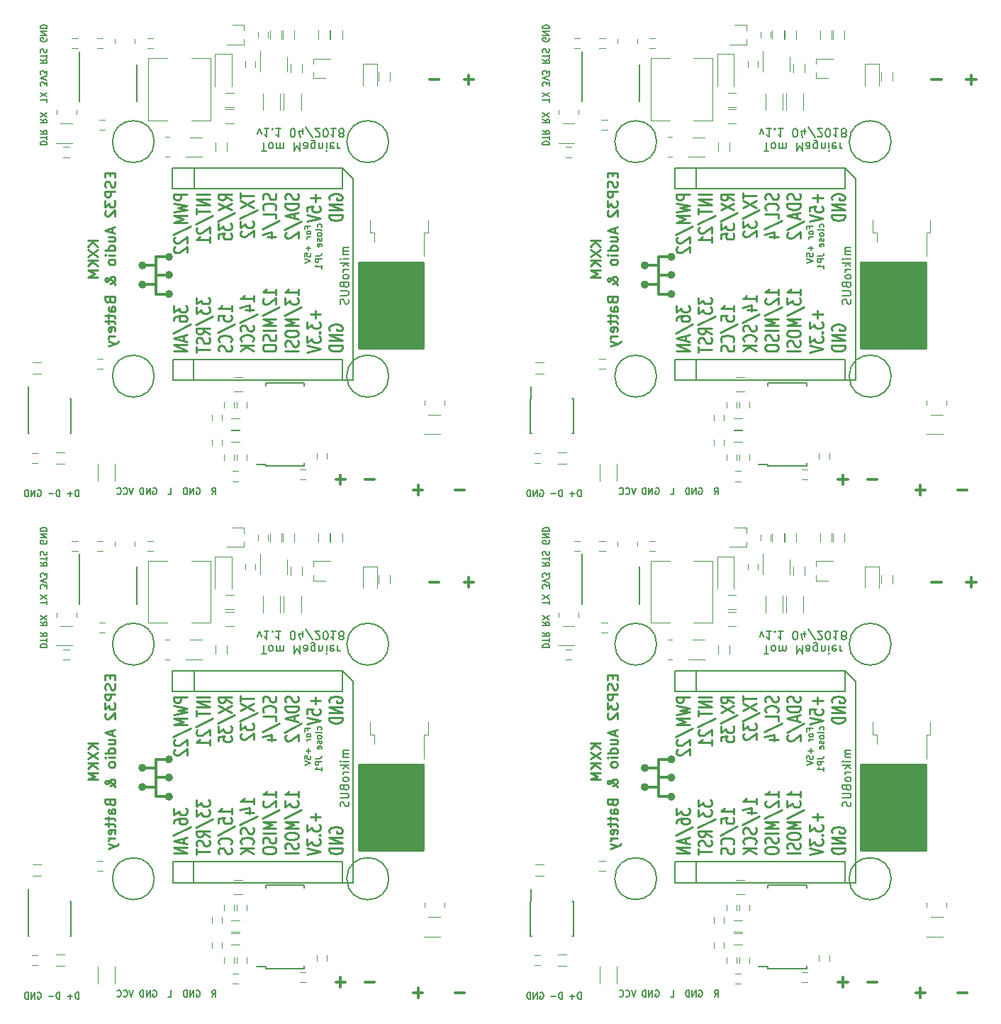
<source format=gbo>
G04 #@! TF.FileFunction,Legend,Bot*
%FSLAX46Y46*%
G04 Gerber Fmt 4.6, Leading zero omitted, Abs format (unit mm)*
G04 Created by KiCad (PCBNEW 4.0.7) date Fri Mar 30 10:44:33 2018*
%MOMM*%
%LPD*%
G01*
G04 APERTURE LIST*
%ADD10C,0.100000*%
%ADD11C,0.200000*%
%ADD12C,0.150000*%
%ADD13C,0.250000*%
%ADD14C,0.300000*%
%ADD15C,0.120000*%
%ADD16C,0.304800*%
%ADD17C,0.508000*%
%ADD18C,0.254000*%
G04 APERTURE END LIST*
D10*
D11*
X88750000Y74750000D02*
G75*
G03X88750000Y74750000I-2500000J0D01*
G01*
D12*
X95642858Y60638095D02*
X95892858Y61019048D01*
X96071430Y60638095D02*
X96071430Y61438095D01*
X95785715Y61438095D01*
X95714287Y61400000D01*
X95678572Y61361905D01*
X95642858Y61285714D01*
X95642858Y61171429D01*
X95678572Y61095238D01*
X95714287Y61057143D01*
X95785715Y61019048D01*
X96071430Y61019048D01*
X93785714Y61400000D02*
X93857143Y61438095D01*
X93964286Y61438095D01*
X94071429Y61400000D01*
X94142857Y61323810D01*
X94178572Y61247619D01*
X94214286Y61095238D01*
X94214286Y60980952D01*
X94178572Y60828571D01*
X94142857Y60752381D01*
X94071429Y60676190D01*
X93964286Y60638095D01*
X93892857Y60638095D01*
X93785714Y60676190D01*
X93750000Y60714286D01*
X93750000Y60980952D01*
X93892857Y60980952D01*
X93428572Y60638095D02*
X93428572Y61438095D01*
X93000000Y60638095D01*
X93000000Y61438095D01*
X92642858Y60638095D02*
X92642858Y61438095D01*
X92464286Y61438095D01*
X92357143Y61400000D01*
X92285715Y61323810D01*
X92250000Y61247619D01*
X92214286Y61095238D01*
X92214286Y60980952D01*
X92250000Y60828571D01*
X92285715Y60752381D01*
X92357143Y60676190D01*
X92464286Y60638095D01*
X92642858Y60638095D01*
X90392857Y60638095D02*
X90750000Y60638095D01*
X90750000Y61438095D01*
X88607141Y61400000D02*
X88678570Y61438095D01*
X88785713Y61438095D01*
X88892856Y61400000D01*
X88964284Y61323810D01*
X88999999Y61247619D01*
X89035713Y61095238D01*
X89035713Y60980952D01*
X88999999Y60828571D01*
X88964284Y60752381D01*
X88892856Y60676190D01*
X88785713Y60638095D01*
X88714284Y60638095D01*
X88607141Y60676190D01*
X88571427Y60714286D01*
X88571427Y60980952D01*
X88714284Y60980952D01*
X88249999Y60638095D02*
X88249999Y61438095D01*
X87821427Y60638095D01*
X87821427Y61438095D01*
X87464285Y60638095D02*
X87464285Y61438095D01*
X87285713Y61438095D01*
X87178570Y61400000D01*
X87107142Y61323810D01*
X87071427Y61247619D01*
X87035713Y61095238D01*
X87035713Y60980952D01*
X87071427Y60828571D01*
X87107142Y60752381D01*
X87178570Y60676190D01*
X87285713Y60638095D01*
X87464285Y60638095D01*
X86249998Y61438095D02*
X85999998Y60638095D01*
X85749998Y61438095D01*
X85071427Y60714286D02*
X85107141Y60676190D01*
X85214284Y60638095D01*
X85285713Y60638095D01*
X85392856Y60676190D01*
X85464284Y60752381D01*
X85499999Y60828571D01*
X85535713Y60980952D01*
X85535713Y61095238D01*
X85499999Y61247619D01*
X85464284Y61323810D01*
X85392856Y61400000D01*
X85285713Y61438095D01*
X85214284Y61438095D01*
X85107141Y61400000D01*
X85071427Y61361905D01*
X84321427Y60714286D02*
X84357141Y60676190D01*
X84464284Y60638095D01*
X84535713Y60638095D01*
X84642856Y60676190D01*
X84714284Y60752381D01*
X84749999Y60828571D01*
X84785713Y60980952D01*
X84785713Y61095238D01*
X84749999Y61247619D01*
X84714284Y61323810D01*
X84642856Y61400000D01*
X84535713Y61438095D01*
X84464284Y61438095D01*
X84357141Y61400000D01*
X84321427Y61361905D01*
X79714286Y60388095D02*
X79714286Y61188095D01*
X79535714Y61188095D01*
X79428571Y61150000D01*
X79357143Y61073810D01*
X79321428Y60997619D01*
X79285714Y60845238D01*
X79285714Y60730952D01*
X79321428Y60578571D01*
X79357143Y60502381D01*
X79428571Y60426190D01*
X79535714Y60388095D01*
X79714286Y60388095D01*
X78964286Y60692857D02*
X78392857Y60692857D01*
X78678571Y60388095D02*
X78678571Y60997619D01*
X77464286Y60388095D02*
X77464286Y61188095D01*
X77285714Y61188095D01*
X77178571Y61150000D01*
X77107143Y61073810D01*
X77071428Y60997619D01*
X77035714Y60845238D01*
X77035714Y60730952D01*
X77071428Y60578571D01*
X77107143Y60502381D01*
X77178571Y60426190D01*
X77285714Y60388095D01*
X77464286Y60388095D01*
X76714286Y60692857D02*
X76142857Y60692857D01*
X74821428Y61150000D02*
X74892857Y61188095D01*
X75000000Y61188095D01*
X75107143Y61150000D01*
X75178571Y61073810D01*
X75214286Y60997619D01*
X75250000Y60845238D01*
X75250000Y60730952D01*
X75214286Y60578571D01*
X75178571Y60502381D01*
X75107143Y60426190D01*
X75000000Y60388095D01*
X74928571Y60388095D01*
X74821428Y60426190D01*
X74785714Y60464286D01*
X74785714Y60730952D01*
X74928571Y60730952D01*
X74464286Y60388095D02*
X74464286Y61188095D01*
X74035714Y60388095D01*
X74035714Y61188095D01*
X73678572Y60388095D02*
X73678572Y61188095D01*
X73500000Y61188095D01*
X73392857Y61150000D01*
X73321429Y61073810D01*
X73285714Y60997619D01*
X73250000Y60845238D01*
X73250000Y60730952D01*
X73285714Y60578571D01*
X73321429Y60502381D01*
X73392857Y60426190D01*
X73500000Y60388095D01*
X73678572Y60388095D01*
D13*
X82017857Y90921429D02*
X80817857Y90921429D01*
X82017857Y90235714D02*
X81332143Y90750000D01*
X80817857Y90235714D02*
X81503571Y90921429D01*
X80817857Y89835714D02*
X82017857Y89035714D01*
X80817857Y89035714D02*
X82017857Y89835714D01*
X82017857Y88578572D02*
X80817857Y88578572D01*
X82017857Y87892857D02*
X81332143Y88407143D01*
X80817857Y87892857D02*
X81503571Y88578572D01*
X82017857Y87378572D02*
X80817857Y87378572D01*
X81675000Y86978572D01*
X80817857Y86578572D01*
X82017857Y86578572D01*
X83439286Y99035713D02*
X83439286Y98635713D01*
X84067857Y98464284D02*
X84067857Y99035713D01*
X82867857Y99035713D01*
X82867857Y98464284D01*
X84010714Y98007142D02*
X84067857Y97835713D01*
X84067857Y97549999D01*
X84010714Y97435713D01*
X83953571Y97378570D01*
X83839286Y97321427D01*
X83725000Y97321427D01*
X83610714Y97378570D01*
X83553571Y97435713D01*
X83496429Y97549999D01*
X83439286Y97778570D01*
X83382143Y97892856D01*
X83325000Y97949999D01*
X83210714Y98007142D01*
X83096429Y98007142D01*
X82982143Y97949999D01*
X82925000Y97892856D01*
X82867857Y97778570D01*
X82867857Y97492856D01*
X82925000Y97321427D01*
X84067857Y96807142D02*
X82867857Y96807142D01*
X82867857Y96349999D01*
X82925000Y96235713D01*
X82982143Y96178570D01*
X83096429Y96121427D01*
X83267857Y96121427D01*
X83382143Y96178570D01*
X83439286Y96235713D01*
X83496429Y96349999D01*
X83496429Y96807142D01*
X82867857Y95721427D02*
X82867857Y94978570D01*
X83325000Y95378570D01*
X83325000Y95207142D01*
X83382143Y95092856D01*
X83439286Y95035713D01*
X83553571Y94978570D01*
X83839286Y94978570D01*
X83953571Y95035713D01*
X84010714Y95092856D01*
X84067857Y95207142D01*
X84067857Y95549999D01*
X84010714Y95664285D01*
X83953571Y95721427D01*
X82982143Y94521428D02*
X82925000Y94464285D01*
X82867857Y94349999D01*
X82867857Y94064285D01*
X82925000Y93949999D01*
X82982143Y93892856D01*
X83096429Y93835713D01*
X83210714Y93835713D01*
X83382143Y93892856D01*
X84067857Y94578570D01*
X84067857Y93835713D01*
X83725000Y92464285D02*
X83725000Y91892856D01*
X84067857Y92578570D02*
X82867857Y92178570D01*
X84067857Y91778570D01*
X83267857Y90864285D02*
X84067857Y90864285D01*
X83267857Y91378571D02*
X83896429Y91378571D01*
X84010714Y91321428D01*
X84067857Y91207142D01*
X84067857Y91035714D01*
X84010714Y90921428D01*
X83953571Y90864285D01*
X84067857Y89778571D02*
X82867857Y89778571D01*
X84010714Y89778571D02*
X84067857Y89892857D01*
X84067857Y90121428D01*
X84010714Y90235714D01*
X83953571Y90292857D01*
X83839286Y90350000D01*
X83496429Y90350000D01*
X83382143Y90292857D01*
X83325000Y90235714D01*
X83267857Y90121428D01*
X83267857Y89892857D01*
X83325000Y89778571D01*
X84067857Y89207143D02*
X83267857Y89207143D01*
X82867857Y89207143D02*
X82925000Y89264286D01*
X82982143Y89207143D01*
X82925000Y89150000D01*
X82867857Y89207143D01*
X82982143Y89207143D01*
X84067857Y88464285D02*
X84010714Y88578571D01*
X83953571Y88635714D01*
X83839286Y88692857D01*
X83496429Y88692857D01*
X83382143Y88635714D01*
X83325000Y88578571D01*
X83267857Y88464285D01*
X83267857Y88292857D01*
X83325000Y88178571D01*
X83382143Y88121428D01*
X83496429Y88064285D01*
X83839286Y88064285D01*
X83953571Y88121428D01*
X84010714Y88178571D01*
X84067857Y88292857D01*
X84067857Y88464285D01*
X84067857Y85664285D02*
X84067857Y85721428D01*
X84010714Y85835714D01*
X83839286Y86007142D01*
X83496429Y86292857D01*
X83325000Y86407142D01*
X83153571Y86464285D01*
X83039286Y86464285D01*
X82925000Y86407142D01*
X82867857Y86292857D01*
X82867857Y86235714D01*
X82925000Y86121428D01*
X83039286Y86064285D01*
X83096429Y86064285D01*
X83210714Y86121428D01*
X83267857Y86178571D01*
X83496429Y86521428D01*
X83553571Y86578571D01*
X83667857Y86635714D01*
X83839286Y86635714D01*
X83953571Y86578571D01*
X84010714Y86521428D01*
X84067857Y86407142D01*
X84067857Y86235714D01*
X84010714Y86121428D01*
X83953571Y86064285D01*
X83725000Y85892857D01*
X83553571Y85835714D01*
X83439286Y85835714D01*
X83439286Y83835714D02*
X83496429Y83664285D01*
X83553571Y83607142D01*
X83667857Y83549999D01*
X83839286Y83549999D01*
X83953571Y83607142D01*
X84010714Y83664285D01*
X84067857Y83778571D01*
X84067857Y84235714D01*
X82867857Y84235714D01*
X82867857Y83835714D01*
X82925000Y83721428D01*
X82982143Y83664285D01*
X83096429Y83607142D01*
X83210714Y83607142D01*
X83325000Y83664285D01*
X83382143Y83721428D01*
X83439286Y83835714D01*
X83439286Y84235714D01*
X84067857Y82521428D02*
X83439286Y82521428D01*
X83325000Y82578571D01*
X83267857Y82692857D01*
X83267857Y82921428D01*
X83325000Y83035714D01*
X84010714Y82521428D02*
X84067857Y82635714D01*
X84067857Y82921428D01*
X84010714Y83035714D01*
X83896429Y83092857D01*
X83782143Y83092857D01*
X83667857Y83035714D01*
X83610714Y82921428D01*
X83610714Y82635714D01*
X83553571Y82521428D01*
X83267857Y82121428D02*
X83267857Y81664285D01*
X82867857Y81950000D02*
X83896429Y81950000D01*
X84010714Y81892857D01*
X84067857Y81778571D01*
X84067857Y81664285D01*
X83267857Y81435714D02*
X83267857Y80978571D01*
X82867857Y81264286D02*
X83896429Y81264286D01*
X84010714Y81207143D01*
X84067857Y81092857D01*
X84067857Y80978571D01*
X84010714Y80121429D02*
X84067857Y80235715D01*
X84067857Y80464286D01*
X84010714Y80578572D01*
X83896429Y80635715D01*
X83439286Y80635715D01*
X83325000Y80578572D01*
X83267857Y80464286D01*
X83267857Y80235715D01*
X83325000Y80121429D01*
X83439286Y80064286D01*
X83553571Y80064286D01*
X83667857Y80635715D01*
X84067857Y79550001D02*
X83267857Y79550001D01*
X83496429Y79550001D02*
X83382143Y79492858D01*
X83325000Y79435715D01*
X83267857Y79321429D01*
X83267857Y79207144D01*
X83267857Y78921429D02*
X84067857Y78635715D01*
X83267857Y78350001D02*
X84067857Y78635715D01*
X84353571Y78750001D01*
X84410714Y78807144D01*
X84467857Y78921429D01*
D11*
X88750000Y102750000D02*
G75*
G03X88750000Y102750000I-2500000J0D01*
G01*
D12*
X75138095Y102357140D02*
X75938095Y102357140D01*
X75938095Y102535712D01*
X75900000Y102642855D01*
X75823810Y102714283D01*
X75747619Y102749998D01*
X75595238Y102785712D01*
X75480952Y102785712D01*
X75328571Y102749998D01*
X75252381Y102714283D01*
X75176190Y102642855D01*
X75138095Y102535712D01*
X75138095Y102357140D01*
X75938095Y102999998D02*
X75938095Y103428569D01*
X75138095Y103214283D02*
X75938095Y103214283D01*
X75138095Y104107141D02*
X75519048Y103857141D01*
X75138095Y103678569D02*
X75938095Y103678569D01*
X75938095Y103964284D01*
X75900000Y104035712D01*
X75861905Y104071427D01*
X75785714Y104107141D01*
X75671429Y104107141D01*
X75595238Y104071427D01*
X75557143Y104035712D01*
X75519048Y103964284D01*
X75519048Y103678569D01*
X75138095Y105428570D02*
X75519048Y105178570D01*
X75138095Y104999998D02*
X75938095Y104999998D01*
X75938095Y105285713D01*
X75900000Y105357141D01*
X75861905Y105392856D01*
X75785714Y105428570D01*
X75671429Y105428570D01*
X75595238Y105392856D01*
X75557143Y105357141D01*
X75519048Y105285713D01*
X75519048Y104999998D01*
X75938095Y105678570D02*
X75138095Y106178570D01*
X75938095Y106178570D02*
X75138095Y105678570D01*
X75938095Y107500000D02*
X75938095Y107928571D01*
X75138095Y107714285D02*
X75938095Y107714285D01*
X75938095Y108107143D02*
X75138095Y108607143D01*
X75938095Y108607143D02*
X75138095Y108107143D01*
X75938095Y109392858D02*
X75938095Y109857144D01*
X75633333Y109607144D01*
X75633333Y109714286D01*
X75595238Y109785715D01*
X75557143Y109821429D01*
X75480952Y109857144D01*
X75290476Y109857144D01*
X75214286Y109821429D01*
X75176190Y109785715D01*
X75138095Y109714286D01*
X75138095Y109500001D01*
X75176190Y109428572D01*
X75214286Y109392858D01*
X75938095Y110071430D02*
X75138095Y110321430D01*
X75938095Y110571430D01*
X75938095Y110750001D02*
X75938095Y111214287D01*
X75633333Y110964287D01*
X75633333Y111071429D01*
X75595238Y111142858D01*
X75557143Y111178572D01*
X75480952Y111214287D01*
X75290476Y111214287D01*
X75214286Y111178572D01*
X75176190Y111142858D01*
X75138095Y111071429D01*
X75138095Y110857144D01*
X75176190Y110785715D01*
X75214286Y110750001D01*
X75138095Y112535716D02*
X75519048Y112285716D01*
X75138095Y112107144D02*
X75938095Y112107144D01*
X75938095Y112392859D01*
X75900000Y112464287D01*
X75861905Y112500002D01*
X75785714Y112535716D01*
X75671429Y112535716D01*
X75595238Y112500002D01*
X75557143Y112464287D01*
X75519048Y112392859D01*
X75519048Y112107144D01*
X75938095Y112750002D02*
X75938095Y113178573D01*
X75138095Y112964287D02*
X75938095Y112964287D01*
X75176190Y113392859D02*
X75138095Y113500002D01*
X75138095Y113678573D01*
X75176190Y113750002D01*
X75214286Y113785716D01*
X75290476Y113821431D01*
X75366667Y113821431D01*
X75442857Y113785716D01*
X75480952Y113750002D01*
X75519048Y113678573D01*
X75557143Y113535716D01*
X75595238Y113464288D01*
X75633333Y113428573D01*
X75709524Y113392859D01*
X75785714Y113392859D01*
X75861905Y113428573D01*
X75900000Y113464288D01*
X75938095Y113535716D01*
X75938095Y113714288D01*
X75900000Y113821431D01*
X75900000Y115107146D02*
X75938095Y115035717D01*
X75938095Y114928574D01*
X75900000Y114821431D01*
X75823810Y114750003D01*
X75747619Y114714288D01*
X75595238Y114678574D01*
X75480952Y114678574D01*
X75328571Y114714288D01*
X75252381Y114750003D01*
X75176190Y114821431D01*
X75138095Y114928574D01*
X75138095Y115000003D01*
X75176190Y115107146D01*
X75214286Y115142860D01*
X75480952Y115142860D01*
X75480952Y115000003D01*
X75138095Y115464288D02*
X75938095Y115464288D01*
X75138095Y115892860D01*
X75938095Y115892860D01*
X75138095Y116250002D02*
X75938095Y116250002D01*
X75938095Y116428574D01*
X75900000Y116535717D01*
X75823810Y116607145D01*
X75747619Y116642860D01*
X75595238Y116678574D01*
X75480952Y116678574D01*
X75328571Y116642860D01*
X75252381Y116607145D01*
X75176190Y116535717D01*
X75138095Y116428574D01*
X75138095Y116250002D01*
D14*
X125821428Y61142857D02*
X124678571Y61142857D01*
D11*
X116762469Y74750000D02*
G75*
G03X116762469Y74750000I-2512469J0D01*
G01*
D14*
X120821428Y61142857D02*
X119678571Y61142857D01*
X120250000Y60571429D02*
X120250000Y61714286D01*
D13*
X91098810Y83157142D02*
X91098810Y82414285D01*
X91708333Y82814285D01*
X91708333Y82642857D01*
X91784524Y82528571D01*
X91860714Y82471428D01*
X92013095Y82414285D01*
X92394048Y82414285D01*
X92546429Y82471428D01*
X92622619Y82528571D01*
X92698810Y82642857D01*
X92698810Y82985714D01*
X92622619Y83100000D01*
X92546429Y83157142D01*
X91098810Y81385714D02*
X91098810Y81614285D01*
X91175000Y81728571D01*
X91251190Y81785714D01*
X91479762Y81900000D01*
X91784524Y81957143D01*
X92394048Y81957143D01*
X92546429Y81900000D01*
X92622619Y81842857D01*
X92698810Y81728571D01*
X92698810Y81500000D01*
X92622619Y81385714D01*
X92546429Y81328571D01*
X92394048Y81271428D01*
X92013095Y81271428D01*
X91860714Y81328571D01*
X91784524Y81385714D01*
X91708333Y81500000D01*
X91708333Y81728571D01*
X91784524Y81842857D01*
X91860714Y81900000D01*
X92013095Y81957143D01*
X91022619Y79900000D02*
X93079762Y80928571D01*
X92241667Y79557143D02*
X92241667Y78985714D01*
X92698810Y79671428D02*
X91098810Y79271428D01*
X92698810Y78871428D01*
X92698810Y78471429D02*
X91098810Y78471429D01*
X92698810Y77785714D01*
X91098810Y77785714D01*
X93748810Y84128571D02*
X93748810Y83385714D01*
X94358333Y83785714D01*
X94358333Y83614286D01*
X94434524Y83500000D01*
X94510714Y83442857D01*
X94663095Y83385714D01*
X95044048Y83385714D01*
X95196429Y83442857D01*
X95272619Y83500000D01*
X95348810Y83614286D01*
X95348810Y83957143D01*
X95272619Y84071429D01*
X95196429Y84128571D01*
X93748810Y82985714D02*
X93748810Y82242857D01*
X94358333Y82642857D01*
X94358333Y82471429D01*
X94434524Y82357143D01*
X94510714Y82300000D01*
X94663095Y82242857D01*
X95044048Y82242857D01*
X95196429Y82300000D01*
X95272619Y82357143D01*
X95348810Y82471429D01*
X95348810Y82814286D01*
X95272619Y82928572D01*
X95196429Y82985714D01*
X93672619Y80871429D02*
X95729762Y81900000D01*
X95348810Y79785714D02*
X94586905Y80185714D01*
X95348810Y80471429D02*
X93748810Y80471429D01*
X93748810Y80014286D01*
X93825000Y79900000D01*
X93901190Y79842857D01*
X94053571Y79785714D01*
X94282143Y79785714D01*
X94434524Y79842857D01*
X94510714Y79900000D01*
X94586905Y80014286D01*
X94586905Y80471429D01*
X95272619Y79328572D02*
X95348810Y79157143D01*
X95348810Y78871429D01*
X95272619Y78757143D01*
X95196429Y78700000D01*
X95044048Y78642857D01*
X94891667Y78642857D01*
X94739286Y78700000D01*
X94663095Y78757143D01*
X94586905Y78871429D01*
X94510714Y79100000D01*
X94434524Y79214286D01*
X94358333Y79271429D01*
X94205952Y79328572D01*
X94053571Y79328572D01*
X93901190Y79271429D01*
X93825000Y79214286D01*
X93748810Y79100000D01*
X93748810Y78814286D01*
X93825000Y78642857D01*
X93748810Y78300000D02*
X93748810Y77614286D01*
X95348810Y77957143D02*
X93748810Y77957143D01*
X97998810Y82471428D02*
X97998810Y83157143D01*
X97998810Y82814285D02*
X96398810Y82814285D01*
X96627381Y82928571D01*
X96779762Y83042857D01*
X96855952Y83157143D01*
X96398810Y81385714D02*
X96398810Y81957143D01*
X97160714Y82014286D01*
X97084524Y81957143D01*
X97008333Y81842857D01*
X97008333Y81557143D01*
X97084524Y81442857D01*
X97160714Y81385714D01*
X97313095Y81328571D01*
X97694048Y81328571D01*
X97846429Y81385714D01*
X97922619Y81442857D01*
X97998810Y81557143D01*
X97998810Y81842857D01*
X97922619Y81957143D01*
X97846429Y82014286D01*
X96322619Y79957143D02*
X98379762Y80985714D01*
X97846429Y78871428D02*
X97922619Y78928571D01*
X97998810Y79100000D01*
X97998810Y79214286D01*
X97922619Y79385714D01*
X97770238Y79500000D01*
X97617857Y79557143D01*
X97313095Y79614286D01*
X97084524Y79614286D01*
X96779762Y79557143D01*
X96627381Y79500000D01*
X96475000Y79385714D01*
X96398810Y79214286D01*
X96398810Y79100000D01*
X96475000Y78928571D01*
X96551190Y78871428D01*
X97922619Y78414286D02*
X97998810Y78242857D01*
X97998810Y77957143D01*
X97922619Y77842857D01*
X97846429Y77785714D01*
X97694048Y77728571D01*
X97541667Y77728571D01*
X97389286Y77785714D01*
X97313095Y77842857D01*
X97236905Y77957143D01*
X97160714Y78185714D01*
X97084524Y78300000D01*
X97008333Y78357143D01*
X96855952Y78414286D01*
X96703571Y78414286D01*
X96551190Y78357143D01*
X96475000Y78300000D01*
X96398810Y78185714D01*
X96398810Y77900000D01*
X96475000Y77728571D01*
X100648810Y83671428D02*
X100648810Y84357143D01*
X100648810Y84014285D02*
X99048810Y84014285D01*
X99277381Y84128571D01*
X99429762Y84242857D01*
X99505952Y84357143D01*
X99582143Y82642857D02*
X100648810Y82642857D01*
X98972619Y82928571D02*
X100115476Y83214286D01*
X100115476Y82471428D01*
X98972619Y81157143D02*
X101029762Y82185714D01*
X100572619Y80814286D02*
X100648810Y80642857D01*
X100648810Y80357143D01*
X100572619Y80242857D01*
X100496429Y80185714D01*
X100344048Y80128571D01*
X100191667Y80128571D01*
X100039286Y80185714D01*
X99963095Y80242857D01*
X99886905Y80357143D01*
X99810714Y80585714D01*
X99734524Y80700000D01*
X99658333Y80757143D01*
X99505952Y80814286D01*
X99353571Y80814286D01*
X99201190Y80757143D01*
X99125000Y80700000D01*
X99048810Y80585714D01*
X99048810Y80300000D01*
X99125000Y80128571D01*
X100496429Y78928571D02*
X100572619Y78985714D01*
X100648810Y79157143D01*
X100648810Y79271429D01*
X100572619Y79442857D01*
X100420238Y79557143D01*
X100267857Y79614286D01*
X99963095Y79671429D01*
X99734524Y79671429D01*
X99429762Y79614286D01*
X99277381Y79557143D01*
X99125000Y79442857D01*
X99048810Y79271429D01*
X99048810Y79157143D01*
X99125000Y78985714D01*
X99201190Y78928571D01*
X100648810Y78414286D02*
X99048810Y78414286D01*
X100648810Y77728571D02*
X99734524Y78242857D01*
X99048810Y77728571D02*
X99963095Y78414286D01*
X103298810Y84471429D02*
X103298810Y85157144D01*
X103298810Y84814286D02*
X101698810Y84814286D01*
X101927381Y84928572D01*
X102079762Y85042858D01*
X102155952Y85157144D01*
X101851190Y84014287D02*
X101775000Y83957144D01*
X101698810Y83842858D01*
X101698810Y83557144D01*
X101775000Y83442858D01*
X101851190Y83385715D01*
X102003571Y83328572D01*
X102155952Y83328572D01*
X102384524Y83385715D01*
X103298810Y84071429D01*
X103298810Y83328572D01*
X101622619Y81957144D02*
X103679762Y82985715D01*
X103298810Y81557144D02*
X101698810Y81557144D01*
X102841667Y81157144D01*
X101698810Y80757144D01*
X103298810Y80757144D01*
X103298810Y80185715D02*
X101698810Y80185715D01*
X103222619Y79671429D02*
X103298810Y79500000D01*
X103298810Y79214286D01*
X103222619Y79100000D01*
X103146429Y79042857D01*
X102994048Y78985714D01*
X102841667Y78985714D01*
X102689286Y79042857D01*
X102613095Y79100000D01*
X102536905Y79214286D01*
X102460714Y79442857D01*
X102384524Y79557143D01*
X102308333Y79614286D01*
X102155952Y79671429D01*
X102003571Y79671429D01*
X101851190Y79614286D01*
X101775000Y79557143D01*
X101698810Y79442857D01*
X101698810Y79157143D01*
X101775000Y78985714D01*
X101698810Y78242857D02*
X101698810Y78014286D01*
X101775000Y77900000D01*
X101927381Y77785714D01*
X102232143Y77728572D01*
X102765476Y77728572D01*
X103070238Y77785714D01*
X103222619Y77900000D01*
X103298810Y78014286D01*
X103298810Y78242857D01*
X103222619Y78357143D01*
X103070238Y78471429D01*
X102765476Y78528572D01*
X102232143Y78528572D01*
X101927381Y78471429D01*
X101775000Y78357143D01*
X101698810Y78242857D01*
X105948810Y84471429D02*
X105948810Y85157144D01*
X105948810Y84814286D02*
X104348810Y84814286D01*
X104577381Y84928572D01*
X104729762Y85042858D01*
X104805952Y85157144D01*
X104348810Y84071429D02*
X104348810Y83328572D01*
X104958333Y83728572D01*
X104958333Y83557144D01*
X105034524Y83442858D01*
X105110714Y83385715D01*
X105263095Y83328572D01*
X105644048Y83328572D01*
X105796429Y83385715D01*
X105872619Y83442858D01*
X105948810Y83557144D01*
X105948810Y83900001D01*
X105872619Y84014287D01*
X105796429Y84071429D01*
X104272619Y81957144D02*
X106329762Y82985715D01*
X105948810Y81557144D02*
X104348810Y81557144D01*
X105491667Y81157144D01*
X104348810Y80757144D01*
X105948810Y80757144D01*
X104348810Y79957143D02*
X104348810Y79728572D01*
X104425000Y79614286D01*
X104577381Y79500000D01*
X104882143Y79442858D01*
X105415476Y79442858D01*
X105720238Y79500000D01*
X105872619Y79614286D01*
X105948810Y79728572D01*
X105948810Y79957143D01*
X105872619Y80071429D01*
X105720238Y80185715D01*
X105415476Y80242858D01*
X104882143Y80242858D01*
X104577381Y80185715D01*
X104425000Y80071429D01*
X104348810Y79957143D01*
X105872619Y78985715D02*
X105948810Y78814286D01*
X105948810Y78528572D01*
X105872619Y78414286D01*
X105796429Y78357143D01*
X105644048Y78300000D01*
X105491667Y78300000D01*
X105339286Y78357143D01*
X105263095Y78414286D01*
X105186905Y78528572D01*
X105110714Y78757143D01*
X105034524Y78871429D01*
X104958333Y78928572D01*
X104805952Y78985715D01*
X104653571Y78985715D01*
X104501190Y78928572D01*
X104425000Y78871429D01*
X104348810Y78757143D01*
X104348810Y78471429D01*
X104425000Y78300000D01*
X105948810Y77785715D02*
X104348810Y77785715D01*
X107989286Y82585714D02*
X107989286Y81671428D01*
X108598810Y82128571D02*
X107379762Y82128571D01*
X106998810Y81214285D02*
X106998810Y80471428D01*
X107608333Y80871428D01*
X107608333Y80700000D01*
X107684524Y80585714D01*
X107760714Y80528571D01*
X107913095Y80471428D01*
X108294048Y80471428D01*
X108446429Y80528571D01*
X108522619Y80585714D01*
X108598810Y80700000D01*
X108598810Y81042857D01*
X108522619Y81157143D01*
X108446429Y81214285D01*
X108446429Y79957143D02*
X108522619Y79900000D01*
X108598810Y79957143D01*
X108522619Y80014286D01*
X108446429Y79957143D01*
X108598810Y79957143D01*
X106998810Y79499999D02*
X106998810Y78757142D01*
X107608333Y79157142D01*
X107608333Y78985714D01*
X107684524Y78871428D01*
X107760714Y78814285D01*
X107913095Y78757142D01*
X108294048Y78757142D01*
X108446429Y78814285D01*
X108522619Y78871428D01*
X108598810Y78985714D01*
X108598810Y79328571D01*
X108522619Y79442857D01*
X108446429Y79499999D01*
X106998810Y78414285D02*
X108598810Y78014285D01*
X106998810Y77614285D01*
X109725000Y80242857D02*
X109648810Y80357143D01*
X109648810Y80528572D01*
X109725000Y80700000D01*
X109877381Y80814286D01*
X110029762Y80871429D01*
X110334524Y80928572D01*
X110563095Y80928572D01*
X110867857Y80871429D01*
X111020238Y80814286D01*
X111172619Y80700000D01*
X111248810Y80528572D01*
X111248810Y80414286D01*
X111172619Y80242857D01*
X111096429Y80185714D01*
X110563095Y80185714D01*
X110563095Y80414286D01*
X111248810Y79671429D02*
X109648810Y79671429D01*
X111248810Y78985714D01*
X109648810Y78985714D01*
X111248810Y78414286D02*
X109648810Y78414286D01*
X109648810Y78128571D01*
X109725000Y77957143D01*
X109877381Y77842857D01*
X110029762Y77785714D01*
X110334524Y77728571D01*
X110563095Y77728571D01*
X110867857Y77785714D01*
X111020238Y77842857D01*
X111172619Y77957143D01*
X111248810Y78128571D01*
X111248810Y78414286D01*
X92698810Y96464286D02*
X91098810Y96464286D01*
X91098810Y96007143D01*
X91175000Y95892857D01*
X91251190Y95835714D01*
X91403571Y95778571D01*
X91632143Y95778571D01*
X91784524Y95835714D01*
X91860714Y95892857D01*
X91936905Y96007143D01*
X91936905Y96464286D01*
X91098810Y95378571D02*
X92698810Y95092857D01*
X91555952Y94864286D01*
X92698810Y94635714D01*
X91098810Y94350000D01*
X92698810Y93892857D02*
X91098810Y93892857D01*
X92241667Y93492857D01*
X91098810Y93092857D01*
X92698810Y93092857D01*
X91022619Y91664285D02*
X93079762Y92692856D01*
X91251190Y91321428D02*
X91175000Y91264285D01*
X91098810Y91149999D01*
X91098810Y90864285D01*
X91175000Y90749999D01*
X91251190Y90692856D01*
X91403571Y90635713D01*
X91555952Y90635713D01*
X91784524Y90692856D01*
X92698810Y91378570D01*
X92698810Y90635713D01*
X91251190Y90178571D02*
X91175000Y90121428D01*
X91098810Y90007142D01*
X91098810Y89721428D01*
X91175000Y89607142D01*
X91251190Y89549999D01*
X91403571Y89492856D01*
X91555952Y89492856D01*
X91784524Y89549999D01*
X92698810Y90235713D01*
X92698810Y89492856D01*
X95348810Y96464286D02*
X93748810Y96464286D01*
X95348810Y95892857D02*
X93748810Y95892857D01*
X95348810Y95207142D01*
X93748810Y95207142D01*
X93748810Y94807142D02*
X93748810Y94121428D01*
X95348810Y94464285D02*
X93748810Y94464285D01*
X93672619Y92864285D02*
X95729762Y93892856D01*
X93901190Y92521428D02*
X93825000Y92464285D01*
X93748810Y92349999D01*
X93748810Y92064285D01*
X93825000Y91949999D01*
X93901190Y91892856D01*
X94053571Y91835713D01*
X94205952Y91835713D01*
X94434524Y91892856D01*
X95348810Y92578570D01*
X95348810Y91835713D01*
X95348810Y90692856D02*
X95348810Y91378571D01*
X95348810Y91035713D02*
X93748810Y91035713D01*
X93977381Y91149999D01*
X94129762Y91264285D01*
X94205952Y91378571D01*
X97998810Y95778571D02*
X97236905Y96178571D01*
X97998810Y96464286D02*
X96398810Y96464286D01*
X96398810Y96007143D01*
X96475000Y95892857D01*
X96551190Y95835714D01*
X96703571Y95778571D01*
X96932143Y95778571D01*
X97084524Y95835714D01*
X97160714Y95892857D01*
X97236905Y96007143D01*
X97236905Y96464286D01*
X96398810Y95378571D02*
X97998810Y94578571D01*
X96398810Y94578571D02*
X97998810Y95378571D01*
X96322619Y93264286D02*
X98379762Y94292857D01*
X96398810Y92978571D02*
X96398810Y92235714D01*
X97008333Y92635714D01*
X97008333Y92464286D01*
X97084524Y92350000D01*
X97160714Y92292857D01*
X97313095Y92235714D01*
X97694048Y92235714D01*
X97846429Y92292857D01*
X97922619Y92350000D01*
X97998810Y92464286D01*
X97998810Y92807143D01*
X97922619Y92921429D01*
X97846429Y92978571D01*
X96398810Y91150000D02*
X96398810Y91721429D01*
X97160714Y91778572D01*
X97084524Y91721429D01*
X97008333Y91607143D01*
X97008333Y91321429D01*
X97084524Y91207143D01*
X97160714Y91150000D01*
X97313095Y91092857D01*
X97694048Y91092857D01*
X97846429Y91150000D01*
X97922619Y91207143D01*
X97998810Y91321429D01*
X97998810Y91607143D01*
X97922619Y91721429D01*
X97846429Y91778572D01*
X99048810Y96635714D02*
X99048810Y95950000D01*
X100648810Y96292857D02*
X99048810Y96292857D01*
X99048810Y95664285D02*
X100648810Y94864285D01*
X99048810Y94864285D02*
X100648810Y95664285D01*
X98972619Y93550000D02*
X101029762Y94578571D01*
X99048810Y93264285D02*
X99048810Y92521428D01*
X99658333Y92921428D01*
X99658333Y92750000D01*
X99734524Y92635714D01*
X99810714Y92578571D01*
X99963095Y92521428D01*
X100344048Y92521428D01*
X100496429Y92578571D01*
X100572619Y92635714D01*
X100648810Y92750000D01*
X100648810Y93092857D01*
X100572619Y93207143D01*
X100496429Y93264285D01*
X99201190Y92064286D02*
X99125000Y92007143D01*
X99048810Y91892857D01*
X99048810Y91607143D01*
X99125000Y91492857D01*
X99201190Y91435714D01*
X99353571Y91378571D01*
X99505952Y91378571D01*
X99734524Y91435714D01*
X100648810Y92121428D01*
X100648810Y91378571D01*
X103222619Y96521429D02*
X103298810Y96350000D01*
X103298810Y96064286D01*
X103222619Y95950000D01*
X103146429Y95892857D01*
X102994048Y95835714D01*
X102841667Y95835714D01*
X102689286Y95892857D01*
X102613095Y95950000D01*
X102536905Y96064286D01*
X102460714Y96292857D01*
X102384524Y96407143D01*
X102308333Y96464286D01*
X102155952Y96521429D01*
X102003571Y96521429D01*
X101851190Y96464286D01*
X101775000Y96407143D01*
X101698810Y96292857D01*
X101698810Y96007143D01*
X101775000Y95835714D01*
X103146429Y94635714D02*
X103222619Y94692857D01*
X103298810Y94864286D01*
X103298810Y94978572D01*
X103222619Y95150000D01*
X103070238Y95264286D01*
X102917857Y95321429D01*
X102613095Y95378572D01*
X102384524Y95378572D01*
X102079762Y95321429D01*
X101927381Y95264286D01*
X101775000Y95150000D01*
X101698810Y94978572D01*
X101698810Y94864286D01*
X101775000Y94692857D01*
X101851190Y94635714D01*
X103298810Y93550000D02*
X103298810Y94121429D01*
X101698810Y94121429D01*
X101622619Y92292857D02*
X103679762Y93321428D01*
X102232143Y91378571D02*
X103298810Y91378571D01*
X101622619Y91664285D02*
X102765476Y91950000D01*
X102765476Y91207142D01*
X105872619Y96521429D02*
X105948810Y96350000D01*
X105948810Y96064286D01*
X105872619Y95950000D01*
X105796429Y95892857D01*
X105644048Y95835714D01*
X105491667Y95835714D01*
X105339286Y95892857D01*
X105263095Y95950000D01*
X105186905Y96064286D01*
X105110714Y96292857D01*
X105034524Y96407143D01*
X104958333Y96464286D01*
X104805952Y96521429D01*
X104653571Y96521429D01*
X104501190Y96464286D01*
X104425000Y96407143D01*
X104348810Y96292857D01*
X104348810Y96007143D01*
X104425000Y95835714D01*
X105948810Y95321429D02*
X104348810Y95321429D01*
X104348810Y95035714D01*
X104425000Y94864286D01*
X104577381Y94750000D01*
X104729762Y94692857D01*
X105034524Y94635714D01*
X105263095Y94635714D01*
X105567857Y94692857D01*
X105720238Y94750000D01*
X105872619Y94864286D01*
X105948810Y95035714D01*
X105948810Y95321429D01*
X105491667Y94178572D02*
X105491667Y93607143D01*
X105948810Y94292857D02*
X104348810Y93892857D01*
X105948810Y93492857D01*
X104272619Y92235715D02*
X106329762Y93264286D01*
X104501190Y91892858D02*
X104425000Y91835715D01*
X104348810Y91721429D01*
X104348810Y91435715D01*
X104425000Y91321429D01*
X104501190Y91264286D01*
X104653571Y91207143D01*
X104805952Y91207143D01*
X105034524Y91264286D01*
X105948810Y91950000D01*
X105948810Y91207143D01*
X107989286Y96464286D02*
X107989286Y95550000D01*
X108598810Y96007143D02*
X107379762Y96007143D01*
X106998810Y94407143D02*
X106998810Y94978572D01*
X107760714Y95035715D01*
X107684524Y94978572D01*
X107608333Y94864286D01*
X107608333Y94578572D01*
X107684524Y94464286D01*
X107760714Y94407143D01*
X107913095Y94350000D01*
X108294048Y94350000D01*
X108446429Y94407143D01*
X108522619Y94464286D01*
X108598810Y94578572D01*
X108598810Y94864286D01*
X108522619Y94978572D01*
X108446429Y95035715D01*
X106998810Y94007143D02*
X108598810Y93607143D01*
X106998810Y93207143D01*
X109725000Y95835714D02*
X109648810Y95950000D01*
X109648810Y96121429D01*
X109725000Y96292857D01*
X109877381Y96407143D01*
X110029762Y96464286D01*
X110334524Y96521429D01*
X110563095Y96521429D01*
X110867857Y96464286D01*
X111020238Y96407143D01*
X111172619Y96292857D01*
X111248810Y96121429D01*
X111248810Y96007143D01*
X111172619Y95835714D01*
X111096429Y95778571D01*
X110563095Y95778571D01*
X110563095Y96007143D01*
X111248810Y95264286D02*
X109648810Y95264286D01*
X111248810Y94578571D01*
X109648810Y94578571D01*
X111248810Y94007143D02*
X109648810Y94007143D01*
X109648810Y93721428D01*
X109725000Y93550000D01*
X109877381Y93435714D01*
X110029762Y93378571D01*
X110334524Y93321428D01*
X110563095Y93321428D01*
X110867857Y93378571D01*
X111020238Y93435714D01*
X111172619Y93550000D01*
X111248810Y93721428D01*
X111248810Y94007143D01*
D11*
X111952381Y90083333D02*
X111285714Y90083333D01*
X111380952Y90083333D02*
X111333333Y90035714D01*
X111285714Y89940476D01*
X111285714Y89797618D01*
X111333333Y89702380D01*
X111428571Y89654761D01*
X111952381Y89654761D01*
X111428571Y89654761D02*
X111333333Y89607142D01*
X111285714Y89511904D01*
X111285714Y89369047D01*
X111333333Y89273809D01*
X111428571Y89226190D01*
X111952381Y89226190D01*
X111952381Y88750000D02*
X111285714Y88750000D01*
X110952381Y88750000D02*
X111000000Y88797619D01*
X111047619Y88750000D01*
X111000000Y88702381D01*
X110952381Y88750000D01*
X111047619Y88750000D01*
X111952381Y88273810D02*
X110952381Y88273810D01*
X111571429Y88178572D02*
X111952381Y87892857D01*
X111285714Y87892857D02*
X111666667Y88273810D01*
X111952381Y87464286D02*
X111285714Y87464286D01*
X111476190Y87464286D02*
X111380952Y87416667D01*
X111333333Y87369048D01*
X111285714Y87273810D01*
X111285714Y87178571D01*
X111952381Y86702381D02*
X111904762Y86797619D01*
X111857143Y86845238D01*
X111761905Y86892857D01*
X111476190Y86892857D01*
X111380952Y86845238D01*
X111333333Y86797619D01*
X111285714Y86702381D01*
X111285714Y86559523D01*
X111333333Y86464285D01*
X111380952Y86416666D01*
X111476190Y86369047D01*
X111761905Y86369047D01*
X111857143Y86416666D01*
X111904762Y86464285D01*
X111952381Y86559523D01*
X111952381Y86702381D01*
X111428571Y85607142D02*
X111476190Y85464285D01*
X111523810Y85416666D01*
X111619048Y85369047D01*
X111761905Y85369047D01*
X111857143Y85416666D01*
X111904762Y85464285D01*
X111952381Y85559523D01*
X111952381Y85940476D01*
X110952381Y85940476D01*
X110952381Y85607142D01*
X111000000Y85511904D01*
X111047619Y85464285D01*
X111142857Y85416666D01*
X111238095Y85416666D01*
X111333333Y85464285D01*
X111380952Y85511904D01*
X111428571Y85607142D01*
X111428571Y85940476D01*
X110952381Y84940476D02*
X111761905Y84940476D01*
X111857143Y84892857D01*
X111904762Y84845238D01*
X111952381Y84750000D01*
X111952381Y84559523D01*
X111904762Y84464285D01*
X111857143Y84416666D01*
X111761905Y84369047D01*
X110952381Y84369047D01*
X111904762Y83940476D02*
X111952381Y83797619D01*
X111952381Y83559523D01*
X111904762Y83464285D01*
X111857143Y83416666D01*
X111761905Y83369047D01*
X111666667Y83369047D01*
X111571429Y83416666D01*
X111523810Y83464285D01*
X111476190Y83559523D01*
X111428571Y83750000D01*
X111380952Y83845238D01*
X111333333Y83892857D01*
X111238095Y83940476D01*
X111142857Y83940476D01*
X111047619Y83892857D01*
X111000000Y83845238D01*
X110952381Y83750000D01*
X110952381Y83511904D01*
X111000000Y83369047D01*
D12*
X107058929Y92428572D02*
X107058929Y92678572D01*
X107451786Y92678572D02*
X106701786Y92678572D01*
X106701786Y92321429D01*
X107451786Y91928572D02*
X107416071Y92000000D01*
X107380357Y92035715D01*
X107308929Y92071429D01*
X107094643Y92071429D01*
X107023214Y92035715D01*
X106987500Y92000000D01*
X106951786Y91928572D01*
X106951786Y91821429D01*
X106987500Y91750000D01*
X107023214Y91714286D01*
X107094643Y91678572D01*
X107308929Y91678572D01*
X107380357Y91714286D01*
X107416071Y91750000D01*
X107451786Y91821429D01*
X107451786Y91928572D01*
X107451786Y91357144D02*
X106951786Y91357144D01*
X107094643Y91357144D02*
X107023214Y91321429D01*
X106987500Y91285715D01*
X106951786Y91214286D01*
X106951786Y91142858D01*
X107166071Y90321429D02*
X107166071Y89750000D01*
X107451786Y90035714D02*
X106880357Y90035714D01*
X106701786Y89035715D02*
X106701786Y89392858D01*
X107058929Y89428572D01*
X107023214Y89392858D01*
X106987500Y89321429D01*
X106987500Y89142858D01*
X107023214Y89071429D01*
X107058929Y89035715D01*
X107130357Y89000000D01*
X107308929Y89000000D01*
X107380357Y89035715D01*
X107416071Y89071429D01*
X107451786Y89142858D01*
X107451786Y89321429D01*
X107416071Y89392858D01*
X107380357Y89428572D01*
X106701786Y88785714D02*
X107451786Y88535714D01*
X106701786Y88285714D01*
X108691071Y92535714D02*
X108726786Y92607143D01*
X108726786Y92750000D01*
X108691071Y92821428D01*
X108655357Y92857143D01*
X108583929Y92892857D01*
X108369643Y92892857D01*
X108298214Y92857143D01*
X108262500Y92821428D01*
X108226786Y92750000D01*
X108226786Y92607143D01*
X108262500Y92535714D01*
X108726786Y92107143D02*
X108691071Y92178571D01*
X108619643Y92214286D01*
X107976786Y92214286D01*
X108726786Y91714286D02*
X108691071Y91785714D01*
X108655357Y91821429D01*
X108583929Y91857143D01*
X108369643Y91857143D01*
X108298214Y91821429D01*
X108262500Y91785714D01*
X108226786Y91714286D01*
X108226786Y91607143D01*
X108262500Y91535714D01*
X108298214Y91500000D01*
X108369643Y91464286D01*
X108583929Y91464286D01*
X108655357Y91500000D01*
X108691071Y91535714D01*
X108726786Y91607143D01*
X108726786Y91714286D01*
X108691071Y91178572D02*
X108726786Y91107143D01*
X108726786Y90964286D01*
X108691071Y90892858D01*
X108619643Y90857143D01*
X108583929Y90857143D01*
X108512500Y90892858D01*
X108476786Y90964286D01*
X108476786Y91071429D01*
X108441071Y91142858D01*
X108369643Y91178572D01*
X108333929Y91178572D01*
X108262500Y91142858D01*
X108226786Y91071429D01*
X108226786Y90964286D01*
X108262500Y90892858D01*
X108691071Y90250000D02*
X108726786Y90321429D01*
X108726786Y90464286D01*
X108691071Y90535715D01*
X108619643Y90571429D01*
X108333929Y90571429D01*
X108262500Y90535715D01*
X108226786Y90464286D01*
X108226786Y90321429D01*
X108262500Y90250000D01*
X108333929Y90214286D01*
X108405357Y90214286D01*
X108476786Y90571429D01*
X107976786Y89107143D02*
X108512500Y89107143D01*
X108619643Y89142857D01*
X108691071Y89214286D01*
X108726786Y89321429D01*
X108726786Y89392857D01*
X108726786Y88750000D02*
X107976786Y88750000D01*
X107976786Y88464285D01*
X108012500Y88392857D01*
X108048214Y88357142D01*
X108119643Y88321428D01*
X108226786Y88321428D01*
X108298214Y88357142D01*
X108333929Y88392857D01*
X108369643Y88464285D01*
X108369643Y88750000D01*
X108726786Y87607142D02*
X108726786Y88035714D01*
X108726786Y87821428D02*
X107976786Y87821428D01*
X108083929Y87892857D01*
X108155357Y87964285D01*
X108191071Y88035714D01*
D14*
X111571428Y62392857D02*
X110428571Y62392857D01*
X111000000Y61821429D02*
X111000000Y62964286D01*
X115071428Y62392857D02*
X113928571Y62392857D01*
D11*
X116750000Y102750000D02*
G75*
G03X116750000Y102750000I-2500000J0D01*
G01*
D14*
X126892857Y110142857D02*
X125750000Y110142857D01*
X126321429Y109571429D02*
X126321429Y110714286D01*
X122750000Y110142857D02*
X121607143Y110142857D01*
D11*
X101559524Y101602381D02*
X102130953Y101602381D01*
X101845238Y102602381D02*
X101845238Y101602381D01*
X102607143Y102602381D02*
X102511905Y102554762D01*
X102464286Y102507143D01*
X102416667Y102411905D01*
X102416667Y102126190D01*
X102464286Y102030952D01*
X102511905Y101983333D01*
X102607143Y101935714D01*
X102750001Y101935714D01*
X102845239Y101983333D01*
X102892858Y102030952D01*
X102940477Y102126190D01*
X102940477Y102411905D01*
X102892858Y102507143D01*
X102845239Y102554762D01*
X102750001Y102602381D01*
X102607143Y102602381D01*
X103369048Y102602381D02*
X103369048Y101935714D01*
X103369048Y102030952D02*
X103416667Y101983333D01*
X103511905Y101935714D01*
X103654763Y101935714D01*
X103750001Y101983333D01*
X103797620Y102078571D01*
X103797620Y102602381D01*
X103797620Y102078571D02*
X103845239Y101983333D01*
X103940477Y101935714D01*
X104083334Y101935714D01*
X104178572Y101983333D01*
X104226191Y102078571D01*
X104226191Y102602381D01*
X105464286Y102602381D02*
X105464286Y101602381D01*
X105797620Y102316667D01*
X106130953Y101602381D01*
X106130953Y102602381D01*
X107035715Y102602381D02*
X107035715Y102078571D01*
X106988096Y101983333D01*
X106892858Y101935714D01*
X106702381Y101935714D01*
X106607143Y101983333D01*
X107035715Y102554762D02*
X106940477Y102602381D01*
X106702381Y102602381D01*
X106607143Y102554762D01*
X106559524Y102459524D01*
X106559524Y102364286D01*
X106607143Y102269048D01*
X106702381Y102221429D01*
X106940477Y102221429D01*
X107035715Y102173810D01*
X107940477Y101935714D02*
X107940477Y102745238D01*
X107892858Y102840476D01*
X107845239Y102888095D01*
X107750000Y102935714D01*
X107607143Y102935714D01*
X107511905Y102888095D01*
X107940477Y102554762D02*
X107845239Y102602381D01*
X107654762Y102602381D01*
X107559524Y102554762D01*
X107511905Y102507143D01*
X107464286Y102411905D01*
X107464286Y102126190D01*
X107511905Y102030952D01*
X107559524Y101983333D01*
X107654762Y101935714D01*
X107845239Y101935714D01*
X107940477Y101983333D01*
X108416667Y101935714D02*
X108416667Y102602381D01*
X108416667Y102030952D02*
X108464286Y101983333D01*
X108559524Y101935714D01*
X108702382Y101935714D01*
X108797620Y101983333D01*
X108845239Y102078571D01*
X108845239Y102602381D01*
X109321429Y102602381D02*
X109321429Y101935714D01*
X109321429Y101602381D02*
X109273810Y101650000D01*
X109321429Y101697619D01*
X109369048Y101650000D01*
X109321429Y101602381D01*
X109321429Y101697619D01*
X110178572Y102554762D02*
X110083334Y102602381D01*
X109892857Y102602381D01*
X109797619Y102554762D01*
X109750000Y102459524D01*
X109750000Y102078571D01*
X109797619Y101983333D01*
X109892857Y101935714D01*
X110083334Y101935714D01*
X110178572Y101983333D01*
X110226191Y102078571D01*
X110226191Y102173810D01*
X109750000Y102269048D01*
X110654762Y102602381D02*
X110654762Y101935714D01*
X110654762Y102126190D02*
X110702381Y102030952D01*
X110750000Y101983333D01*
X110845238Y101935714D01*
X110940477Y101935714D01*
X101059524Y103635714D02*
X101297619Y104302381D01*
X101535715Y103635714D01*
X102440477Y104302381D02*
X101869048Y104302381D01*
X102154762Y104302381D02*
X102154762Y103302381D01*
X102059524Y103445238D01*
X101964286Y103540476D01*
X101869048Y103588095D01*
X102869048Y104207143D02*
X102916667Y104254762D01*
X102869048Y104302381D01*
X102821429Y104254762D01*
X102869048Y104207143D01*
X102869048Y104302381D01*
X103869048Y104302381D02*
X103297619Y104302381D01*
X103583333Y104302381D02*
X103583333Y103302381D01*
X103488095Y103445238D01*
X103392857Y103540476D01*
X103297619Y103588095D01*
X105250000Y103302381D02*
X105345239Y103302381D01*
X105440477Y103350000D01*
X105488096Y103397619D01*
X105535715Y103492857D01*
X105583334Y103683333D01*
X105583334Y103921429D01*
X105535715Y104111905D01*
X105488096Y104207143D01*
X105440477Y104254762D01*
X105345239Y104302381D01*
X105250000Y104302381D01*
X105154762Y104254762D01*
X105107143Y104207143D01*
X105059524Y104111905D01*
X105011905Y103921429D01*
X105011905Y103683333D01*
X105059524Y103492857D01*
X105107143Y103397619D01*
X105154762Y103350000D01*
X105250000Y103302381D01*
X106440477Y103635714D02*
X106440477Y104302381D01*
X106202381Y103254762D02*
X105964286Y103969048D01*
X106583334Y103969048D01*
X107678572Y103254762D02*
X106821429Y104540476D01*
X107964286Y103397619D02*
X108011905Y103350000D01*
X108107143Y103302381D01*
X108345239Y103302381D01*
X108440477Y103350000D01*
X108488096Y103397619D01*
X108535715Y103492857D01*
X108535715Y103588095D01*
X108488096Y103730952D01*
X107916667Y104302381D01*
X108535715Y104302381D01*
X109154762Y103302381D02*
X109250001Y103302381D01*
X109345239Y103350000D01*
X109392858Y103397619D01*
X109440477Y103492857D01*
X109488096Y103683333D01*
X109488096Y103921429D01*
X109440477Y104111905D01*
X109392858Y104207143D01*
X109345239Y104254762D01*
X109250001Y104302381D01*
X109154762Y104302381D01*
X109059524Y104254762D01*
X109011905Y104207143D01*
X108964286Y104111905D01*
X108916667Y103921429D01*
X108916667Y103683333D01*
X108964286Y103492857D01*
X109011905Y103397619D01*
X109059524Y103350000D01*
X109154762Y103302381D01*
X110440477Y104302381D02*
X109869048Y104302381D01*
X110154762Y104302381D02*
X110154762Y103302381D01*
X110059524Y103445238D01*
X109964286Y103540476D01*
X109869048Y103588095D01*
X111011905Y103730952D02*
X110916667Y103683333D01*
X110869048Y103635714D01*
X110821429Y103540476D01*
X110821429Y103492857D01*
X110869048Y103397619D01*
X110916667Y103350000D01*
X111011905Y103302381D01*
X111202382Y103302381D01*
X111297620Y103350000D01*
X111345239Y103397619D01*
X111392858Y103492857D01*
X111392858Y103540476D01*
X111345239Y103635714D01*
X111297620Y103683333D01*
X111202382Y103730952D01*
X111011905Y103730952D01*
X110916667Y103778571D01*
X110869048Y103826190D01*
X110821429Y103921429D01*
X110821429Y104111905D01*
X110869048Y104207143D01*
X110916667Y104254762D01*
X111011905Y104302381D01*
X111202382Y104302381D01*
X111297620Y104254762D01*
X111345239Y104207143D01*
X111392858Y104111905D01*
X111392858Y103921429D01*
X111345239Y103826190D01*
X111297620Y103778571D01*
X111202382Y103730952D01*
X28750000Y74750000D02*
G75*
G03X28750000Y74750000I-2500000J0D01*
G01*
D12*
X35642858Y60638095D02*
X35892858Y61019048D01*
X36071430Y60638095D02*
X36071430Y61438095D01*
X35785715Y61438095D01*
X35714287Y61400000D01*
X35678572Y61361905D01*
X35642858Y61285714D01*
X35642858Y61171429D01*
X35678572Y61095238D01*
X35714287Y61057143D01*
X35785715Y61019048D01*
X36071430Y61019048D01*
X33785714Y61400000D02*
X33857143Y61438095D01*
X33964286Y61438095D01*
X34071429Y61400000D01*
X34142857Y61323810D01*
X34178572Y61247619D01*
X34214286Y61095238D01*
X34214286Y60980952D01*
X34178572Y60828571D01*
X34142857Y60752381D01*
X34071429Y60676190D01*
X33964286Y60638095D01*
X33892857Y60638095D01*
X33785714Y60676190D01*
X33750000Y60714286D01*
X33750000Y60980952D01*
X33892857Y60980952D01*
X33428572Y60638095D02*
X33428572Y61438095D01*
X33000000Y60638095D01*
X33000000Y61438095D01*
X32642858Y60638095D02*
X32642858Y61438095D01*
X32464286Y61438095D01*
X32357143Y61400000D01*
X32285715Y61323810D01*
X32250000Y61247619D01*
X32214286Y61095238D01*
X32214286Y60980952D01*
X32250000Y60828571D01*
X32285715Y60752381D01*
X32357143Y60676190D01*
X32464286Y60638095D01*
X32642858Y60638095D01*
X30392857Y60638095D02*
X30750000Y60638095D01*
X30750000Y61438095D01*
X28607141Y61400000D02*
X28678570Y61438095D01*
X28785713Y61438095D01*
X28892856Y61400000D01*
X28964284Y61323810D01*
X28999999Y61247619D01*
X29035713Y61095238D01*
X29035713Y60980952D01*
X28999999Y60828571D01*
X28964284Y60752381D01*
X28892856Y60676190D01*
X28785713Y60638095D01*
X28714284Y60638095D01*
X28607141Y60676190D01*
X28571427Y60714286D01*
X28571427Y60980952D01*
X28714284Y60980952D01*
X28249999Y60638095D02*
X28249999Y61438095D01*
X27821427Y60638095D01*
X27821427Y61438095D01*
X27464285Y60638095D02*
X27464285Y61438095D01*
X27285713Y61438095D01*
X27178570Y61400000D01*
X27107142Y61323810D01*
X27071427Y61247619D01*
X27035713Y61095238D01*
X27035713Y60980952D01*
X27071427Y60828571D01*
X27107142Y60752381D01*
X27178570Y60676190D01*
X27285713Y60638095D01*
X27464285Y60638095D01*
X26249998Y61438095D02*
X25999998Y60638095D01*
X25749998Y61438095D01*
X25071427Y60714286D02*
X25107141Y60676190D01*
X25214284Y60638095D01*
X25285713Y60638095D01*
X25392856Y60676190D01*
X25464284Y60752381D01*
X25499999Y60828571D01*
X25535713Y60980952D01*
X25535713Y61095238D01*
X25499999Y61247619D01*
X25464284Y61323810D01*
X25392856Y61400000D01*
X25285713Y61438095D01*
X25214284Y61438095D01*
X25107141Y61400000D01*
X25071427Y61361905D01*
X24321427Y60714286D02*
X24357141Y60676190D01*
X24464284Y60638095D01*
X24535713Y60638095D01*
X24642856Y60676190D01*
X24714284Y60752381D01*
X24749999Y60828571D01*
X24785713Y60980952D01*
X24785713Y61095238D01*
X24749999Y61247619D01*
X24714284Y61323810D01*
X24642856Y61400000D01*
X24535713Y61438095D01*
X24464284Y61438095D01*
X24357141Y61400000D01*
X24321427Y61361905D01*
X19714286Y60388095D02*
X19714286Y61188095D01*
X19535714Y61188095D01*
X19428571Y61150000D01*
X19357143Y61073810D01*
X19321428Y60997619D01*
X19285714Y60845238D01*
X19285714Y60730952D01*
X19321428Y60578571D01*
X19357143Y60502381D01*
X19428571Y60426190D01*
X19535714Y60388095D01*
X19714286Y60388095D01*
X18964286Y60692857D02*
X18392857Y60692857D01*
X18678571Y60388095D02*
X18678571Y60997619D01*
X17464286Y60388095D02*
X17464286Y61188095D01*
X17285714Y61188095D01*
X17178571Y61150000D01*
X17107143Y61073810D01*
X17071428Y60997619D01*
X17035714Y60845238D01*
X17035714Y60730952D01*
X17071428Y60578571D01*
X17107143Y60502381D01*
X17178571Y60426190D01*
X17285714Y60388095D01*
X17464286Y60388095D01*
X16714286Y60692857D02*
X16142857Y60692857D01*
X14821428Y61150000D02*
X14892857Y61188095D01*
X15000000Y61188095D01*
X15107143Y61150000D01*
X15178571Y61073810D01*
X15214286Y60997619D01*
X15250000Y60845238D01*
X15250000Y60730952D01*
X15214286Y60578571D01*
X15178571Y60502381D01*
X15107143Y60426190D01*
X15000000Y60388095D01*
X14928571Y60388095D01*
X14821428Y60426190D01*
X14785714Y60464286D01*
X14785714Y60730952D01*
X14928571Y60730952D01*
X14464286Y60388095D02*
X14464286Y61188095D01*
X14035714Y60388095D01*
X14035714Y61188095D01*
X13678572Y60388095D02*
X13678572Y61188095D01*
X13500000Y61188095D01*
X13392857Y61150000D01*
X13321429Y61073810D01*
X13285714Y60997619D01*
X13250000Y60845238D01*
X13250000Y60730952D01*
X13285714Y60578571D01*
X13321429Y60502381D01*
X13392857Y60426190D01*
X13500000Y60388095D01*
X13678572Y60388095D01*
D13*
X22017857Y90921429D02*
X20817857Y90921429D01*
X22017857Y90235714D02*
X21332143Y90750000D01*
X20817857Y90235714D02*
X21503571Y90921429D01*
X20817857Y89835714D02*
X22017857Y89035714D01*
X20817857Y89035714D02*
X22017857Y89835714D01*
X22017857Y88578572D02*
X20817857Y88578572D01*
X22017857Y87892857D02*
X21332143Y88407143D01*
X20817857Y87892857D02*
X21503571Y88578572D01*
X22017857Y87378572D02*
X20817857Y87378572D01*
X21675000Y86978572D01*
X20817857Y86578572D01*
X22017857Y86578572D01*
X23439286Y99035713D02*
X23439286Y98635713D01*
X24067857Y98464284D02*
X24067857Y99035713D01*
X22867857Y99035713D01*
X22867857Y98464284D01*
X24010714Y98007142D02*
X24067857Y97835713D01*
X24067857Y97549999D01*
X24010714Y97435713D01*
X23953571Y97378570D01*
X23839286Y97321427D01*
X23725000Y97321427D01*
X23610714Y97378570D01*
X23553571Y97435713D01*
X23496429Y97549999D01*
X23439286Y97778570D01*
X23382143Y97892856D01*
X23325000Y97949999D01*
X23210714Y98007142D01*
X23096429Y98007142D01*
X22982143Y97949999D01*
X22925000Y97892856D01*
X22867857Y97778570D01*
X22867857Y97492856D01*
X22925000Y97321427D01*
X24067857Y96807142D02*
X22867857Y96807142D01*
X22867857Y96349999D01*
X22925000Y96235713D01*
X22982143Y96178570D01*
X23096429Y96121427D01*
X23267857Y96121427D01*
X23382143Y96178570D01*
X23439286Y96235713D01*
X23496429Y96349999D01*
X23496429Y96807142D01*
X22867857Y95721427D02*
X22867857Y94978570D01*
X23325000Y95378570D01*
X23325000Y95207142D01*
X23382143Y95092856D01*
X23439286Y95035713D01*
X23553571Y94978570D01*
X23839286Y94978570D01*
X23953571Y95035713D01*
X24010714Y95092856D01*
X24067857Y95207142D01*
X24067857Y95549999D01*
X24010714Y95664285D01*
X23953571Y95721427D01*
X22982143Y94521428D02*
X22925000Y94464285D01*
X22867857Y94349999D01*
X22867857Y94064285D01*
X22925000Y93949999D01*
X22982143Y93892856D01*
X23096429Y93835713D01*
X23210714Y93835713D01*
X23382143Y93892856D01*
X24067857Y94578570D01*
X24067857Y93835713D01*
X23725000Y92464285D02*
X23725000Y91892856D01*
X24067857Y92578570D02*
X22867857Y92178570D01*
X24067857Y91778570D01*
X23267857Y90864285D02*
X24067857Y90864285D01*
X23267857Y91378571D02*
X23896429Y91378571D01*
X24010714Y91321428D01*
X24067857Y91207142D01*
X24067857Y91035714D01*
X24010714Y90921428D01*
X23953571Y90864285D01*
X24067857Y89778571D02*
X22867857Y89778571D01*
X24010714Y89778571D02*
X24067857Y89892857D01*
X24067857Y90121428D01*
X24010714Y90235714D01*
X23953571Y90292857D01*
X23839286Y90350000D01*
X23496429Y90350000D01*
X23382143Y90292857D01*
X23325000Y90235714D01*
X23267857Y90121428D01*
X23267857Y89892857D01*
X23325000Y89778571D01*
X24067857Y89207143D02*
X23267857Y89207143D01*
X22867857Y89207143D02*
X22925000Y89264286D01*
X22982143Y89207143D01*
X22925000Y89150000D01*
X22867857Y89207143D01*
X22982143Y89207143D01*
X24067857Y88464285D02*
X24010714Y88578571D01*
X23953571Y88635714D01*
X23839286Y88692857D01*
X23496429Y88692857D01*
X23382143Y88635714D01*
X23325000Y88578571D01*
X23267857Y88464285D01*
X23267857Y88292857D01*
X23325000Y88178571D01*
X23382143Y88121428D01*
X23496429Y88064285D01*
X23839286Y88064285D01*
X23953571Y88121428D01*
X24010714Y88178571D01*
X24067857Y88292857D01*
X24067857Y88464285D01*
X24067857Y85664285D02*
X24067857Y85721428D01*
X24010714Y85835714D01*
X23839286Y86007142D01*
X23496429Y86292857D01*
X23325000Y86407142D01*
X23153571Y86464285D01*
X23039286Y86464285D01*
X22925000Y86407142D01*
X22867857Y86292857D01*
X22867857Y86235714D01*
X22925000Y86121428D01*
X23039286Y86064285D01*
X23096429Y86064285D01*
X23210714Y86121428D01*
X23267857Y86178571D01*
X23496429Y86521428D01*
X23553571Y86578571D01*
X23667857Y86635714D01*
X23839286Y86635714D01*
X23953571Y86578571D01*
X24010714Y86521428D01*
X24067857Y86407142D01*
X24067857Y86235714D01*
X24010714Y86121428D01*
X23953571Y86064285D01*
X23725000Y85892857D01*
X23553571Y85835714D01*
X23439286Y85835714D01*
X23439286Y83835714D02*
X23496429Y83664285D01*
X23553571Y83607142D01*
X23667857Y83549999D01*
X23839286Y83549999D01*
X23953571Y83607142D01*
X24010714Y83664285D01*
X24067857Y83778571D01*
X24067857Y84235714D01*
X22867857Y84235714D01*
X22867857Y83835714D01*
X22925000Y83721428D01*
X22982143Y83664285D01*
X23096429Y83607142D01*
X23210714Y83607142D01*
X23325000Y83664285D01*
X23382143Y83721428D01*
X23439286Y83835714D01*
X23439286Y84235714D01*
X24067857Y82521428D02*
X23439286Y82521428D01*
X23325000Y82578571D01*
X23267857Y82692857D01*
X23267857Y82921428D01*
X23325000Y83035714D01*
X24010714Y82521428D02*
X24067857Y82635714D01*
X24067857Y82921428D01*
X24010714Y83035714D01*
X23896429Y83092857D01*
X23782143Y83092857D01*
X23667857Y83035714D01*
X23610714Y82921428D01*
X23610714Y82635714D01*
X23553571Y82521428D01*
X23267857Y82121428D02*
X23267857Y81664285D01*
X22867857Y81950000D02*
X23896429Y81950000D01*
X24010714Y81892857D01*
X24067857Y81778571D01*
X24067857Y81664285D01*
X23267857Y81435714D02*
X23267857Y80978571D01*
X22867857Y81264286D02*
X23896429Y81264286D01*
X24010714Y81207143D01*
X24067857Y81092857D01*
X24067857Y80978571D01*
X24010714Y80121429D02*
X24067857Y80235715D01*
X24067857Y80464286D01*
X24010714Y80578572D01*
X23896429Y80635715D01*
X23439286Y80635715D01*
X23325000Y80578572D01*
X23267857Y80464286D01*
X23267857Y80235715D01*
X23325000Y80121429D01*
X23439286Y80064286D01*
X23553571Y80064286D01*
X23667857Y80635715D01*
X24067857Y79550001D02*
X23267857Y79550001D01*
X23496429Y79550001D02*
X23382143Y79492858D01*
X23325000Y79435715D01*
X23267857Y79321429D01*
X23267857Y79207144D01*
X23267857Y78921429D02*
X24067857Y78635715D01*
X23267857Y78350001D02*
X24067857Y78635715D01*
X24353571Y78750001D01*
X24410714Y78807144D01*
X24467857Y78921429D01*
D11*
X28750000Y102750000D02*
G75*
G03X28750000Y102750000I-2500000J0D01*
G01*
D12*
X15138095Y102357140D02*
X15938095Y102357140D01*
X15938095Y102535712D01*
X15900000Y102642855D01*
X15823810Y102714283D01*
X15747619Y102749998D01*
X15595238Y102785712D01*
X15480952Y102785712D01*
X15328571Y102749998D01*
X15252381Y102714283D01*
X15176190Y102642855D01*
X15138095Y102535712D01*
X15138095Y102357140D01*
X15938095Y102999998D02*
X15938095Y103428569D01*
X15138095Y103214283D02*
X15938095Y103214283D01*
X15138095Y104107141D02*
X15519048Y103857141D01*
X15138095Y103678569D02*
X15938095Y103678569D01*
X15938095Y103964284D01*
X15900000Y104035712D01*
X15861905Y104071427D01*
X15785714Y104107141D01*
X15671429Y104107141D01*
X15595238Y104071427D01*
X15557143Y104035712D01*
X15519048Y103964284D01*
X15519048Y103678569D01*
X15138095Y105428570D02*
X15519048Y105178570D01*
X15138095Y104999998D02*
X15938095Y104999998D01*
X15938095Y105285713D01*
X15900000Y105357141D01*
X15861905Y105392856D01*
X15785714Y105428570D01*
X15671429Y105428570D01*
X15595238Y105392856D01*
X15557143Y105357141D01*
X15519048Y105285713D01*
X15519048Y104999998D01*
X15938095Y105678570D02*
X15138095Y106178570D01*
X15938095Y106178570D02*
X15138095Y105678570D01*
X15938095Y107500000D02*
X15938095Y107928571D01*
X15138095Y107714285D02*
X15938095Y107714285D01*
X15938095Y108107143D02*
X15138095Y108607143D01*
X15938095Y108607143D02*
X15138095Y108107143D01*
X15938095Y109392858D02*
X15938095Y109857144D01*
X15633333Y109607144D01*
X15633333Y109714286D01*
X15595238Y109785715D01*
X15557143Y109821429D01*
X15480952Y109857144D01*
X15290476Y109857144D01*
X15214286Y109821429D01*
X15176190Y109785715D01*
X15138095Y109714286D01*
X15138095Y109500001D01*
X15176190Y109428572D01*
X15214286Y109392858D01*
X15938095Y110071430D02*
X15138095Y110321430D01*
X15938095Y110571430D01*
X15938095Y110750001D02*
X15938095Y111214287D01*
X15633333Y110964287D01*
X15633333Y111071429D01*
X15595238Y111142858D01*
X15557143Y111178572D01*
X15480952Y111214287D01*
X15290476Y111214287D01*
X15214286Y111178572D01*
X15176190Y111142858D01*
X15138095Y111071429D01*
X15138095Y110857144D01*
X15176190Y110785715D01*
X15214286Y110750001D01*
X15138095Y112535716D02*
X15519048Y112285716D01*
X15138095Y112107144D02*
X15938095Y112107144D01*
X15938095Y112392859D01*
X15900000Y112464287D01*
X15861905Y112500002D01*
X15785714Y112535716D01*
X15671429Y112535716D01*
X15595238Y112500002D01*
X15557143Y112464287D01*
X15519048Y112392859D01*
X15519048Y112107144D01*
X15938095Y112750002D02*
X15938095Y113178573D01*
X15138095Y112964287D02*
X15938095Y112964287D01*
X15176190Y113392859D02*
X15138095Y113500002D01*
X15138095Y113678573D01*
X15176190Y113750002D01*
X15214286Y113785716D01*
X15290476Y113821431D01*
X15366667Y113821431D01*
X15442857Y113785716D01*
X15480952Y113750002D01*
X15519048Y113678573D01*
X15557143Y113535716D01*
X15595238Y113464288D01*
X15633333Y113428573D01*
X15709524Y113392859D01*
X15785714Y113392859D01*
X15861905Y113428573D01*
X15900000Y113464288D01*
X15938095Y113535716D01*
X15938095Y113714288D01*
X15900000Y113821431D01*
X15900000Y115107146D02*
X15938095Y115035717D01*
X15938095Y114928574D01*
X15900000Y114821431D01*
X15823810Y114750003D01*
X15747619Y114714288D01*
X15595238Y114678574D01*
X15480952Y114678574D01*
X15328571Y114714288D01*
X15252381Y114750003D01*
X15176190Y114821431D01*
X15138095Y114928574D01*
X15138095Y115000003D01*
X15176190Y115107146D01*
X15214286Y115142860D01*
X15480952Y115142860D01*
X15480952Y115000003D01*
X15138095Y115464288D02*
X15938095Y115464288D01*
X15138095Y115892860D01*
X15938095Y115892860D01*
X15138095Y116250002D02*
X15938095Y116250002D01*
X15938095Y116428574D01*
X15900000Y116535717D01*
X15823810Y116607145D01*
X15747619Y116642860D01*
X15595238Y116678574D01*
X15480952Y116678574D01*
X15328571Y116642860D01*
X15252381Y116607145D01*
X15176190Y116535717D01*
X15138095Y116428574D01*
X15138095Y116250002D01*
D14*
X65821428Y61142857D02*
X64678571Y61142857D01*
D11*
X56762469Y74750000D02*
G75*
G03X56762469Y74750000I-2512469J0D01*
G01*
D14*
X60821428Y61142857D02*
X59678571Y61142857D01*
X60250000Y60571429D02*
X60250000Y61714286D01*
D13*
X31098810Y83157142D02*
X31098810Y82414285D01*
X31708333Y82814285D01*
X31708333Y82642857D01*
X31784524Y82528571D01*
X31860714Y82471428D01*
X32013095Y82414285D01*
X32394048Y82414285D01*
X32546429Y82471428D01*
X32622619Y82528571D01*
X32698810Y82642857D01*
X32698810Y82985714D01*
X32622619Y83100000D01*
X32546429Y83157142D01*
X31098810Y81385714D02*
X31098810Y81614285D01*
X31175000Y81728571D01*
X31251190Y81785714D01*
X31479762Y81900000D01*
X31784524Y81957143D01*
X32394048Y81957143D01*
X32546429Y81900000D01*
X32622619Y81842857D01*
X32698810Y81728571D01*
X32698810Y81500000D01*
X32622619Y81385714D01*
X32546429Y81328571D01*
X32394048Y81271428D01*
X32013095Y81271428D01*
X31860714Y81328571D01*
X31784524Y81385714D01*
X31708333Y81500000D01*
X31708333Y81728571D01*
X31784524Y81842857D01*
X31860714Y81900000D01*
X32013095Y81957143D01*
X31022619Y79900000D02*
X33079762Y80928571D01*
X32241667Y79557143D02*
X32241667Y78985714D01*
X32698810Y79671428D02*
X31098810Y79271428D01*
X32698810Y78871428D01*
X32698810Y78471429D02*
X31098810Y78471429D01*
X32698810Y77785714D01*
X31098810Y77785714D01*
X33748810Y84128571D02*
X33748810Y83385714D01*
X34358333Y83785714D01*
X34358333Y83614286D01*
X34434524Y83500000D01*
X34510714Y83442857D01*
X34663095Y83385714D01*
X35044048Y83385714D01*
X35196429Y83442857D01*
X35272619Y83500000D01*
X35348810Y83614286D01*
X35348810Y83957143D01*
X35272619Y84071429D01*
X35196429Y84128571D01*
X33748810Y82985714D02*
X33748810Y82242857D01*
X34358333Y82642857D01*
X34358333Y82471429D01*
X34434524Y82357143D01*
X34510714Y82300000D01*
X34663095Y82242857D01*
X35044048Y82242857D01*
X35196429Y82300000D01*
X35272619Y82357143D01*
X35348810Y82471429D01*
X35348810Y82814286D01*
X35272619Y82928572D01*
X35196429Y82985714D01*
X33672619Y80871429D02*
X35729762Y81900000D01*
X35348810Y79785714D02*
X34586905Y80185714D01*
X35348810Y80471429D02*
X33748810Y80471429D01*
X33748810Y80014286D01*
X33825000Y79900000D01*
X33901190Y79842857D01*
X34053571Y79785714D01*
X34282143Y79785714D01*
X34434524Y79842857D01*
X34510714Y79900000D01*
X34586905Y80014286D01*
X34586905Y80471429D01*
X35272619Y79328572D02*
X35348810Y79157143D01*
X35348810Y78871429D01*
X35272619Y78757143D01*
X35196429Y78700000D01*
X35044048Y78642857D01*
X34891667Y78642857D01*
X34739286Y78700000D01*
X34663095Y78757143D01*
X34586905Y78871429D01*
X34510714Y79100000D01*
X34434524Y79214286D01*
X34358333Y79271429D01*
X34205952Y79328572D01*
X34053571Y79328572D01*
X33901190Y79271429D01*
X33825000Y79214286D01*
X33748810Y79100000D01*
X33748810Y78814286D01*
X33825000Y78642857D01*
X33748810Y78300000D02*
X33748810Y77614286D01*
X35348810Y77957143D02*
X33748810Y77957143D01*
X37998810Y82471428D02*
X37998810Y83157143D01*
X37998810Y82814285D02*
X36398810Y82814285D01*
X36627381Y82928571D01*
X36779762Y83042857D01*
X36855952Y83157143D01*
X36398810Y81385714D02*
X36398810Y81957143D01*
X37160714Y82014286D01*
X37084524Y81957143D01*
X37008333Y81842857D01*
X37008333Y81557143D01*
X37084524Y81442857D01*
X37160714Y81385714D01*
X37313095Y81328571D01*
X37694048Y81328571D01*
X37846429Y81385714D01*
X37922619Y81442857D01*
X37998810Y81557143D01*
X37998810Y81842857D01*
X37922619Y81957143D01*
X37846429Y82014286D01*
X36322619Y79957143D02*
X38379762Y80985714D01*
X37846429Y78871428D02*
X37922619Y78928571D01*
X37998810Y79100000D01*
X37998810Y79214286D01*
X37922619Y79385714D01*
X37770238Y79500000D01*
X37617857Y79557143D01*
X37313095Y79614286D01*
X37084524Y79614286D01*
X36779762Y79557143D01*
X36627381Y79500000D01*
X36475000Y79385714D01*
X36398810Y79214286D01*
X36398810Y79100000D01*
X36475000Y78928571D01*
X36551190Y78871428D01*
X37922619Y78414286D02*
X37998810Y78242857D01*
X37998810Y77957143D01*
X37922619Y77842857D01*
X37846429Y77785714D01*
X37694048Y77728571D01*
X37541667Y77728571D01*
X37389286Y77785714D01*
X37313095Y77842857D01*
X37236905Y77957143D01*
X37160714Y78185714D01*
X37084524Y78300000D01*
X37008333Y78357143D01*
X36855952Y78414286D01*
X36703571Y78414286D01*
X36551190Y78357143D01*
X36475000Y78300000D01*
X36398810Y78185714D01*
X36398810Y77900000D01*
X36475000Y77728571D01*
X40648810Y83671428D02*
X40648810Y84357143D01*
X40648810Y84014285D02*
X39048810Y84014285D01*
X39277381Y84128571D01*
X39429762Y84242857D01*
X39505952Y84357143D01*
X39582143Y82642857D02*
X40648810Y82642857D01*
X38972619Y82928571D02*
X40115476Y83214286D01*
X40115476Y82471428D01*
X38972619Y81157143D02*
X41029762Y82185714D01*
X40572619Y80814286D02*
X40648810Y80642857D01*
X40648810Y80357143D01*
X40572619Y80242857D01*
X40496429Y80185714D01*
X40344048Y80128571D01*
X40191667Y80128571D01*
X40039286Y80185714D01*
X39963095Y80242857D01*
X39886905Y80357143D01*
X39810714Y80585714D01*
X39734524Y80700000D01*
X39658333Y80757143D01*
X39505952Y80814286D01*
X39353571Y80814286D01*
X39201190Y80757143D01*
X39125000Y80700000D01*
X39048810Y80585714D01*
X39048810Y80300000D01*
X39125000Y80128571D01*
X40496429Y78928571D02*
X40572619Y78985714D01*
X40648810Y79157143D01*
X40648810Y79271429D01*
X40572619Y79442857D01*
X40420238Y79557143D01*
X40267857Y79614286D01*
X39963095Y79671429D01*
X39734524Y79671429D01*
X39429762Y79614286D01*
X39277381Y79557143D01*
X39125000Y79442857D01*
X39048810Y79271429D01*
X39048810Y79157143D01*
X39125000Y78985714D01*
X39201190Y78928571D01*
X40648810Y78414286D02*
X39048810Y78414286D01*
X40648810Y77728571D02*
X39734524Y78242857D01*
X39048810Y77728571D02*
X39963095Y78414286D01*
X43298810Y84471429D02*
X43298810Y85157144D01*
X43298810Y84814286D02*
X41698810Y84814286D01*
X41927381Y84928572D01*
X42079762Y85042858D01*
X42155952Y85157144D01*
X41851190Y84014287D02*
X41775000Y83957144D01*
X41698810Y83842858D01*
X41698810Y83557144D01*
X41775000Y83442858D01*
X41851190Y83385715D01*
X42003571Y83328572D01*
X42155952Y83328572D01*
X42384524Y83385715D01*
X43298810Y84071429D01*
X43298810Y83328572D01*
X41622619Y81957144D02*
X43679762Y82985715D01*
X43298810Y81557144D02*
X41698810Y81557144D01*
X42841667Y81157144D01*
X41698810Y80757144D01*
X43298810Y80757144D01*
X43298810Y80185715D02*
X41698810Y80185715D01*
X43222619Y79671429D02*
X43298810Y79500000D01*
X43298810Y79214286D01*
X43222619Y79100000D01*
X43146429Y79042857D01*
X42994048Y78985714D01*
X42841667Y78985714D01*
X42689286Y79042857D01*
X42613095Y79100000D01*
X42536905Y79214286D01*
X42460714Y79442857D01*
X42384524Y79557143D01*
X42308333Y79614286D01*
X42155952Y79671429D01*
X42003571Y79671429D01*
X41851190Y79614286D01*
X41775000Y79557143D01*
X41698810Y79442857D01*
X41698810Y79157143D01*
X41775000Y78985714D01*
X41698810Y78242857D02*
X41698810Y78014286D01*
X41775000Y77900000D01*
X41927381Y77785714D01*
X42232143Y77728572D01*
X42765476Y77728572D01*
X43070238Y77785714D01*
X43222619Y77900000D01*
X43298810Y78014286D01*
X43298810Y78242857D01*
X43222619Y78357143D01*
X43070238Y78471429D01*
X42765476Y78528572D01*
X42232143Y78528572D01*
X41927381Y78471429D01*
X41775000Y78357143D01*
X41698810Y78242857D01*
X45948810Y84471429D02*
X45948810Y85157144D01*
X45948810Y84814286D02*
X44348810Y84814286D01*
X44577381Y84928572D01*
X44729762Y85042858D01*
X44805952Y85157144D01*
X44348810Y84071429D02*
X44348810Y83328572D01*
X44958333Y83728572D01*
X44958333Y83557144D01*
X45034524Y83442858D01*
X45110714Y83385715D01*
X45263095Y83328572D01*
X45644048Y83328572D01*
X45796429Y83385715D01*
X45872619Y83442858D01*
X45948810Y83557144D01*
X45948810Y83900001D01*
X45872619Y84014287D01*
X45796429Y84071429D01*
X44272619Y81957144D02*
X46329762Y82985715D01*
X45948810Y81557144D02*
X44348810Y81557144D01*
X45491667Y81157144D01*
X44348810Y80757144D01*
X45948810Y80757144D01*
X44348810Y79957143D02*
X44348810Y79728572D01*
X44425000Y79614286D01*
X44577381Y79500000D01*
X44882143Y79442858D01*
X45415476Y79442858D01*
X45720238Y79500000D01*
X45872619Y79614286D01*
X45948810Y79728572D01*
X45948810Y79957143D01*
X45872619Y80071429D01*
X45720238Y80185715D01*
X45415476Y80242858D01*
X44882143Y80242858D01*
X44577381Y80185715D01*
X44425000Y80071429D01*
X44348810Y79957143D01*
X45872619Y78985715D02*
X45948810Y78814286D01*
X45948810Y78528572D01*
X45872619Y78414286D01*
X45796429Y78357143D01*
X45644048Y78300000D01*
X45491667Y78300000D01*
X45339286Y78357143D01*
X45263095Y78414286D01*
X45186905Y78528572D01*
X45110714Y78757143D01*
X45034524Y78871429D01*
X44958333Y78928572D01*
X44805952Y78985715D01*
X44653571Y78985715D01*
X44501190Y78928572D01*
X44425000Y78871429D01*
X44348810Y78757143D01*
X44348810Y78471429D01*
X44425000Y78300000D01*
X45948810Y77785715D02*
X44348810Y77785715D01*
X47989286Y82585714D02*
X47989286Y81671428D01*
X48598810Y82128571D02*
X47379762Y82128571D01*
X46998810Y81214285D02*
X46998810Y80471428D01*
X47608333Y80871428D01*
X47608333Y80700000D01*
X47684524Y80585714D01*
X47760714Y80528571D01*
X47913095Y80471428D01*
X48294048Y80471428D01*
X48446429Y80528571D01*
X48522619Y80585714D01*
X48598810Y80700000D01*
X48598810Y81042857D01*
X48522619Y81157143D01*
X48446429Y81214285D01*
X48446429Y79957143D02*
X48522619Y79900000D01*
X48598810Y79957143D01*
X48522619Y80014286D01*
X48446429Y79957143D01*
X48598810Y79957143D01*
X46998810Y79499999D02*
X46998810Y78757142D01*
X47608333Y79157142D01*
X47608333Y78985714D01*
X47684524Y78871428D01*
X47760714Y78814285D01*
X47913095Y78757142D01*
X48294048Y78757142D01*
X48446429Y78814285D01*
X48522619Y78871428D01*
X48598810Y78985714D01*
X48598810Y79328571D01*
X48522619Y79442857D01*
X48446429Y79499999D01*
X46998810Y78414285D02*
X48598810Y78014285D01*
X46998810Y77614285D01*
X49725000Y80242857D02*
X49648810Y80357143D01*
X49648810Y80528572D01*
X49725000Y80700000D01*
X49877381Y80814286D01*
X50029762Y80871429D01*
X50334524Y80928572D01*
X50563095Y80928572D01*
X50867857Y80871429D01*
X51020238Y80814286D01*
X51172619Y80700000D01*
X51248810Y80528572D01*
X51248810Y80414286D01*
X51172619Y80242857D01*
X51096429Y80185714D01*
X50563095Y80185714D01*
X50563095Y80414286D01*
X51248810Y79671429D02*
X49648810Y79671429D01*
X51248810Y78985714D01*
X49648810Y78985714D01*
X51248810Y78414286D02*
X49648810Y78414286D01*
X49648810Y78128571D01*
X49725000Y77957143D01*
X49877381Y77842857D01*
X50029762Y77785714D01*
X50334524Y77728571D01*
X50563095Y77728571D01*
X50867857Y77785714D01*
X51020238Y77842857D01*
X51172619Y77957143D01*
X51248810Y78128571D01*
X51248810Y78414286D01*
X32698810Y96464286D02*
X31098810Y96464286D01*
X31098810Y96007143D01*
X31175000Y95892857D01*
X31251190Y95835714D01*
X31403571Y95778571D01*
X31632143Y95778571D01*
X31784524Y95835714D01*
X31860714Y95892857D01*
X31936905Y96007143D01*
X31936905Y96464286D01*
X31098810Y95378571D02*
X32698810Y95092857D01*
X31555952Y94864286D01*
X32698810Y94635714D01*
X31098810Y94350000D01*
X32698810Y93892857D02*
X31098810Y93892857D01*
X32241667Y93492857D01*
X31098810Y93092857D01*
X32698810Y93092857D01*
X31022619Y91664285D02*
X33079762Y92692856D01*
X31251190Y91321428D02*
X31175000Y91264285D01*
X31098810Y91149999D01*
X31098810Y90864285D01*
X31175000Y90749999D01*
X31251190Y90692856D01*
X31403571Y90635713D01*
X31555952Y90635713D01*
X31784524Y90692856D01*
X32698810Y91378570D01*
X32698810Y90635713D01*
X31251190Y90178571D02*
X31175000Y90121428D01*
X31098810Y90007142D01*
X31098810Y89721428D01*
X31175000Y89607142D01*
X31251190Y89549999D01*
X31403571Y89492856D01*
X31555952Y89492856D01*
X31784524Y89549999D01*
X32698810Y90235713D01*
X32698810Y89492856D01*
X35348810Y96464286D02*
X33748810Y96464286D01*
X35348810Y95892857D02*
X33748810Y95892857D01*
X35348810Y95207142D01*
X33748810Y95207142D01*
X33748810Y94807142D02*
X33748810Y94121428D01*
X35348810Y94464285D02*
X33748810Y94464285D01*
X33672619Y92864285D02*
X35729762Y93892856D01*
X33901190Y92521428D02*
X33825000Y92464285D01*
X33748810Y92349999D01*
X33748810Y92064285D01*
X33825000Y91949999D01*
X33901190Y91892856D01*
X34053571Y91835713D01*
X34205952Y91835713D01*
X34434524Y91892856D01*
X35348810Y92578570D01*
X35348810Y91835713D01*
X35348810Y90692856D02*
X35348810Y91378571D01*
X35348810Y91035713D02*
X33748810Y91035713D01*
X33977381Y91149999D01*
X34129762Y91264285D01*
X34205952Y91378571D01*
X37998810Y95778571D02*
X37236905Y96178571D01*
X37998810Y96464286D02*
X36398810Y96464286D01*
X36398810Y96007143D01*
X36475000Y95892857D01*
X36551190Y95835714D01*
X36703571Y95778571D01*
X36932143Y95778571D01*
X37084524Y95835714D01*
X37160714Y95892857D01*
X37236905Y96007143D01*
X37236905Y96464286D01*
X36398810Y95378571D02*
X37998810Y94578571D01*
X36398810Y94578571D02*
X37998810Y95378571D01*
X36322619Y93264286D02*
X38379762Y94292857D01*
X36398810Y92978571D02*
X36398810Y92235714D01*
X37008333Y92635714D01*
X37008333Y92464286D01*
X37084524Y92350000D01*
X37160714Y92292857D01*
X37313095Y92235714D01*
X37694048Y92235714D01*
X37846429Y92292857D01*
X37922619Y92350000D01*
X37998810Y92464286D01*
X37998810Y92807143D01*
X37922619Y92921429D01*
X37846429Y92978571D01*
X36398810Y91150000D02*
X36398810Y91721429D01*
X37160714Y91778572D01*
X37084524Y91721429D01*
X37008333Y91607143D01*
X37008333Y91321429D01*
X37084524Y91207143D01*
X37160714Y91150000D01*
X37313095Y91092857D01*
X37694048Y91092857D01*
X37846429Y91150000D01*
X37922619Y91207143D01*
X37998810Y91321429D01*
X37998810Y91607143D01*
X37922619Y91721429D01*
X37846429Y91778572D01*
X39048810Y96635714D02*
X39048810Y95950000D01*
X40648810Y96292857D02*
X39048810Y96292857D01*
X39048810Y95664285D02*
X40648810Y94864285D01*
X39048810Y94864285D02*
X40648810Y95664285D01*
X38972619Y93550000D02*
X41029762Y94578571D01*
X39048810Y93264285D02*
X39048810Y92521428D01*
X39658333Y92921428D01*
X39658333Y92750000D01*
X39734524Y92635714D01*
X39810714Y92578571D01*
X39963095Y92521428D01*
X40344048Y92521428D01*
X40496429Y92578571D01*
X40572619Y92635714D01*
X40648810Y92750000D01*
X40648810Y93092857D01*
X40572619Y93207143D01*
X40496429Y93264285D01*
X39201190Y92064286D02*
X39125000Y92007143D01*
X39048810Y91892857D01*
X39048810Y91607143D01*
X39125000Y91492857D01*
X39201190Y91435714D01*
X39353571Y91378571D01*
X39505952Y91378571D01*
X39734524Y91435714D01*
X40648810Y92121428D01*
X40648810Y91378571D01*
X43222619Y96521429D02*
X43298810Y96350000D01*
X43298810Y96064286D01*
X43222619Y95950000D01*
X43146429Y95892857D01*
X42994048Y95835714D01*
X42841667Y95835714D01*
X42689286Y95892857D01*
X42613095Y95950000D01*
X42536905Y96064286D01*
X42460714Y96292857D01*
X42384524Y96407143D01*
X42308333Y96464286D01*
X42155952Y96521429D01*
X42003571Y96521429D01*
X41851190Y96464286D01*
X41775000Y96407143D01*
X41698810Y96292857D01*
X41698810Y96007143D01*
X41775000Y95835714D01*
X43146429Y94635714D02*
X43222619Y94692857D01*
X43298810Y94864286D01*
X43298810Y94978572D01*
X43222619Y95150000D01*
X43070238Y95264286D01*
X42917857Y95321429D01*
X42613095Y95378572D01*
X42384524Y95378572D01*
X42079762Y95321429D01*
X41927381Y95264286D01*
X41775000Y95150000D01*
X41698810Y94978572D01*
X41698810Y94864286D01*
X41775000Y94692857D01*
X41851190Y94635714D01*
X43298810Y93550000D02*
X43298810Y94121429D01*
X41698810Y94121429D01*
X41622619Y92292857D02*
X43679762Y93321428D01*
X42232143Y91378571D02*
X43298810Y91378571D01*
X41622619Y91664285D02*
X42765476Y91950000D01*
X42765476Y91207142D01*
X45872619Y96521429D02*
X45948810Y96350000D01*
X45948810Y96064286D01*
X45872619Y95950000D01*
X45796429Y95892857D01*
X45644048Y95835714D01*
X45491667Y95835714D01*
X45339286Y95892857D01*
X45263095Y95950000D01*
X45186905Y96064286D01*
X45110714Y96292857D01*
X45034524Y96407143D01*
X44958333Y96464286D01*
X44805952Y96521429D01*
X44653571Y96521429D01*
X44501190Y96464286D01*
X44425000Y96407143D01*
X44348810Y96292857D01*
X44348810Y96007143D01*
X44425000Y95835714D01*
X45948810Y95321429D02*
X44348810Y95321429D01*
X44348810Y95035714D01*
X44425000Y94864286D01*
X44577381Y94750000D01*
X44729762Y94692857D01*
X45034524Y94635714D01*
X45263095Y94635714D01*
X45567857Y94692857D01*
X45720238Y94750000D01*
X45872619Y94864286D01*
X45948810Y95035714D01*
X45948810Y95321429D01*
X45491667Y94178572D02*
X45491667Y93607143D01*
X45948810Y94292857D02*
X44348810Y93892857D01*
X45948810Y93492857D01*
X44272619Y92235715D02*
X46329762Y93264286D01*
X44501190Y91892858D02*
X44425000Y91835715D01*
X44348810Y91721429D01*
X44348810Y91435715D01*
X44425000Y91321429D01*
X44501190Y91264286D01*
X44653571Y91207143D01*
X44805952Y91207143D01*
X45034524Y91264286D01*
X45948810Y91950000D01*
X45948810Y91207143D01*
X47989286Y96464286D02*
X47989286Y95550000D01*
X48598810Y96007143D02*
X47379762Y96007143D01*
X46998810Y94407143D02*
X46998810Y94978572D01*
X47760714Y95035715D01*
X47684524Y94978572D01*
X47608333Y94864286D01*
X47608333Y94578572D01*
X47684524Y94464286D01*
X47760714Y94407143D01*
X47913095Y94350000D01*
X48294048Y94350000D01*
X48446429Y94407143D01*
X48522619Y94464286D01*
X48598810Y94578572D01*
X48598810Y94864286D01*
X48522619Y94978572D01*
X48446429Y95035715D01*
X46998810Y94007143D02*
X48598810Y93607143D01*
X46998810Y93207143D01*
X49725000Y95835714D02*
X49648810Y95950000D01*
X49648810Y96121429D01*
X49725000Y96292857D01*
X49877381Y96407143D01*
X50029762Y96464286D01*
X50334524Y96521429D01*
X50563095Y96521429D01*
X50867857Y96464286D01*
X51020238Y96407143D01*
X51172619Y96292857D01*
X51248810Y96121429D01*
X51248810Y96007143D01*
X51172619Y95835714D01*
X51096429Y95778571D01*
X50563095Y95778571D01*
X50563095Y96007143D01*
X51248810Y95264286D02*
X49648810Y95264286D01*
X51248810Y94578571D01*
X49648810Y94578571D01*
X51248810Y94007143D02*
X49648810Y94007143D01*
X49648810Y93721428D01*
X49725000Y93550000D01*
X49877381Y93435714D01*
X50029762Y93378571D01*
X50334524Y93321428D01*
X50563095Y93321428D01*
X50867857Y93378571D01*
X51020238Y93435714D01*
X51172619Y93550000D01*
X51248810Y93721428D01*
X51248810Y94007143D01*
D11*
X51952381Y90083333D02*
X51285714Y90083333D01*
X51380952Y90083333D02*
X51333333Y90035714D01*
X51285714Y89940476D01*
X51285714Y89797618D01*
X51333333Y89702380D01*
X51428571Y89654761D01*
X51952381Y89654761D01*
X51428571Y89654761D02*
X51333333Y89607142D01*
X51285714Y89511904D01*
X51285714Y89369047D01*
X51333333Y89273809D01*
X51428571Y89226190D01*
X51952381Y89226190D01*
X51952381Y88750000D02*
X51285714Y88750000D01*
X50952381Y88750000D02*
X51000000Y88797619D01*
X51047619Y88750000D01*
X51000000Y88702381D01*
X50952381Y88750000D01*
X51047619Y88750000D01*
X51952381Y88273810D02*
X50952381Y88273810D01*
X51571429Y88178572D02*
X51952381Y87892857D01*
X51285714Y87892857D02*
X51666667Y88273810D01*
X51952381Y87464286D02*
X51285714Y87464286D01*
X51476190Y87464286D02*
X51380952Y87416667D01*
X51333333Y87369048D01*
X51285714Y87273810D01*
X51285714Y87178571D01*
X51952381Y86702381D02*
X51904762Y86797619D01*
X51857143Y86845238D01*
X51761905Y86892857D01*
X51476190Y86892857D01*
X51380952Y86845238D01*
X51333333Y86797619D01*
X51285714Y86702381D01*
X51285714Y86559523D01*
X51333333Y86464285D01*
X51380952Y86416666D01*
X51476190Y86369047D01*
X51761905Y86369047D01*
X51857143Y86416666D01*
X51904762Y86464285D01*
X51952381Y86559523D01*
X51952381Y86702381D01*
X51428571Y85607142D02*
X51476190Y85464285D01*
X51523810Y85416666D01*
X51619048Y85369047D01*
X51761905Y85369047D01*
X51857143Y85416666D01*
X51904762Y85464285D01*
X51952381Y85559523D01*
X51952381Y85940476D01*
X50952381Y85940476D01*
X50952381Y85607142D01*
X51000000Y85511904D01*
X51047619Y85464285D01*
X51142857Y85416666D01*
X51238095Y85416666D01*
X51333333Y85464285D01*
X51380952Y85511904D01*
X51428571Y85607142D01*
X51428571Y85940476D01*
X50952381Y84940476D02*
X51761905Y84940476D01*
X51857143Y84892857D01*
X51904762Y84845238D01*
X51952381Y84750000D01*
X51952381Y84559523D01*
X51904762Y84464285D01*
X51857143Y84416666D01*
X51761905Y84369047D01*
X50952381Y84369047D01*
X51904762Y83940476D02*
X51952381Y83797619D01*
X51952381Y83559523D01*
X51904762Y83464285D01*
X51857143Y83416666D01*
X51761905Y83369047D01*
X51666667Y83369047D01*
X51571429Y83416666D01*
X51523810Y83464285D01*
X51476190Y83559523D01*
X51428571Y83750000D01*
X51380952Y83845238D01*
X51333333Y83892857D01*
X51238095Y83940476D01*
X51142857Y83940476D01*
X51047619Y83892857D01*
X51000000Y83845238D01*
X50952381Y83750000D01*
X50952381Y83511904D01*
X51000000Y83369047D01*
D12*
X47058929Y92428572D02*
X47058929Y92678572D01*
X47451786Y92678572D02*
X46701786Y92678572D01*
X46701786Y92321429D01*
X47451786Y91928572D02*
X47416071Y92000000D01*
X47380357Y92035715D01*
X47308929Y92071429D01*
X47094643Y92071429D01*
X47023214Y92035715D01*
X46987500Y92000000D01*
X46951786Y91928572D01*
X46951786Y91821429D01*
X46987500Y91750000D01*
X47023214Y91714286D01*
X47094643Y91678572D01*
X47308929Y91678572D01*
X47380357Y91714286D01*
X47416071Y91750000D01*
X47451786Y91821429D01*
X47451786Y91928572D01*
X47451786Y91357144D02*
X46951786Y91357144D01*
X47094643Y91357144D02*
X47023214Y91321429D01*
X46987500Y91285715D01*
X46951786Y91214286D01*
X46951786Y91142858D01*
X47166071Y90321429D02*
X47166071Y89750000D01*
X47451786Y90035714D02*
X46880357Y90035714D01*
X46701786Y89035715D02*
X46701786Y89392858D01*
X47058929Y89428572D01*
X47023214Y89392858D01*
X46987500Y89321429D01*
X46987500Y89142858D01*
X47023214Y89071429D01*
X47058929Y89035715D01*
X47130357Y89000000D01*
X47308929Y89000000D01*
X47380357Y89035715D01*
X47416071Y89071429D01*
X47451786Y89142858D01*
X47451786Y89321429D01*
X47416071Y89392858D01*
X47380357Y89428572D01*
X46701786Y88785714D02*
X47451786Y88535714D01*
X46701786Y88285714D01*
X48691071Y92535714D02*
X48726786Y92607143D01*
X48726786Y92750000D01*
X48691071Y92821428D01*
X48655357Y92857143D01*
X48583929Y92892857D01*
X48369643Y92892857D01*
X48298214Y92857143D01*
X48262500Y92821428D01*
X48226786Y92750000D01*
X48226786Y92607143D01*
X48262500Y92535714D01*
X48726786Y92107143D02*
X48691071Y92178571D01*
X48619643Y92214286D01*
X47976786Y92214286D01*
X48726786Y91714286D02*
X48691071Y91785714D01*
X48655357Y91821429D01*
X48583929Y91857143D01*
X48369643Y91857143D01*
X48298214Y91821429D01*
X48262500Y91785714D01*
X48226786Y91714286D01*
X48226786Y91607143D01*
X48262500Y91535714D01*
X48298214Y91500000D01*
X48369643Y91464286D01*
X48583929Y91464286D01*
X48655357Y91500000D01*
X48691071Y91535714D01*
X48726786Y91607143D01*
X48726786Y91714286D01*
X48691071Y91178572D02*
X48726786Y91107143D01*
X48726786Y90964286D01*
X48691071Y90892858D01*
X48619643Y90857143D01*
X48583929Y90857143D01*
X48512500Y90892858D01*
X48476786Y90964286D01*
X48476786Y91071429D01*
X48441071Y91142858D01*
X48369643Y91178572D01*
X48333929Y91178572D01*
X48262500Y91142858D01*
X48226786Y91071429D01*
X48226786Y90964286D01*
X48262500Y90892858D01*
X48691071Y90250000D02*
X48726786Y90321429D01*
X48726786Y90464286D01*
X48691071Y90535715D01*
X48619643Y90571429D01*
X48333929Y90571429D01*
X48262500Y90535715D01*
X48226786Y90464286D01*
X48226786Y90321429D01*
X48262500Y90250000D01*
X48333929Y90214286D01*
X48405357Y90214286D01*
X48476786Y90571429D01*
X47976786Y89107143D02*
X48512500Y89107143D01*
X48619643Y89142857D01*
X48691071Y89214286D01*
X48726786Y89321429D01*
X48726786Y89392857D01*
X48726786Y88750000D02*
X47976786Y88750000D01*
X47976786Y88464285D01*
X48012500Y88392857D01*
X48048214Y88357142D01*
X48119643Y88321428D01*
X48226786Y88321428D01*
X48298214Y88357142D01*
X48333929Y88392857D01*
X48369643Y88464285D01*
X48369643Y88750000D01*
X48726786Y87607142D02*
X48726786Y88035714D01*
X48726786Y87821428D02*
X47976786Y87821428D01*
X48083929Y87892857D01*
X48155357Y87964285D01*
X48191071Y88035714D01*
D14*
X51571428Y62392857D02*
X50428571Y62392857D01*
X51000000Y61821429D02*
X51000000Y62964286D01*
X55071428Y62392857D02*
X53928571Y62392857D01*
D11*
X56750000Y102750000D02*
G75*
G03X56750000Y102750000I-2500000J0D01*
G01*
D14*
X66892857Y110142857D02*
X65750000Y110142857D01*
X66321429Y109571429D02*
X66321429Y110714286D01*
X62750000Y110142857D02*
X61607143Y110142857D01*
D11*
X41559524Y101602381D02*
X42130953Y101602381D01*
X41845238Y102602381D02*
X41845238Y101602381D01*
X42607143Y102602381D02*
X42511905Y102554762D01*
X42464286Y102507143D01*
X42416667Y102411905D01*
X42416667Y102126190D01*
X42464286Y102030952D01*
X42511905Y101983333D01*
X42607143Y101935714D01*
X42750001Y101935714D01*
X42845239Y101983333D01*
X42892858Y102030952D01*
X42940477Y102126190D01*
X42940477Y102411905D01*
X42892858Y102507143D01*
X42845239Y102554762D01*
X42750001Y102602381D01*
X42607143Y102602381D01*
X43369048Y102602381D02*
X43369048Y101935714D01*
X43369048Y102030952D02*
X43416667Y101983333D01*
X43511905Y101935714D01*
X43654763Y101935714D01*
X43750001Y101983333D01*
X43797620Y102078571D01*
X43797620Y102602381D01*
X43797620Y102078571D02*
X43845239Y101983333D01*
X43940477Y101935714D01*
X44083334Y101935714D01*
X44178572Y101983333D01*
X44226191Y102078571D01*
X44226191Y102602381D01*
X45464286Y102602381D02*
X45464286Y101602381D01*
X45797620Y102316667D01*
X46130953Y101602381D01*
X46130953Y102602381D01*
X47035715Y102602381D02*
X47035715Y102078571D01*
X46988096Y101983333D01*
X46892858Y101935714D01*
X46702381Y101935714D01*
X46607143Y101983333D01*
X47035715Y102554762D02*
X46940477Y102602381D01*
X46702381Y102602381D01*
X46607143Y102554762D01*
X46559524Y102459524D01*
X46559524Y102364286D01*
X46607143Y102269048D01*
X46702381Y102221429D01*
X46940477Y102221429D01*
X47035715Y102173810D01*
X47940477Y101935714D02*
X47940477Y102745238D01*
X47892858Y102840476D01*
X47845239Y102888095D01*
X47750000Y102935714D01*
X47607143Y102935714D01*
X47511905Y102888095D01*
X47940477Y102554762D02*
X47845239Y102602381D01*
X47654762Y102602381D01*
X47559524Y102554762D01*
X47511905Y102507143D01*
X47464286Y102411905D01*
X47464286Y102126190D01*
X47511905Y102030952D01*
X47559524Y101983333D01*
X47654762Y101935714D01*
X47845239Y101935714D01*
X47940477Y101983333D01*
X48416667Y101935714D02*
X48416667Y102602381D01*
X48416667Y102030952D02*
X48464286Y101983333D01*
X48559524Y101935714D01*
X48702382Y101935714D01*
X48797620Y101983333D01*
X48845239Y102078571D01*
X48845239Y102602381D01*
X49321429Y102602381D02*
X49321429Y101935714D01*
X49321429Y101602381D02*
X49273810Y101650000D01*
X49321429Y101697619D01*
X49369048Y101650000D01*
X49321429Y101602381D01*
X49321429Y101697619D01*
X50178572Y102554762D02*
X50083334Y102602381D01*
X49892857Y102602381D01*
X49797619Y102554762D01*
X49750000Y102459524D01*
X49750000Y102078571D01*
X49797619Y101983333D01*
X49892857Y101935714D01*
X50083334Y101935714D01*
X50178572Y101983333D01*
X50226191Y102078571D01*
X50226191Y102173810D01*
X49750000Y102269048D01*
X50654762Y102602381D02*
X50654762Y101935714D01*
X50654762Y102126190D02*
X50702381Y102030952D01*
X50750000Y101983333D01*
X50845238Y101935714D01*
X50940477Y101935714D01*
X41059524Y103635714D02*
X41297619Y104302381D01*
X41535715Y103635714D01*
X42440477Y104302381D02*
X41869048Y104302381D01*
X42154762Y104302381D02*
X42154762Y103302381D01*
X42059524Y103445238D01*
X41964286Y103540476D01*
X41869048Y103588095D01*
X42869048Y104207143D02*
X42916667Y104254762D01*
X42869048Y104302381D01*
X42821429Y104254762D01*
X42869048Y104207143D01*
X42869048Y104302381D01*
X43869048Y104302381D02*
X43297619Y104302381D01*
X43583333Y104302381D02*
X43583333Y103302381D01*
X43488095Y103445238D01*
X43392857Y103540476D01*
X43297619Y103588095D01*
X45250000Y103302381D02*
X45345239Y103302381D01*
X45440477Y103350000D01*
X45488096Y103397619D01*
X45535715Y103492857D01*
X45583334Y103683333D01*
X45583334Y103921429D01*
X45535715Y104111905D01*
X45488096Y104207143D01*
X45440477Y104254762D01*
X45345239Y104302381D01*
X45250000Y104302381D01*
X45154762Y104254762D01*
X45107143Y104207143D01*
X45059524Y104111905D01*
X45011905Y103921429D01*
X45011905Y103683333D01*
X45059524Y103492857D01*
X45107143Y103397619D01*
X45154762Y103350000D01*
X45250000Y103302381D01*
X46440477Y103635714D02*
X46440477Y104302381D01*
X46202381Y103254762D02*
X45964286Y103969048D01*
X46583334Y103969048D01*
X47678572Y103254762D02*
X46821429Y104540476D01*
X47964286Y103397619D02*
X48011905Y103350000D01*
X48107143Y103302381D01*
X48345239Y103302381D01*
X48440477Y103350000D01*
X48488096Y103397619D01*
X48535715Y103492857D01*
X48535715Y103588095D01*
X48488096Y103730952D01*
X47916667Y104302381D01*
X48535715Y104302381D01*
X49154762Y103302381D02*
X49250001Y103302381D01*
X49345239Y103350000D01*
X49392858Y103397619D01*
X49440477Y103492857D01*
X49488096Y103683333D01*
X49488096Y103921429D01*
X49440477Y104111905D01*
X49392858Y104207143D01*
X49345239Y104254762D01*
X49250001Y104302381D01*
X49154762Y104302381D01*
X49059524Y104254762D01*
X49011905Y104207143D01*
X48964286Y104111905D01*
X48916667Y103921429D01*
X48916667Y103683333D01*
X48964286Y103492857D01*
X49011905Y103397619D01*
X49059524Y103350000D01*
X49154762Y103302381D01*
X50440477Y104302381D02*
X49869048Y104302381D01*
X50154762Y104302381D02*
X50154762Y103302381D01*
X50059524Y103445238D01*
X49964286Y103540476D01*
X49869048Y103588095D01*
X51011905Y103730952D02*
X50916667Y103683333D01*
X50869048Y103635714D01*
X50821429Y103540476D01*
X50821429Y103492857D01*
X50869048Y103397619D01*
X50916667Y103350000D01*
X51011905Y103302381D01*
X51202382Y103302381D01*
X51297620Y103350000D01*
X51345239Y103397619D01*
X51392858Y103492857D01*
X51392858Y103540476D01*
X51345239Y103635714D01*
X51297620Y103683333D01*
X51202382Y103730952D01*
X51011905Y103730952D01*
X50916667Y103778571D01*
X50869048Y103826190D01*
X50821429Y103921429D01*
X50821429Y104111905D01*
X50869048Y104207143D01*
X50916667Y104254762D01*
X51011905Y104302381D01*
X51202382Y104302381D01*
X51297620Y104254762D01*
X51345239Y104207143D01*
X51392858Y104111905D01*
X51392858Y103921429D01*
X51345239Y103826190D01*
X51297620Y103778571D01*
X51202382Y103730952D01*
X88750000Y14750000D02*
G75*
G03X88750000Y14750000I-2500000J0D01*
G01*
D12*
X95642858Y638095D02*
X95892858Y1019048D01*
X96071430Y638095D02*
X96071430Y1438095D01*
X95785715Y1438095D01*
X95714287Y1400000D01*
X95678572Y1361905D01*
X95642858Y1285714D01*
X95642858Y1171429D01*
X95678572Y1095238D01*
X95714287Y1057143D01*
X95785715Y1019048D01*
X96071430Y1019048D01*
X93785714Y1400000D02*
X93857143Y1438095D01*
X93964286Y1438095D01*
X94071429Y1400000D01*
X94142857Y1323810D01*
X94178572Y1247619D01*
X94214286Y1095238D01*
X94214286Y980952D01*
X94178572Y828571D01*
X94142857Y752381D01*
X94071429Y676190D01*
X93964286Y638095D01*
X93892857Y638095D01*
X93785714Y676190D01*
X93750000Y714286D01*
X93750000Y980952D01*
X93892857Y980952D01*
X93428572Y638095D02*
X93428572Y1438095D01*
X93000000Y638095D01*
X93000000Y1438095D01*
X92642858Y638095D02*
X92642858Y1438095D01*
X92464286Y1438095D01*
X92357143Y1400000D01*
X92285715Y1323810D01*
X92250000Y1247619D01*
X92214286Y1095238D01*
X92214286Y980952D01*
X92250000Y828571D01*
X92285715Y752381D01*
X92357143Y676190D01*
X92464286Y638095D01*
X92642858Y638095D01*
X90392857Y638095D02*
X90750000Y638095D01*
X90750000Y1438095D01*
X88607141Y1400000D02*
X88678570Y1438095D01*
X88785713Y1438095D01*
X88892856Y1400000D01*
X88964284Y1323810D01*
X88999999Y1247619D01*
X89035713Y1095238D01*
X89035713Y980952D01*
X88999999Y828571D01*
X88964284Y752381D01*
X88892856Y676190D01*
X88785713Y638095D01*
X88714284Y638095D01*
X88607141Y676190D01*
X88571427Y714286D01*
X88571427Y980952D01*
X88714284Y980952D01*
X88249999Y638095D02*
X88249999Y1438095D01*
X87821427Y638095D01*
X87821427Y1438095D01*
X87464285Y638095D02*
X87464285Y1438095D01*
X87285713Y1438095D01*
X87178570Y1400000D01*
X87107142Y1323810D01*
X87071427Y1247619D01*
X87035713Y1095238D01*
X87035713Y980952D01*
X87071427Y828571D01*
X87107142Y752381D01*
X87178570Y676190D01*
X87285713Y638095D01*
X87464285Y638095D01*
X86249998Y1438095D02*
X85999998Y638095D01*
X85749998Y1438095D01*
X85071427Y714286D02*
X85107141Y676190D01*
X85214284Y638095D01*
X85285713Y638095D01*
X85392856Y676190D01*
X85464284Y752381D01*
X85499999Y828571D01*
X85535713Y980952D01*
X85535713Y1095238D01*
X85499999Y1247619D01*
X85464284Y1323810D01*
X85392856Y1400000D01*
X85285713Y1438095D01*
X85214284Y1438095D01*
X85107141Y1400000D01*
X85071427Y1361905D01*
X84321427Y714286D02*
X84357141Y676190D01*
X84464284Y638095D01*
X84535713Y638095D01*
X84642856Y676190D01*
X84714284Y752381D01*
X84749999Y828571D01*
X84785713Y980952D01*
X84785713Y1095238D01*
X84749999Y1247619D01*
X84714284Y1323810D01*
X84642856Y1400000D01*
X84535713Y1438095D01*
X84464284Y1438095D01*
X84357141Y1400000D01*
X84321427Y1361905D01*
X79714286Y388095D02*
X79714286Y1188095D01*
X79535714Y1188095D01*
X79428571Y1150000D01*
X79357143Y1073810D01*
X79321428Y997619D01*
X79285714Y845238D01*
X79285714Y730952D01*
X79321428Y578571D01*
X79357143Y502381D01*
X79428571Y426190D01*
X79535714Y388095D01*
X79714286Y388095D01*
X78964286Y692857D02*
X78392857Y692857D01*
X78678571Y388095D02*
X78678571Y997619D01*
X77464286Y388095D02*
X77464286Y1188095D01*
X77285714Y1188095D01*
X77178571Y1150000D01*
X77107143Y1073810D01*
X77071428Y997619D01*
X77035714Y845238D01*
X77035714Y730952D01*
X77071428Y578571D01*
X77107143Y502381D01*
X77178571Y426190D01*
X77285714Y388095D01*
X77464286Y388095D01*
X76714286Y692857D02*
X76142857Y692857D01*
X74821428Y1150000D02*
X74892857Y1188095D01*
X75000000Y1188095D01*
X75107143Y1150000D01*
X75178571Y1073810D01*
X75214286Y997619D01*
X75250000Y845238D01*
X75250000Y730952D01*
X75214286Y578571D01*
X75178571Y502381D01*
X75107143Y426190D01*
X75000000Y388095D01*
X74928571Y388095D01*
X74821428Y426190D01*
X74785714Y464286D01*
X74785714Y730952D01*
X74928571Y730952D01*
X74464286Y388095D02*
X74464286Y1188095D01*
X74035714Y388095D01*
X74035714Y1188095D01*
X73678572Y388095D02*
X73678572Y1188095D01*
X73500000Y1188095D01*
X73392857Y1150000D01*
X73321429Y1073810D01*
X73285714Y997619D01*
X73250000Y845238D01*
X73250000Y730952D01*
X73285714Y578571D01*
X73321429Y502381D01*
X73392857Y426190D01*
X73500000Y388095D01*
X73678572Y388095D01*
D13*
X82017857Y30921429D02*
X80817857Y30921429D01*
X82017857Y30235714D02*
X81332143Y30750000D01*
X80817857Y30235714D02*
X81503571Y30921429D01*
X80817857Y29835714D02*
X82017857Y29035714D01*
X80817857Y29035714D02*
X82017857Y29835714D01*
X82017857Y28578572D02*
X80817857Y28578572D01*
X82017857Y27892857D02*
X81332143Y28407143D01*
X80817857Y27892857D02*
X81503571Y28578572D01*
X82017857Y27378572D02*
X80817857Y27378572D01*
X81675000Y26978572D01*
X80817857Y26578572D01*
X82017857Y26578572D01*
X83439286Y39035713D02*
X83439286Y38635713D01*
X84067857Y38464284D02*
X84067857Y39035713D01*
X82867857Y39035713D01*
X82867857Y38464284D01*
X84010714Y38007142D02*
X84067857Y37835713D01*
X84067857Y37549999D01*
X84010714Y37435713D01*
X83953571Y37378570D01*
X83839286Y37321427D01*
X83725000Y37321427D01*
X83610714Y37378570D01*
X83553571Y37435713D01*
X83496429Y37549999D01*
X83439286Y37778570D01*
X83382143Y37892856D01*
X83325000Y37949999D01*
X83210714Y38007142D01*
X83096429Y38007142D01*
X82982143Y37949999D01*
X82925000Y37892856D01*
X82867857Y37778570D01*
X82867857Y37492856D01*
X82925000Y37321427D01*
X84067857Y36807142D02*
X82867857Y36807142D01*
X82867857Y36349999D01*
X82925000Y36235713D01*
X82982143Y36178570D01*
X83096429Y36121427D01*
X83267857Y36121427D01*
X83382143Y36178570D01*
X83439286Y36235713D01*
X83496429Y36349999D01*
X83496429Y36807142D01*
X82867857Y35721427D02*
X82867857Y34978570D01*
X83325000Y35378570D01*
X83325000Y35207142D01*
X83382143Y35092856D01*
X83439286Y35035713D01*
X83553571Y34978570D01*
X83839286Y34978570D01*
X83953571Y35035713D01*
X84010714Y35092856D01*
X84067857Y35207142D01*
X84067857Y35549999D01*
X84010714Y35664285D01*
X83953571Y35721427D01*
X82982143Y34521428D02*
X82925000Y34464285D01*
X82867857Y34349999D01*
X82867857Y34064285D01*
X82925000Y33949999D01*
X82982143Y33892856D01*
X83096429Y33835713D01*
X83210714Y33835713D01*
X83382143Y33892856D01*
X84067857Y34578570D01*
X84067857Y33835713D01*
X83725000Y32464285D02*
X83725000Y31892856D01*
X84067857Y32578570D02*
X82867857Y32178570D01*
X84067857Y31778570D01*
X83267857Y30864285D02*
X84067857Y30864285D01*
X83267857Y31378571D02*
X83896429Y31378571D01*
X84010714Y31321428D01*
X84067857Y31207142D01*
X84067857Y31035714D01*
X84010714Y30921428D01*
X83953571Y30864285D01*
X84067857Y29778571D02*
X82867857Y29778571D01*
X84010714Y29778571D02*
X84067857Y29892857D01*
X84067857Y30121428D01*
X84010714Y30235714D01*
X83953571Y30292857D01*
X83839286Y30350000D01*
X83496429Y30350000D01*
X83382143Y30292857D01*
X83325000Y30235714D01*
X83267857Y30121428D01*
X83267857Y29892857D01*
X83325000Y29778571D01*
X84067857Y29207143D02*
X83267857Y29207143D01*
X82867857Y29207143D02*
X82925000Y29264286D01*
X82982143Y29207143D01*
X82925000Y29150000D01*
X82867857Y29207143D01*
X82982143Y29207143D01*
X84067857Y28464285D02*
X84010714Y28578571D01*
X83953571Y28635714D01*
X83839286Y28692857D01*
X83496429Y28692857D01*
X83382143Y28635714D01*
X83325000Y28578571D01*
X83267857Y28464285D01*
X83267857Y28292857D01*
X83325000Y28178571D01*
X83382143Y28121428D01*
X83496429Y28064285D01*
X83839286Y28064285D01*
X83953571Y28121428D01*
X84010714Y28178571D01*
X84067857Y28292857D01*
X84067857Y28464285D01*
X84067857Y25664285D02*
X84067857Y25721428D01*
X84010714Y25835714D01*
X83839286Y26007142D01*
X83496429Y26292857D01*
X83325000Y26407142D01*
X83153571Y26464285D01*
X83039286Y26464285D01*
X82925000Y26407142D01*
X82867857Y26292857D01*
X82867857Y26235714D01*
X82925000Y26121428D01*
X83039286Y26064285D01*
X83096429Y26064285D01*
X83210714Y26121428D01*
X83267857Y26178571D01*
X83496429Y26521428D01*
X83553571Y26578571D01*
X83667857Y26635714D01*
X83839286Y26635714D01*
X83953571Y26578571D01*
X84010714Y26521428D01*
X84067857Y26407142D01*
X84067857Y26235714D01*
X84010714Y26121428D01*
X83953571Y26064285D01*
X83725000Y25892857D01*
X83553571Y25835714D01*
X83439286Y25835714D01*
X83439286Y23835714D02*
X83496429Y23664285D01*
X83553571Y23607142D01*
X83667857Y23549999D01*
X83839286Y23549999D01*
X83953571Y23607142D01*
X84010714Y23664285D01*
X84067857Y23778571D01*
X84067857Y24235714D01*
X82867857Y24235714D01*
X82867857Y23835714D01*
X82925000Y23721428D01*
X82982143Y23664285D01*
X83096429Y23607142D01*
X83210714Y23607142D01*
X83325000Y23664285D01*
X83382143Y23721428D01*
X83439286Y23835714D01*
X83439286Y24235714D01*
X84067857Y22521428D02*
X83439286Y22521428D01*
X83325000Y22578571D01*
X83267857Y22692857D01*
X83267857Y22921428D01*
X83325000Y23035714D01*
X84010714Y22521428D02*
X84067857Y22635714D01*
X84067857Y22921428D01*
X84010714Y23035714D01*
X83896429Y23092857D01*
X83782143Y23092857D01*
X83667857Y23035714D01*
X83610714Y22921428D01*
X83610714Y22635714D01*
X83553571Y22521428D01*
X83267857Y22121428D02*
X83267857Y21664285D01*
X82867857Y21950000D02*
X83896429Y21950000D01*
X84010714Y21892857D01*
X84067857Y21778571D01*
X84067857Y21664285D01*
X83267857Y21435714D02*
X83267857Y20978571D01*
X82867857Y21264286D02*
X83896429Y21264286D01*
X84010714Y21207143D01*
X84067857Y21092857D01*
X84067857Y20978571D01*
X84010714Y20121429D02*
X84067857Y20235715D01*
X84067857Y20464286D01*
X84010714Y20578572D01*
X83896429Y20635715D01*
X83439286Y20635715D01*
X83325000Y20578572D01*
X83267857Y20464286D01*
X83267857Y20235715D01*
X83325000Y20121429D01*
X83439286Y20064286D01*
X83553571Y20064286D01*
X83667857Y20635715D01*
X84067857Y19550001D02*
X83267857Y19550001D01*
X83496429Y19550001D02*
X83382143Y19492858D01*
X83325000Y19435715D01*
X83267857Y19321429D01*
X83267857Y19207144D01*
X83267857Y18921429D02*
X84067857Y18635715D01*
X83267857Y18350001D02*
X84067857Y18635715D01*
X84353571Y18750001D01*
X84410714Y18807144D01*
X84467857Y18921429D01*
D11*
X88750000Y42750000D02*
G75*
G03X88750000Y42750000I-2500000J0D01*
G01*
D12*
X75138095Y42357140D02*
X75938095Y42357140D01*
X75938095Y42535712D01*
X75900000Y42642855D01*
X75823810Y42714283D01*
X75747619Y42749998D01*
X75595238Y42785712D01*
X75480952Y42785712D01*
X75328571Y42749998D01*
X75252381Y42714283D01*
X75176190Y42642855D01*
X75138095Y42535712D01*
X75138095Y42357140D01*
X75938095Y42999998D02*
X75938095Y43428569D01*
X75138095Y43214283D02*
X75938095Y43214283D01*
X75138095Y44107141D02*
X75519048Y43857141D01*
X75138095Y43678569D02*
X75938095Y43678569D01*
X75938095Y43964284D01*
X75900000Y44035712D01*
X75861905Y44071427D01*
X75785714Y44107141D01*
X75671429Y44107141D01*
X75595238Y44071427D01*
X75557143Y44035712D01*
X75519048Y43964284D01*
X75519048Y43678569D01*
X75138095Y45428570D02*
X75519048Y45178570D01*
X75138095Y44999998D02*
X75938095Y44999998D01*
X75938095Y45285713D01*
X75900000Y45357141D01*
X75861905Y45392856D01*
X75785714Y45428570D01*
X75671429Y45428570D01*
X75595238Y45392856D01*
X75557143Y45357141D01*
X75519048Y45285713D01*
X75519048Y44999998D01*
X75938095Y45678570D02*
X75138095Y46178570D01*
X75938095Y46178570D02*
X75138095Y45678570D01*
X75938095Y47500000D02*
X75938095Y47928571D01*
X75138095Y47714285D02*
X75938095Y47714285D01*
X75938095Y48107143D02*
X75138095Y48607143D01*
X75938095Y48607143D02*
X75138095Y48107143D01*
X75938095Y49392858D02*
X75938095Y49857144D01*
X75633333Y49607144D01*
X75633333Y49714286D01*
X75595238Y49785715D01*
X75557143Y49821429D01*
X75480952Y49857144D01*
X75290476Y49857144D01*
X75214286Y49821429D01*
X75176190Y49785715D01*
X75138095Y49714286D01*
X75138095Y49500001D01*
X75176190Y49428572D01*
X75214286Y49392858D01*
X75938095Y50071430D02*
X75138095Y50321430D01*
X75938095Y50571430D01*
X75938095Y50750001D02*
X75938095Y51214287D01*
X75633333Y50964287D01*
X75633333Y51071429D01*
X75595238Y51142858D01*
X75557143Y51178572D01*
X75480952Y51214287D01*
X75290476Y51214287D01*
X75214286Y51178572D01*
X75176190Y51142858D01*
X75138095Y51071429D01*
X75138095Y50857144D01*
X75176190Y50785715D01*
X75214286Y50750001D01*
X75138095Y52535716D02*
X75519048Y52285716D01*
X75138095Y52107144D02*
X75938095Y52107144D01*
X75938095Y52392859D01*
X75900000Y52464287D01*
X75861905Y52500002D01*
X75785714Y52535716D01*
X75671429Y52535716D01*
X75595238Y52500002D01*
X75557143Y52464287D01*
X75519048Y52392859D01*
X75519048Y52107144D01*
X75938095Y52750002D02*
X75938095Y53178573D01*
X75138095Y52964287D02*
X75938095Y52964287D01*
X75176190Y53392859D02*
X75138095Y53500002D01*
X75138095Y53678573D01*
X75176190Y53750002D01*
X75214286Y53785716D01*
X75290476Y53821431D01*
X75366667Y53821431D01*
X75442857Y53785716D01*
X75480952Y53750002D01*
X75519048Y53678573D01*
X75557143Y53535716D01*
X75595238Y53464288D01*
X75633333Y53428573D01*
X75709524Y53392859D01*
X75785714Y53392859D01*
X75861905Y53428573D01*
X75900000Y53464288D01*
X75938095Y53535716D01*
X75938095Y53714288D01*
X75900000Y53821431D01*
X75900000Y55107146D02*
X75938095Y55035717D01*
X75938095Y54928574D01*
X75900000Y54821431D01*
X75823810Y54750003D01*
X75747619Y54714288D01*
X75595238Y54678574D01*
X75480952Y54678574D01*
X75328571Y54714288D01*
X75252381Y54750003D01*
X75176190Y54821431D01*
X75138095Y54928574D01*
X75138095Y55000003D01*
X75176190Y55107146D01*
X75214286Y55142860D01*
X75480952Y55142860D01*
X75480952Y55000003D01*
X75138095Y55464288D02*
X75938095Y55464288D01*
X75138095Y55892860D01*
X75938095Y55892860D01*
X75138095Y56250002D02*
X75938095Y56250002D01*
X75938095Y56428574D01*
X75900000Y56535717D01*
X75823810Y56607145D01*
X75747619Y56642860D01*
X75595238Y56678574D01*
X75480952Y56678574D01*
X75328571Y56642860D01*
X75252381Y56607145D01*
X75176190Y56535717D01*
X75138095Y56428574D01*
X75138095Y56250002D01*
D14*
X125821428Y1142857D02*
X124678571Y1142857D01*
D11*
X116762469Y14750000D02*
G75*
G03X116762469Y14750000I-2512469J0D01*
G01*
D14*
X120821428Y1142857D02*
X119678571Y1142857D01*
X120250000Y571429D02*
X120250000Y1714286D01*
D13*
X91098810Y23157142D02*
X91098810Y22414285D01*
X91708333Y22814285D01*
X91708333Y22642857D01*
X91784524Y22528571D01*
X91860714Y22471428D01*
X92013095Y22414285D01*
X92394048Y22414285D01*
X92546429Y22471428D01*
X92622619Y22528571D01*
X92698810Y22642857D01*
X92698810Y22985714D01*
X92622619Y23100000D01*
X92546429Y23157142D01*
X91098810Y21385714D02*
X91098810Y21614285D01*
X91175000Y21728571D01*
X91251190Y21785714D01*
X91479762Y21900000D01*
X91784524Y21957143D01*
X92394048Y21957143D01*
X92546429Y21900000D01*
X92622619Y21842857D01*
X92698810Y21728571D01*
X92698810Y21500000D01*
X92622619Y21385714D01*
X92546429Y21328571D01*
X92394048Y21271428D01*
X92013095Y21271428D01*
X91860714Y21328571D01*
X91784524Y21385714D01*
X91708333Y21500000D01*
X91708333Y21728571D01*
X91784524Y21842857D01*
X91860714Y21900000D01*
X92013095Y21957143D01*
X91022619Y19900000D02*
X93079762Y20928571D01*
X92241667Y19557143D02*
X92241667Y18985714D01*
X92698810Y19671428D02*
X91098810Y19271428D01*
X92698810Y18871428D01*
X92698810Y18471429D02*
X91098810Y18471429D01*
X92698810Y17785714D01*
X91098810Y17785714D01*
X93748810Y24128571D02*
X93748810Y23385714D01*
X94358333Y23785714D01*
X94358333Y23614286D01*
X94434524Y23500000D01*
X94510714Y23442857D01*
X94663095Y23385714D01*
X95044048Y23385714D01*
X95196429Y23442857D01*
X95272619Y23500000D01*
X95348810Y23614286D01*
X95348810Y23957143D01*
X95272619Y24071429D01*
X95196429Y24128571D01*
X93748810Y22985714D02*
X93748810Y22242857D01*
X94358333Y22642857D01*
X94358333Y22471429D01*
X94434524Y22357143D01*
X94510714Y22300000D01*
X94663095Y22242857D01*
X95044048Y22242857D01*
X95196429Y22300000D01*
X95272619Y22357143D01*
X95348810Y22471429D01*
X95348810Y22814286D01*
X95272619Y22928572D01*
X95196429Y22985714D01*
X93672619Y20871429D02*
X95729762Y21900000D01*
X95348810Y19785714D02*
X94586905Y20185714D01*
X95348810Y20471429D02*
X93748810Y20471429D01*
X93748810Y20014286D01*
X93825000Y19900000D01*
X93901190Y19842857D01*
X94053571Y19785714D01*
X94282143Y19785714D01*
X94434524Y19842857D01*
X94510714Y19900000D01*
X94586905Y20014286D01*
X94586905Y20471429D01*
X95272619Y19328572D02*
X95348810Y19157143D01*
X95348810Y18871429D01*
X95272619Y18757143D01*
X95196429Y18700000D01*
X95044048Y18642857D01*
X94891667Y18642857D01*
X94739286Y18700000D01*
X94663095Y18757143D01*
X94586905Y18871429D01*
X94510714Y19100000D01*
X94434524Y19214286D01*
X94358333Y19271429D01*
X94205952Y19328572D01*
X94053571Y19328572D01*
X93901190Y19271429D01*
X93825000Y19214286D01*
X93748810Y19100000D01*
X93748810Y18814286D01*
X93825000Y18642857D01*
X93748810Y18300000D02*
X93748810Y17614286D01*
X95348810Y17957143D02*
X93748810Y17957143D01*
X97998810Y22471428D02*
X97998810Y23157143D01*
X97998810Y22814285D02*
X96398810Y22814285D01*
X96627381Y22928571D01*
X96779762Y23042857D01*
X96855952Y23157143D01*
X96398810Y21385714D02*
X96398810Y21957143D01*
X97160714Y22014286D01*
X97084524Y21957143D01*
X97008333Y21842857D01*
X97008333Y21557143D01*
X97084524Y21442857D01*
X97160714Y21385714D01*
X97313095Y21328571D01*
X97694048Y21328571D01*
X97846429Y21385714D01*
X97922619Y21442857D01*
X97998810Y21557143D01*
X97998810Y21842857D01*
X97922619Y21957143D01*
X97846429Y22014286D01*
X96322619Y19957143D02*
X98379762Y20985714D01*
X97846429Y18871428D02*
X97922619Y18928571D01*
X97998810Y19100000D01*
X97998810Y19214286D01*
X97922619Y19385714D01*
X97770238Y19500000D01*
X97617857Y19557143D01*
X97313095Y19614286D01*
X97084524Y19614286D01*
X96779762Y19557143D01*
X96627381Y19500000D01*
X96475000Y19385714D01*
X96398810Y19214286D01*
X96398810Y19100000D01*
X96475000Y18928571D01*
X96551190Y18871428D01*
X97922619Y18414286D02*
X97998810Y18242857D01*
X97998810Y17957143D01*
X97922619Y17842857D01*
X97846429Y17785714D01*
X97694048Y17728571D01*
X97541667Y17728571D01*
X97389286Y17785714D01*
X97313095Y17842857D01*
X97236905Y17957143D01*
X97160714Y18185714D01*
X97084524Y18300000D01*
X97008333Y18357143D01*
X96855952Y18414286D01*
X96703571Y18414286D01*
X96551190Y18357143D01*
X96475000Y18300000D01*
X96398810Y18185714D01*
X96398810Y17900000D01*
X96475000Y17728571D01*
X100648810Y23671428D02*
X100648810Y24357143D01*
X100648810Y24014285D02*
X99048810Y24014285D01*
X99277381Y24128571D01*
X99429762Y24242857D01*
X99505952Y24357143D01*
X99582143Y22642857D02*
X100648810Y22642857D01*
X98972619Y22928571D02*
X100115476Y23214286D01*
X100115476Y22471428D01*
X98972619Y21157143D02*
X101029762Y22185714D01*
X100572619Y20814286D02*
X100648810Y20642857D01*
X100648810Y20357143D01*
X100572619Y20242857D01*
X100496429Y20185714D01*
X100344048Y20128571D01*
X100191667Y20128571D01*
X100039286Y20185714D01*
X99963095Y20242857D01*
X99886905Y20357143D01*
X99810714Y20585714D01*
X99734524Y20700000D01*
X99658333Y20757143D01*
X99505952Y20814286D01*
X99353571Y20814286D01*
X99201190Y20757143D01*
X99125000Y20700000D01*
X99048810Y20585714D01*
X99048810Y20300000D01*
X99125000Y20128571D01*
X100496429Y18928571D02*
X100572619Y18985714D01*
X100648810Y19157143D01*
X100648810Y19271429D01*
X100572619Y19442857D01*
X100420238Y19557143D01*
X100267857Y19614286D01*
X99963095Y19671429D01*
X99734524Y19671429D01*
X99429762Y19614286D01*
X99277381Y19557143D01*
X99125000Y19442857D01*
X99048810Y19271429D01*
X99048810Y19157143D01*
X99125000Y18985714D01*
X99201190Y18928571D01*
X100648810Y18414286D02*
X99048810Y18414286D01*
X100648810Y17728571D02*
X99734524Y18242857D01*
X99048810Y17728571D02*
X99963095Y18414286D01*
X103298810Y24471429D02*
X103298810Y25157144D01*
X103298810Y24814286D02*
X101698810Y24814286D01*
X101927381Y24928572D01*
X102079762Y25042858D01*
X102155952Y25157144D01*
X101851190Y24014287D02*
X101775000Y23957144D01*
X101698810Y23842858D01*
X101698810Y23557144D01*
X101775000Y23442858D01*
X101851190Y23385715D01*
X102003571Y23328572D01*
X102155952Y23328572D01*
X102384524Y23385715D01*
X103298810Y24071429D01*
X103298810Y23328572D01*
X101622619Y21957144D02*
X103679762Y22985715D01*
X103298810Y21557144D02*
X101698810Y21557144D01*
X102841667Y21157144D01*
X101698810Y20757144D01*
X103298810Y20757144D01*
X103298810Y20185715D02*
X101698810Y20185715D01*
X103222619Y19671429D02*
X103298810Y19500000D01*
X103298810Y19214286D01*
X103222619Y19100000D01*
X103146429Y19042857D01*
X102994048Y18985714D01*
X102841667Y18985714D01*
X102689286Y19042857D01*
X102613095Y19100000D01*
X102536905Y19214286D01*
X102460714Y19442857D01*
X102384524Y19557143D01*
X102308333Y19614286D01*
X102155952Y19671429D01*
X102003571Y19671429D01*
X101851190Y19614286D01*
X101775000Y19557143D01*
X101698810Y19442857D01*
X101698810Y19157143D01*
X101775000Y18985714D01*
X101698810Y18242857D02*
X101698810Y18014286D01*
X101775000Y17900000D01*
X101927381Y17785714D01*
X102232143Y17728572D01*
X102765476Y17728572D01*
X103070238Y17785714D01*
X103222619Y17900000D01*
X103298810Y18014286D01*
X103298810Y18242857D01*
X103222619Y18357143D01*
X103070238Y18471429D01*
X102765476Y18528572D01*
X102232143Y18528572D01*
X101927381Y18471429D01*
X101775000Y18357143D01*
X101698810Y18242857D01*
X105948810Y24471429D02*
X105948810Y25157144D01*
X105948810Y24814286D02*
X104348810Y24814286D01*
X104577381Y24928572D01*
X104729762Y25042858D01*
X104805952Y25157144D01*
X104348810Y24071429D02*
X104348810Y23328572D01*
X104958333Y23728572D01*
X104958333Y23557144D01*
X105034524Y23442858D01*
X105110714Y23385715D01*
X105263095Y23328572D01*
X105644048Y23328572D01*
X105796429Y23385715D01*
X105872619Y23442858D01*
X105948810Y23557144D01*
X105948810Y23900001D01*
X105872619Y24014287D01*
X105796429Y24071429D01*
X104272619Y21957144D02*
X106329762Y22985715D01*
X105948810Y21557144D02*
X104348810Y21557144D01*
X105491667Y21157144D01*
X104348810Y20757144D01*
X105948810Y20757144D01*
X104348810Y19957143D02*
X104348810Y19728572D01*
X104425000Y19614286D01*
X104577381Y19500000D01*
X104882143Y19442858D01*
X105415476Y19442858D01*
X105720238Y19500000D01*
X105872619Y19614286D01*
X105948810Y19728572D01*
X105948810Y19957143D01*
X105872619Y20071429D01*
X105720238Y20185715D01*
X105415476Y20242858D01*
X104882143Y20242858D01*
X104577381Y20185715D01*
X104425000Y20071429D01*
X104348810Y19957143D01*
X105872619Y18985715D02*
X105948810Y18814286D01*
X105948810Y18528572D01*
X105872619Y18414286D01*
X105796429Y18357143D01*
X105644048Y18300000D01*
X105491667Y18300000D01*
X105339286Y18357143D01*
X105263095Y18414286D01*
X105186905Y18528572D01*
X105110714Y18757143D01*
X105034524Y18871429D01*
X104958333Y18928572D01*
X104805952Y18985715D01*
X104653571Y18985715D01*
X104501190Y18928572D01*
X104425000Y18871429D01*
X104348810Y18757143D01*
X104348810Y18471429D01*
X104425000Y18300000D01*
X105948810Y17785715D02*
X104348810Y17785715D01*
X107989286Y22585714D02*
X107989286Y21671428D01*
X108598810Y22128571D02*
X107379762Y22128571D01*
X106998810Y21214285D02*
X106998810Y20471428D01*
X107608333Y20871428D01*
X107608333Y20700000D01*
X107684524Y20585714D01*
X107760714Y20528571D01*
X107913095Y20471428D01*
X108294048Y20471428D01*
X108446429Y20528571D01*
X108522619Y20585714D01*
X108598810Y20700000D01*
X108598810Y21042857D01*
X108522619Y21157143D01*
X108446429Y21214285D01*
X108446429Y19957143D02*
X108522619Y19900000D01*
X108598810Y19957143D01*
X108522619Y20014286D01*
X108446429Y19957143D01*
X108598810Y19957143D01*
X106998810Y19499999D02*
X106998810Y18757142D01*
X107608333Y19157142D01*
X107608333Y18985714D01*
X107684524Y18871428D01*
X107760714Y18814285D01*
X107913095Y18757142D01*
X108294048Y18757142D01*
X108446429Y18814285D01*
X108522619Y18871428D01*
X108598810Y18985714D01*
X108598810Y19328571D01*
X108522619Y19442857D01*
X108446429Y19499999D01*
X106998810Y18414285D02*
X108598810Y18014285D01*
X106998810Y17614285D01*
X109725000Y20242857D02*
X109648810Y20357143D01*
X109648810Y20528572D01*
X109725000Y20700000D01*
X109877381Y20814286D01*
X110029762Y20871429D01*
X110334524Y20928572D01*
X110563095Y20928572D01*
X110867857Y20871429D01*
X111020238Y20814286D01*
X111172619Y20700000D01*
X111248810Y20528572D01*
X111248810Y20414286D01*
X111172619Y20242857D01*
X111096429Y20185714D01*
X110563095Y20185714D01*
X110563095Y20414286D01*
X111248810Y19671429D02*
X109648810Y19671429D01*
X111248810Y18985714D01*
X109648810Y18985714D01*
X111248810Y18414286D02*
X109648810Y18414286D01*
X109648810Y18128571D01*
X109725000Y17957143D01*
X109877381Y17842857D01*
X110029762Y17785714D01*
X110334524Y17728571D01*
X110563095Y17728571D01*
X110867857Y17785714D01*
X111020238Y17842857D01*
X111172619Y17957143D01*
X111248810Y18128571D01*
X111248810Y18414286D01*
X92698810Y36464286D02*
X91098810Y36464286D01*
X91098810Y36007143D01*
X91175000Y35892857D01*
X91251190Y35835714D01*
X91403571Y35778571D01*
X91632143Y35778571D01*
X91784524Y35835714D01*
X91860714Y35892857D01*
X91936905Y36007143D01*
X91936905Y36464286D01*
X91098810Y35378571D02*
X92698810Y35092857D01*
X91555952Y34864286D01*
X92698810Y34635714D01*
X91098810Y34350000D01*
X92698810Y33892857D02*
X91098810Y33892857D01*
X92241667Y33492857D01*
X91098810Y33092857D01*
X92698810Y33092857D01*
X91022619Y31664285D02*
X93079762Y32692856D01*
X91251190Y31321428D02*
X91175000Y31264285D01*
X91098810Y31149999D01*
X91098810Y30864285D01*
X91175000Y30749999D01*
X91251190Y30692856D01*
X91403571Y30635713D01*
X91555952Y30635713D01*
X91784524Y30692856D01*
X92698810Y31378570D01*
X92698810Y30635713D01*
X91251190Y30178571D02*
X91175000Y30121428D01*
X91098810Y30007142D01*
X91098810Y29721428D01*
X91175000Y29607142D01*
X91251190Y29549999D01*
X91403571Y29492856D01*
X91555952Y29492856D01*
X91784524Y29549999D01*
X92698810Y30235713D01*
X92698810Y29492856D01*
X95348810Y36464286D02*
X93748810Y36464286D01*
X95348810Y35892857D02*
X93748810Y35892857D01*
X95348810Y35207142D01*
X93748810Y35207142D01*
X93748810Y34807142D02*
X93748810Y34121428D01*
X95348810Y34464285D02*
X93748810Y34464285D01*
X93672619Y32864285D02*
X95729762Y33892856D01*
X93901190Y32521428D02*
X93825000Y32464285D01*
X93748810Y32349999D01*
X93748810Y32064285D01*
X93825000Y31949999D01*
X93901190Y31892856D01*
X94053571Y31835713D01*
X94205952Y31835713D01*
X94434524Y31892856D01*
X95348810Y32578570D01*
X95348810Y31835713D01*
X95348810Y30692856D02*
X95348810Y31378571D01*
X95348810Y31035713D02*
X93748810Y31035713D01*
X93977381Y31149999D01*
X94129762Y31264285D01*
X94205952Y31378571D01*
X97998810Y35778571D02*
X97236905Y36178571D01*
X97998810Y36464286D02*
X96398810Y36464286D01*
X96398810Y36007143D01*
X96475000Y35892857D01*
X96551190Y35835714D01*
X96703571Y35778571D01*
X96932143Y35778571D01*
X97084524Y35835714D01*
X97160714Y35892857D01*
X97236905Y36007143D01*
X97236905Y36464286D01*
X96398810Y35378571D02*
X97998810Y34578571D01*
X96398810Y34578571D02*
X97998810Y35378571D01*
X96322619Y33264286D02*
X98379762Y34292857D01*
X96398810Y32978571D02*
X96398810Y32235714D01*
X97008333Y32635714D01*
X97008333Y32464286D01*
X97084524Y32350000D01*
X97160714Y32292857D01*
X97313095Y32235714D01*
X97694048Y32235714D01*
X97846429Y32292857D01*
X97922619Y32350000D01*
X97998810Y32464286D01*
X97998810Y32807143D01*
X97922619Y32921429D01*
X97846429Y32978571D01*
X96398810Y31150000D02*
X96398810Y31721429D01*
X97160714Y31778572D01*
X97084524Y31721429D01*
X97008333Y31607143D01*
X97008333Y31321429D01*
X97084524Y31207143D01*
X97160714Y31150000D01*
X97313095Y31092857D01*
X97694048Y31092857D01*
X97846429Y31150000D01*
X97922619Y31207143D01*
X97998810Y31321429D01*
X97998810Y31607143D01*
X97922619Y31721429D01*
X97846429Y31778572D01*
X99048810Y36635714D02*
X99048810Y35950000D01*
X100648810Y36292857D02*
X99048810Y36292857D01*
X99048810Y35664285D02*
X100648810Y34864285D01*
X99048810Y34864285D02*
X100648810Y35664285D01*
X98972619Y33550000D02*
X101029762Y34578571D01*
X99048810Y33264285D02*
X99048810Y32521428D01*
X99658333Y32921428D01*
X99658333Y32750000D01*
X99734524Y32635714D01*
X99810714Y32578571D01*
X99963095Y32521428D01*
X100344048Y32521428D01*
X100496429Y32578571D01*
X100572619Y32635714D01*
X100648810Y32750000D01*
X100648810Y33092857D01*
X100572619Y33207143D01*
X100496429Y33264285D01*
X99201190Y32064286D02*
X99125000Y32007143D01*
X99048810Y31892857D01*
X99048810Y31607143D01*
X99125000Y31492857D01*
X99201190Y31435714D01*
X99353571Y31378571D01*
X99505952Y31378571D01*
X99734524Y31435714D01*
X100648810Y32121428D01*
X100648810Y31378571D01*
X103222619Y36521429D02*
X103298810Y36350000D01*
X103298810Y36064286D01*
X103222619Y35950000D01*
X103146429Y35892857D01*
X102994048Y35835714D01*
X102841667Y35835714D01*
X102689286Y35892857D01*
X102613095Y35950000D01*
X102536905Y36064286D01*
X102460714Y36292857D01*
X102384524Y36407143D01*
X102308333Y36464286D01*
X102155952Y36521429D01*
X102003571Y36521429D01*
X101851190Y36464286D01*
X101775000Y36407143D01*
X101698810Y36292857D01*
X101698810Y36007143D01*
X101775000Y35835714D01*
X103146429Y34635714D02*
X103222619Y34692857D01*
X103298810Y34864286D01*
X103298810Y34978572D01*
X103222619Y35150000D01*
X103070238Y35264286D01*
X102917857Y35321429D01*
X102613095Y35378572D01*
X102384524Y35378572D01*
X102079762Y35321429D01*
X101927381Y35264286D01*
X101775000Y35150000D01*
X101698810Y34978572D01*
X101698810Y34864286D01*
X101775000Y34692857D01*
X101851190Y34635714D01*
X103298810Y33550000D02*
X103298810Y34121429D01*
X101698810Y34121429D01*
X101622619Y32292857D02*
X103679762Y33321428D01*
X102232143Y31378571D02*
X103298810Y31378571D01*
X101622619Y31664285D02*
X102765476Y31950000D01*
X102765476Y31207142D01*
X105872619Y36521429D02*
X105948810Y36350000D01*
X105948810Y36064286D01*
X105872619Y35950000D01*
X105796429Y35892857D01*
X105644048Y35835714D01*
X105491667Y35835714D01*
X105339286Y35892857D01*
X105263095Y35950000D01*
X105186905Y36064286D01*
X105110714Y36292857D01*
X105034524Y36407143D01*
X104958333Y36464286D01*
X104805952Y36521429D01*
X104653571Y36521429D01*
X104501190Y36464286D01*
X104425000Y36407143D01*
X104348810Y36292857D01*
X104348810Y36007143D01*
X104425000Y35835714D01*
X105948810Y35321429D02*
X104348810Y35321429D01*
X104348810Y35035714D01*
X104425000Y34864286D01*
X104577381Y34750000D01*
X104729762Y34692857D01*
X105034524Y34635714D01*
X105263095Y34635714D01*
X105567857Y34692857D01*
X105720238Y34750000D01*
X105872619Y34864286D01*
X105948810Y35035714D01*
X105948810Y35321429D01*
X105491667Y34178572D02*
X105491667Y33607143D01*
X105948810Y34292857D02*
X104348810Y33892857D01*
X105948810Y33492857D01*
X104272619Y32235715D02*
X106329762Y33264286D01*
X104501190Y31892858D02*
X104425000Y31835715D01*
X104348810Y31721429D01*
X104348810Y31435715D01*
X104425000Y31321429D01*
X104501190Y31264286D01*
X104653571Y31207143D01*
X104805952Y31207143D01*
X105034524Y31264286D01*
X105948810Y31950000D01*
X105948810Y31207143D01*
X107989286Y36464286D02*
X107989286Y35550000D01*
X108598810Y36007143D02*
X107379762Y36007143D01*
X106998810Y34407143D02*
X106998810Y34978572D01*
X107760714Y35035715D01*
X107684524Y34978572D01*
X107608333Y34864286D01*
X107608333Y34578572D01*
X107684524Y34464286D01*
X107760714Y34407143D01*
X107913095Y34350000D01*
X108294048Y34350000D01*
X108446429Y34407143D01*
X108522619Y34464286D01*
X108598810Y34578572D01*
X108598810Y34864286D01*
X108522619Y34978572D01*
X108446429Y35035715D01*
X106998810Y34007143D02*
X108598810Y33607143D01*
X106998810Y33207143D01*
X109725000Y35835714D02*
X109648810Y35950000D01*
X109648810Y36121429D01*
X109725000Y36292857D01*
X109877381Y36407143D01*
X110029762Y36464286D01*
X110334524Y36521429D01*
X110563095Y36521429D01*
X110867857Y36464286D01*
X111020238Y36407143D01*
X111172619Y36292857D01*
X111248810Y36121429D01*
X111248810Y36007143D01*
X111172619Y35835714D01*
X111096429Y35778571D01*
X110563095Y35778571D01*
X110563095Y36007143D01*
X111248810Y35264286D02*
X109648810Y35264286D01*
X111248810Y34578571D01*
X109648810Y34578571D01*
X111248810Y34007143D02*
X109648810Y34007143D01*
X109648810Y33721428D01*
X109725000Y33550000D01*
X109877381Y33435714D01*
X110029762Y33378571D01*
X110334524Y33321428D01*
X110563095Y33321428D01*
X110867857Y33378571D01*
X111020238Y33435714D01*
X111172619Y33550000D01*
X111248810Y33721428D01*
X111248810Y34007143D01*
D11*
X111952381Y30083333D02*
X111285714Y30083333D01*
X111380952Y30083333D02*
X111333333Y30035714D01*
X111285714Y29940476D01*
X111285714Y29797618D01*
X111333333Y29702380D01*
X111428571Y29654761D01*
X111952381Y29654761D01*
X111428571Y29654761D02*
X111333333Y29607142D01*
X111285714Y29511904D01*
X111285714Y29369047D01*
X111333333Y29273809D01*
X111428571Y29226190D01*
X111952381Y29226190D01*
X111952381Y28750000D02*
X111285714Y28750000D01*
X110952381Y28750000D02*
X111000000Y28797619D01*
X111047619Y28750000D01*
X111000000Y28702381D01*
X110952381Y28750000D01*
X111047619Y28750000D01*
X111952381Y28273810D02*
X110952381Y28273810D01*
X111571429Y28178572D02*
X111952381Y27892857D01*
X111285714Y27892857D02*
X111666667Y28273810D01*
X111952381Y27464286D02*
X111285714Y27464286D01*
X111476190Y27464286D02*
X111380952Y27416667D01*
X111333333Y27369048D01*
X111285714Y27273810D01*
X111285714Y27178571D01*
X111952381Y26702381D02*
X111904762Y26797619D01*
X111857143Y26845238D01*
X111761905Y26892857D01*
X111476190Y26892857D01*
X111380952Y26845238D01*
X111333333Y26797619D01*
X111285714Y26702381D01*
X111285714Y26559523D01*
X111333333Y26464285D01*
X111380952Y26416666D01*
X111476190Y26369047D01*
X111761905Y26369047D01*
X111857143Y26416666D01*
X111904762Y26464285D01*
X111952381Y26559523D01*
X111952381Y26702381D01*
X111428571Y25607142D02*
X111476190Y25464285D01*
X111523810Y25416666D01*
X111619048Y25369047D01*
X111761905Y25369047D01*
X111857143Y25416666D01*
X111904762Y25464285D01*
X111952381Y25559523D01*
X111952381Y25940476D01*
X110952381Y25940476D01*
X110952381Y25607142D01*
X111000000Y25511904D01*
X111047619Y25464285D01*
X111142857Y25416666D01*
X111238095Y25416666D01*
X111333333Y25464285D01*
X111380952Y25511904D01*
X111428571Y25607142D01*
X111428571Y25940476D01*
X110952381Y24940476D02*
X111761905Y24940476D01*
X111857143Y24892857D01*
X111904762Y24845238D01*
X111952381Y24750000D01*
X111952381Y24559523D01*
X111904762Y24464285D01*
X111857143Y24416666D01*
X111761905Y24369047D01*
X110952381Y24369047D01*
X111904762Y23940476D02*
X111952381Y23797619D01*
X111952381Y23559523D01*
X111904762Y23464285D01*
X111857143Y23416666D01*
X111761905Y23369047D01*
X111666667Y23369047D01*
X111571429Y23416666D01*
X111523810Y23464285D01*
X111476190Y23559523D01*
X111428571Y23750000D01*
X111380952Y23845238D01*
X111333333Y23892857D01*
X111238095Y23940476D01*
X111142857Y23940476D01*
X111047619Y23892857D01*
X111000000Y23845238D01*
X110952381Y23750000D01*
X110952381Y23511904D01*
X111000000Y23369047D01*
D12*
X107058929Y32428572D02*
X107058929Y32678572D01*
X107451786Y32678572D02*
X106701786Y32678572D01*
X106701786Y32321429D01*
X107451786Y31928572D02*
X107416071Y32000000D01*
X107380357Y32035715D01*
X107308929Y32071429D01*
X107094643Y32071429D01*
X107023214Y32035715D01*
X106987500Y32000000D01*
X106951786Y31928572D01*
X106951786Y31821429D01*
X106987500Y31750000D01*
X107023214Y31714286D01*
X107094643Y31678572D01*
X107308929Y31678572D01*
X107380357Y31714286D01*
X107416071Y31750000D01*
X107451786Y31821429D01*
X107451786Y31928572D01*
X107451786Y31357144D02*
X106951786Y31357144D01*
X107094643Y31357144D02*
X107023214Y31321429D01*
X106987500Y31285715D01*
X106951786Y31214286D01*
X106951786Y31142858D01*
X107166071Y30321429D02*
X107166071Y29750000D01*
X107451786Y30035714D02*
X106880357Y30035714D01*
X106701786Y29035715D02*
X106701786Y29392858D01*
X107058929Y29428572D01*
X107023214Y29392858D01*
X106987500Y29321429D01*
X106987500Y29142858D01*
X107023214Y29071429D01*
X107058929Y29035715D01*
X107130357Y29000000D01*
X107308929Y29000000D01*
X107380357Y29035715D01*
X107416071Y29071429D01*
X107451786Y29142858D01*
X107451786Y29321429D01*
X107416071Y29392858D01*
X107380357Y29428572D01*
X106701786Y28785714D02*
X107451786Y28535714D01*
X106701786Y28285714D01*
X108691071Y32535714D02*
X108726786Y32607143D01*
X108726786Y32750000D01*
X108691071Y32821428D01*
X108655357Y32857143D01*
X108583929Y32892857D01*
X108369643Y32892857D01*
X108298214Y32857143D01*
X108262500Y32821428D01*
X108226786Y32750000D01*
X108226786Y32607143D01*
X108262500Y32535714D01*
X108726786Y32107143D02*
X108691071Y32178571D01*
X108619643Y32214286D01*
X107976786Y32214286D01*
X108726786Y31714286D02*
X108691071Y31785714D01*
X108655357Y31821429D01*
X108583929Y31857143D01*
X108369643Y31857143D01*
X108298214Y31821429D01*
X108262500Y31785714D01*
X108226786Y31714286D01*
X108226786Y31607143D01*
X108262500Y31535714D01*
X108298214Y31500000D01*
X108369643Y31464286D01*
X108583929Y31464286D01*
X108655357Y31500000D01*
X108691071Y31535714D01*
X108726786Y31607143D01*
X108726786Y31714286D01*
X108691071Y31178572D02*
X108726786Y31107143D01*
X108726786Y30964286D01*
X108691071Y30892858D01*
X108619643Y30857143D01*
X108583929Y30857143D01*
X108512500Y30892858D01*
X108476786Y30964286D01*
X108476786Y31071429D01*
X108441071Y31142858D01*
X108369643Y31178572D01*
X108333929Y31178572D01*
X108262500Y31142858D01*
X108226786Y31071429D01*
X108226786Y30964286D01*
X108262500Y30892858D01*
X108691071Y30250000D02*
X108726786Y30321429D01*
X108726786Y30464286D01*
X108691071Y30535715D01*
X108619643Y30571429D01*
X108333929Y30571429D01*
X108262500Y30535715D01*
X108226786Y30464286D01*
X108226786Y30321429D01*
X108262500Y30250000D01*
X108333929Y30214286D01*
X108405357Y30214286D01*
X108476786Y30571429D01*
X107976786Y29107143D02*
X108512500Y29107143D01*
X108619643Y29142857D01*
X108691071Y29214286D01*
X108726786Y29321429D01*
X108726786Y29392857D01*
X108726786Y28750000D02*
X107976786Y28750000D01*
X107976786Y28464285D01*
X108012500Y28392857D01*
X108048214Y28357142D01*
X108119643Y28321428D01*
X108226786Y28321428D01*
X108298214Y28357142D01*
X108333929Y28392857D01*
X108369643Y28464285D01*
X108369643Y28750000D01*
X108726786Y27607142D02*
X108726786Y28035714D01*
X108726786Y27821428D02*
X107976786Y27821428D01*
X108083929Y27892857D01*
X108155357Y27964285D01*
X108191071Y28035714D01*
D14*
X111571428Y2392857D02*
X110428571Y2392857D01*
X111000000Y1821429D02*
X111000000Y2964286D01*
X115071428Y2392857D02*
X113928571Y2392857D01*
D11*
X116750000Y42750000D02*
G75*
G03X116750000Y42750000I-2500000J0D01*
G01*
D14*
X126892857Y50142857D02*
X125750000Y50142857D01*
X126321429Y49571429D02*
X126321429Y50714286D01*
X122750000Y50142857D02*
X121607143Y50142857D01*
D11*
X101559524Y41602381D02*
X102130953Y41602381D01*
X101845238Y42602381D02*
X101845238Y41602381D01*
X102607143Y42602381D02*
X102511905Y42554762D01*
X102464286Y42507143D01*
X102416667Y42411905D01*
X102416667Y42126190D01*
X102464286Y42030952D01*
X102511905Y41983333D01*
X102607143Y41935714D01*
X102750001Y41935714D01*
X102845239Y41983333D01*
X102892858Y42030952D01*
X102940477Y42126190D01*
X102940477Y42411905D01*
X102892858Y42507143D01*
X102845239Y42554762D01*
X102750001Y42602381D01*
X102607143Y42602381D01*
X103369048Y42602381D02*
X103369048Y41935714D01*
X103369048Y42030952D02*
X103416667Y41983333D01*
X103511905Y41935714D01*
X103654763Y41935714D01*
X103750001Y41983333D01*
X103797620Y42078571D01*
X103797620Y42602381D01*
X103797620Y42078571D02*
X103845239Y41983333D01*
X103940477Y41935714D01*
X104083334Y41935714D01*
X104178572Y41983333D01*
X104226191Y42078571D01*
X104226191Y42602381D01*
X105464286Y42602381D02*
X105464286Y41602381D01*
X105797620Y42316667D01*
X106130953Y41602381D01*
X106130953Y42602381D01*
X107035715Y42602381D02*
X107035715Y42078571D01*
X106988096Y41983333D01*
X106892858Y41935714D01*
X106702381Y41935714D01*
X106607143Y41983333D01*
X107035715Y42554762D02*
X106940477Y42602381D01*
X106702381Y42602381D01*
X106607143Y42554762D01*
X106559524Y42459524D01*
X106559524Y42364286D01*
X106607143Y42269048D01*
X106702381Y42221429D01*
X106940477Y42221429D01*
X107035715Y42173810D01*
X107940477Y41935714D02*
X107940477Y42745238D01*
X107892858Y42840476D01*
X107845239Y42888095D01*
X107750000Y42935714D01*
X107607143Y42935714D01*
X107511905Y42888095D01*
X107940477Y42554762D02*
X107845239Y42602381D01*
X107654762Y42602381D01*
X107559524Y42554762D01*
X107511905Y42507143D01*
X107464286Y42411905D01*
X107464286Y42126190D01*
X107511905Y42030952D01*
X107559524Y41983333D01*
X107654762Y41935714D01*
X107845239Y41935714D01*
X107940477Y41983333D01*
X108416667Y41935714D02*
X108416667Y42602381D01*
X108416667Y42030952D02*
X108464286Y41983333D01*
X108559524Y41935714D01*
X108702382Y41935714D01*
X108797620Y41983333D01*
X108845239Y42078571D01*
X108845239Y42602381D01*
X109321429Y42602381D02*
X109321429Y41935714D01*
X109321429Y41602381D02*
X109273810Y41650000D01*
X109321429Y41697619D01*
X109369048Y41650000D01*
X109321429Y41602381D01*
X109321429Y41697619D01*
X110178572Y42554762D02*
X110083334Y42602381D01*
X109892857Y42602381D01*
X109797619Y42554762D01*
X109750000Y42459524D01*
X109750000Y42078571D01*
X109797619Y41983333D01*
X109892857Y41935714D01*
X110083334Y41935714D01*
X110178572Y41983333D01*
X110226191Y42078571D01*
X110226191Y42173810D01*
X109750000Y42269048D01*
X110654762Y42602381D02*
X110654762Y41935714D01*
X110654762Y42126190D02*
X110702381Y42030952D01*
X110750000Y41983333D01*
X110845238Y41935714D01*
X110940477Y41935714D01*
X101059524Y43635714D02*
X101297619Y44302381D01*
X101535715Y43635714D01*
X102440477Y44302381D02*
X101869048Y44302381D01*
X102154762Y44302381D02*
X102154762Y43302381D01*
X102059524Y43445238D01*
X101964286Y43540476D01*
X101869048Y43588095D01*
X102869048Y44207143D02*
X102916667Y44254762D01*
X102869048Y44302381D01*
X102821429Y44254762D01*
X102869048Y44207143D01*
X102869048Y44302381D01*
X103869048Y44302381D02*
X103297619Y44302381D01*
X103583333Y44302381D02*
X103583333Y43302381D01*
X103488095Y43445238D01*
X103392857Y43540476D01*
X103297619Y43588095D01*
X105250000Y43302381D02*
X105345239Y43302381D01*
X105440477Y43350000D01*
X105488096Y43397619D01*
X105535715Y43492857D01*
X105583334Y43683333D01*
X105583334Y43921429D01*
X105535715Y44111905D01*
X105488096Y44207143D01*
X105440477Y44254762D01*
X105345239Y44302381D01*
X105250000Y44302381D01*
X105154762Y44254762D01*
X105107143Y44207143D01*
X105059524Y44111905D01*
X105011905Y43921429D01*
X105011905Y43683333D01*
X105059524Y43492857D01*
X105107143Y43397619D01*
X105154762Y43350000D01*
X105250000Y43302381D01*
X106440477Y43635714D02*
X106440477Y44302381D01*
X106202381Y43254762D02*
X105964286Y43969048D01*
X106583334Y43969048D01*
X107678572Y43254762D02*
X106821429Y44540476D01*
X107964286Y43397619D02*
X108011905Y43350000D01*
X108107143Y43302381D01*
X108345239Y43302381D01*
X108440477Y43350000D01*
X108488096Y43397619D01*
X108535715Y43492857D01*
X108535715Y43588095D01*
X108488096Y43730952D01*
X107916667Y44302381D01*
X108535715Y44302381D01*
X109154762Y43302381D02*
X109250001Y43302381D01*
X109345239Y43350000D01*
X109392858Y43397619D01*
X109440477Y43492857D01*
X109488096Y43683333D01*
X109488096Y43921429D01*
X109440477Y44111905D01*
X109392858Y44207143D01*
X109345239Y44254762D01*
X109250001Y44302381D01*
X109154762Y44302381D01*
X109059524Y44254762D01*
X109011905Y44207143D01*
X108964286Y44111905D01*
X108916667Y43921429D01*
X108916667Y43683333D01*
X108964286Y43492857D01*
X109011905Y43397619D01*
X109059524Y43350000D01*
X109154762Y43302381D01*
X110440477Y44302381D02*
X109869048Y44302381D01*
X110154762Y44302381D02*
X110154762Y43302381D01*
X110059524Y43445238D01*
X109964286Y43540476D01*
X109869048Y43588095D01*
X111011905Y43730952D02*
X110916667Y43683333D01*
X110869048Y43635714D01*
X110821429Y43540476D01*
X110821429Y43492857D01*
X110869048Y43397619D01*
X110916667Y43350000D01*
X111011905Y43302381D01*
X111202382Y43302381D01*
X111297620Y43350000D01*
X111345239Y43397619D01*
X111392858Y43492857D01*
X111392858Y43540476D01*
X111345239Y43635714D01*
X111297620Y43683333D01*
X111202382Y43730952D01*
X111011905Y43730952D01*
X110916667Y43778571D01*
X110869048Y43826190D01*
X110821429Y43921429D01*
X110821429Y44111905D01*
X110869048Y44207143D01*
X110916667Y44254762D01*
X111011905Y44302381D01*
X111202382Y44302381D01*
X111297620Y44254762D01*
X111345239Y44207143D01*
X111392858Y44111905D01*
X111392858Y43921429D01*
X111345239Y43826190D01*
X111297620Y43778571D01*
X111202382Y43730952D01*
X41559524Y41602381D02*
X42130953Y41602381D01*
X41845238Y42602381D02*
X41845238Y41602381D01*
X42607143Y42602381D02*
X42511905Y42554762D01*
X42464286Y42507143D01*
X42416667Y42411905D01*
X42416667Y42126190D01*
X42464286Y42030952D01*
X42511905Y41983333D01*
X42607143Y41935714D01*
X42750001Y41935714D01*
X42845239Y41983333D01*
X42892858Y42030952D01*
X42940477Y42126190D01*
X42940477Y42411905D01*
X42892858Y42507143D01*
X42845239Y42554762D01*
X42750001Y42602381D01*
X42607143Y42602381D01*
X43369048Y42602381D02*
X43369048Y41935714D01*
X43369048Y42030952D02*
X43416667Y41983333D01*
X43511905Y41935714D01*
X43654763Y41935714D01*
X43750001Y41983333D01*
X43797620Y42078571D01*
X43797620Y42602381D01*
X43797620Y42078571D02*
X43845239Y41983333D01*
X43940477Y41935714D01*
X44083334Y41935714D01*
X44178572Y41983333D01*
X44226191Y42078571D01*
X44226191Y42602381D01*
X45464286Y42602381D02*
X45464286Y41602381D01*
X45797620Y42316667D01*
X46130953Y41602381D01*
X46130953Y42602381D01*
X47035715Y42602381D02*
X47035715Y42078571D01*
X46988096Y41983333D01*
X46892858Y41935714D01*
X46702381Y41935714D01*
X46607143Y41983333D01*
X47035715Y42554762D02*
X46940477Y42602381D01*
X46702381Y42602381D01*
X46607143Y42554762D01*
X46559524Y42459524D01*
X46559524Y42364286D01*
X46607143Y42269048D01*
X46702381Y42221429D01*
X46940477Y42221429D01*
X47035715Y42173810D01*
X47940477Y41935714D02*
X47940477Y42745238D01*
X47892858Y42840476D01*
X47845239Y42888095D01*
X47750000Y42935714D01*
X47607143Y42935714D01*
X47511905Y42888095D01*
X47940477Y42554762D02*
X47845239Y42602381D01*
X47654762Y42602381D01*
X47559524Y42554762D01*
X47511905Y42507143D01*
X47464286Y42411905D01*
X47464286Y42126190D01*
X47511905Y42030952D01*
X47559524Y41983333D01*
X47654762Y41935714D01*
X47845239Y41935714D01*
X47940477Y41983333D01*
X48416667Y41935714D02*
X48416667Y42602381D01*
X48416667Y42030952D02*
X48464286Y41983333D01*
X48559524Y41935714D01*
X48702382Y41935714D01*
X48797620Y41983333D01*
X48845239Y42078571D01*
X48845239Y42602381D01*
X49321429Y42602381D02*
X49321429Y41935714D01*
X49321429Y41602381D02*
X49273810Y41650000D01*
X49321429Y41697619D01*
X49369048Y41650000D01*
X49321429Y41602381D01*
X49321429Y41697619D01*
X50178572Y42554762D02*
X50083334Y42602381D01*
X49892857Y42602381D01*
X49797619Y42554762D01*
X49750000Y42459524D01*
X49750000Y42078571D01*
X49797619Y41983333D01*
X49892857Y41935714D01*
X50083334Y41935714D01*
X50178572Y41983333D01*
X50226191Y42078571D01*
X50226191Y42173810D01*
X49750000Y42269048D01*
X50654762Y42602381D02*
X50654762Y41935714D01*
X50654762Y42126190D02*
X50702381Y42030952D01*
X50750000Y41983333D01*
X50845238Y41935714D01*
X50940477Y41935714D01*
X41059524Y43635714D02*
X41297619Y44302381D01*
X41535715Y43635714D01*
X42440477Y44302381D02*
X41869048Y44302381D01*
X42154762Y44302381D02*
X42154762Y43302381D01*
X42059524Y43445238D01*
X41964286Y43540476D01*
X41869048Y43588095D01*
X42869048Y44207143D02*
X42916667Y44254762D01*
X42869048Y44302381D01*
X42821429Y44254762D01*
X42869048Y44207143D01*
X42869048Y44302381D01*
X43869048Y44302381D02*
X43297619Y44302381D01*
X43583333Y44302381D02*
X43583333Y43302381D01*
X43488095Y43445238D01*
X43392857Y43540476D01*
X43297619Y43588095D01*
X45250000Y43302381D02*
X45345239Y43302381D01*
X45440477Y43350000D01*
X45488096Y43397619D01*
X45535715Y43492857D01*
X45583334Y43683333D01*
X45583334Y43921429D01*
X45535715Y44111905D01*
X45488096Y44207143D01*
X45440477Y44254762D01*
X45345239Y44302381D01*
X45250000Y44302381D01*
X45154762Y44254762D01*
X45107143Y44207143D01*
X45059524Y44111905D01*
X45011905Y43921429D01*
X45011905Y43683333D01*
X45059524Y43492857D01*
X45107143Y43397619D01*
X45154762Y43350000D01*
X45250000Y43302381D01*
X46440477Y43635714D02*
X46440477Y44302381D01*
X46202381Y43254762D02*
X45964286Y43969048D01*
X46583334Y43969048D01*
X47678572Y43254762D02*
X46821429Y44540476D01*
X47964286Y43397619D02*
X48011905Y43350000D01*
X48107143Y43302381D01*
X48345239Y43302381D01*
X48440477Y43350000D01*
X48488096Y43397619D01*
X48535715Y43492857D01*
X48535715Y43588095D01*
X48488096Y43730952D01*
X47916667Y44302381D01*
X48535715Y44302381D01*
X49154762Y43302381D02*
X49250001Y43302381D01*
X49345239Y43350000D01*
X49392858Y43397619D01*
X49440477Y43492857D01*
X49488096Y43683333D01*
X49488096Y43921429D01*
X49440477Y44111905D01*
X49392858Y44207143D01*
X49345239Y44254762D01*
X49250001Y44302381D01*
X49154762Y44302381D01*
X49059524Y44254762D01*
X49011905Y44207143D01*
X48964286Y44111905D01*
X48916667Y43921429D01*
X48916667Y43683333D01*
X48964286Y43492857D01*
X49011905Y43397619D01*
X49059524Y43350000D01*
X49154762Y43302381D01*
X50440477Y44302381D02*
X49869048Y44302381D01*
X50154762Y44302381D02*
X50154762Y43302381D01*
X50059524Y43445238D01*
X49964286Y43540476D01*
X49869048Y43588095D01*
X51011905Y43730952D02*
X50916667Y43683333D01*
X50869048Y43635714D01*
X50821429Y43540476D01*
X50821429Y43492857D01*
X50869048Y43397619D01*
X50916667Y43350000D01*
X51011905Y43302381D01*
X51202382Y43302381D01*
X51297620Y43350000D01*
X51345239Y43397619D01*
X51392858Y43492857D01*
X51392858Y43540476D01*
X51345239Y43635714D01*
X51297620Y43683333D01*
X51202382Y43730952D01*
X51011905Y43730952D01*
X50916667Y43778571D01*
X50869048Y43826190D01*
X50821429Y43921429D01*
X50821429Y44111905D01*
X50869048Y44207143D01*
X50916667Y44254762D01*
X51011905Y44302381D01*
X51202382Y44302381D01*
X51297620Y44254762D01*
X51345239Y44207143D01*
X51392858Y44111905D01*
X51392858Y43921429D01*
X51345239Y43826190D01*
X51297620Y43778571D01*
X51202382Y43730952D01*
D13*
X22017857Y30921429D02*
X20817857Y30921429D01*
X22017857Y30235714D02*
X21332143Y30750000D01*
X20817857Y30235714D02*
X21503571Y30921429D01*
X20817857Y29835714D02*
X22017857Y29035714D01*
X20817857Y29035714D02*
X22017857Y29835714D01*
X22017857Y28578572D02*
X20817857Y28578572D01*
X22017857Y27892857D02*
X21332143Y28407143D01*
X20817857Y27892857D02*
X21503571Y28578572D01*
X22017857Y27378572D02*
X20817857Y27378572D01*
X21675000Y26978572D01*
X20817857Y26578572D01*
X22017857Y26578572D01*
X23439286Y39035713D02*
X23439286Y38635713D01*
X24067857Y38464284D02*
X24067857Y39035713D01*
X22867857Y39035713D01*
X22867857Y38464284D01*
X24010714Y38007142D02*
X24067857Y37835713D01*
X24067857Y37549999D01*
X24010714Y37435713D01*
X23953571Y37378570D01*
X23839286Y37321427D01*
X23725000Y37321427D01*
X23610714Y37378570D01*
X23553571Y37435713D01*
X23496429Y37549999D01*
X23439286Y37778570D01*
X23382143Y37892856D01*
X23325000Y37949999D01*
X23210714Y38007142D01*
X23096429Y38007142D01*
X22982143Y37949999D01*
X22925000Y37892856D01*
X22867857Y37778570D01*
X22867857Y37492856D01*
X22925000Y37321427D01*
X24067857Y36807142D02*
X22867857Y36807142D01*
X22867857Y36349999D01*
X22925000Y36235713D01*
X22982143Y36178570D01*
X23096429Y36121427D01*
X23267857Y36121427D01*
X23382143Y36178570D01*
X23439286Y36235713D01*
X23496429Y36349999D01*
X23496429Y36807142D01*
X22867857Y35721427D02*
X22867857Y34978570D01*
X23325000Y35378570D01*
X23325000Y35207142D01*
X23382143Y35092856D01*
X23439286Y35035713D01*
X23553571Y34978570D01*
X23839286Y34978570D01*
X23953571Y35035713D01*
X24010714Y35092856D01*
X24067857Y35207142D01*
X24067857Y35549999D01*
X24010714Y35664285D01*
X23953571Y35721427D01*
X22982143Y34521428D02*
X22925000Y34464285D01*
X22867857Y34349999D01*
X22867857Y34064285D01*
X22925000Y33949999D01*
X22982143Y33892856D01*
X23096429Y33835713D01*
X23210714Y33835713D01*
X23382143Y33892856D01*
X24067857Y34578570D01*
X24067857Y33835713D01*
X23725000Y32464285D02*
X23725000Y31892856D01*
X24067857Y32578570D02*
X22867857Y32178570D01*
X24067857Y31778570D01*
X23267857Y30864285D02*
X24067857Y30864285D01*
X23267857Y31378571D02*
X23896429Y31378571D01*
X24010714Y31321428D01*
X24067857Y31207142D01*
X24067857Y31035714D01*
X24010714Y30921428D01*
X23953571Y30864285D01*
X24067857Y29778571D02*
X22867857Y29778571D01*
X24010714Y29778571D02*
X24067857Y29892857D01*
X24067857Y30121428D01*
X24010714Y30235714D01*
X23953571Y30292857D01*
X23839286Y30350000D01*
X23496429Y30350000D01*
X23382143Y30292857D01*
X23325000Y30235714D01*
X23267857Y30121428D01*
X23267857Y29892857D01*
X23325000Y29778571D01*
X24067857Y29207143D02*
X23267857Y29207143D01*
X22867857Y29207143D02*
X22925000Y29264286D01*
X22982143Y29207143D01*
X22925000Y29150000D01*
X22867857Y29207143D01*
X22982143Y29207143D01*
X24067857Y28464285D02*
X24010714Y28578571D01*
X23953571Y28635714D01*
X23839286Y28692857D01*
X23496429Y28692857D01*
X23382143Y28635714D01*
X23325000Y28578571D01*
X23267857Y28464285D01*
X23267857Y28292857D01*
X23325000Y28178571D01*
X23382143Y28121428D01*
X23496429Y28064285D01*
X23839286Y28064285D01*
X23953571Y28121428D01*
X24010714Y28178571D01*
X24067857Y28292857D01*
X24067857Y28464285D01*
X24067857Y25664285D02*
X24067857Y25721428D01*
X24010714Y25835714D01*
X23839286Y26007142D01*
X23496429Y26292857D01*
X23325000Y26407142D01*
X23153571Y26464285D01*
X23039286Y26464285D01*
X22925000Y26407142D01*
X22867857Y26292857D01*
X22867857Y26235714D01*
X22925000Y26121428D01*
X23039286Y26064285D01*
X23096429Y26064285D01*
X23210714Y26121428D01*
X23267857Y26178571D01*
X23496429Y26521428D01*
X23553571Y26578571D01*
X23667857Y26635714D01*
X23839286Y26635714D01*
X23953571Y26578571D01*
X24010714Y26521428D01*
X24067857Y26407142D01*
X24067857Y26235714D01*
X24010714Y26121428D01*
X23953571Y26064285D01*
X23725000Y25892857D01*
X23553571Y25835714D01*
X23439286Y25835714D01*
X23439286Y23835714D02*
X23496429Y23664285D01*
X23553571Y23607142D01*
X23667857Y23549999D01*
X23839286Y23549999D01*
X23953571Y23607142D01*
X24010714Y23664285D01*
X24067857Y23778571D01*
X24067857Y24235714D01*
X22867857Y24235714D01*
X22867857Y23835714D01*
X22925000Y23721428D01*
X22982143Y23664285D01*
X23096429Y23607142D01*
X23210714Y23607142D01*
X23325000Y23664285D01*
X23382143Y23721428D01*
X23439286Y23835714D01*
X23439286Y24235714D01*
X24067857Y22521428D02*
X23439286Y22521428D01*
X23325000Y22578571D01*
X23267857Y22692857D01*
X23267857Y22921428D01*
X23325000Y23035714D01*
X24010714Y22521428D02*
X24067857Y22635714D01*
X24067857Y22921428D01*
X24010714Y23035714D01*
X23896429Y23092857D01*
X23782143Y23092857D01*
X23667857Y23035714D01*
X23610714Y22921428D01*
X23610714Y22635714D01*
X23553571Y22521428D01*
X23267857Y22121428D02*
X23267857Y21664285D01*
X22867857Y21950000D02*
X23896429Y21950000D01*
X24010714Y21892857D01*
X24067857Y21778571D01*
X24067857Y21664285D01*
X23267857Y21435714D02*
X23267857Y20978571D01*
X22867857Y21264286D02*
X23896429Y21264286D01*
X24010714Y21207143D01*
X24067857Y21092857D01*
X24067857Y20978571D01*
X24010714Y20121429D02*
X24067857Y20235715D01*
X24067857Y20464286D01*
X24010714Y20578572D01*
X23896429Y20635715D01*
X23439286Y20635715D01*
X23325000Y20578572D01*
X23267857Y20464286D01*
X23267857Y20235715D01*
X23325000Y20121429D01*
X23439286Y20064286D01*
X23553571Y20064286D01*
X23667857Y20635715D01*
X24067857Y19550001D02*
X23267857Y19550001D01*
X23496429Y19550001D02*
X23382143Y19492858D01*
X23325000Y19435715D01*
X23267857Y19321429D01*
X23267857Y19207144D01*
X23267857Y18921429D02*
X24067857Y18635715D01*
X23267857Y18350001D02*
X24067857Y18635715D01*
X24353571Y18750001D01*
X24410714Y18807144D01*
X24467857Y18921429D01*
D12*
X47058929Y32428572D02*
X47058929Y32678572D01*
X47451786Y32678572D02*
X46701786Y32678572D01*
X46701786Y32321429D01*
X47451786Y31928572D02*
X47416071Y32000000D01*
X47380357Y32035715D01*
X47308929Y32071429D01*
X47094643Y32071429D01*
X47023214Y32035715D01*
X46987500Y32000000D01*
X46951786Y31928572D01*
X46951786Y31821429D01*
X46987500Y31750000D01*
X47023214Y31714286D01*
X47094643Y31678572D01*
X47308929Y31678572D01*
X47380357Y31714286D01*
X47416071Y31750000D01*
X47451786Y31821429D01*
X47451786Y31928572D01*
X47451786Y31357144D02*
X46951786Y31357144D01*
X47094643Y31357144D02*
X47023214Y31321429D01*
X46987500Y31285715D01*
X46951786Y31214286D01*
X46951786Y31142858D01*
X47166071Y30321429D02*
X47166071Y29750000D01*
X47451786Y30035714D02*
X46880357Y30035714D01*
X46701786Y29035715D02*
X46701786Y29392858D01*
X47058929Y29428572D01*
X47023214Y29392858D01*
X46987500Y29321429D01*
X46987500Y29142858D01*
X47023214Y29071429D01*
X47058929Y29035715D01*
X47130357Y29000000D01*
X47308929Y29000000D01*
X47380357Y29035715D01*
X47416071Y29071429D01*
X47451786Y29142858D01*
X47451786Y29321429D01*
X47416071Y29392858D01*
X47380357Y29428572D01*
X46701786Y28785714D02*
X47451786Y28535714D01*
X46701786Y28285714D01*
X48691071Y32535714D02*
X48726786Y32607143D01*
X48726786Y32750000D01*
X48691071Y32821428D01*
X48655357Y32857143D01*
X48583929Y32892857D01*
X48369643Y32892857D01*
X48298214Y32857143D01*
X48262500Y32821428D01*
X48226786Y32750000D01*
X48226786Y32607143D01*
X48262500Y32535714D01*
X48726786Y32107143D02*
X48691071Y32178571D01*
X48619643Y32214286D01*
X47976786Y32214286D01*
X48726786Y31714286D02*
X48691071Y31785714D01*
X48655357Y31821429D01*
X48583929Y31857143D01*
X48369643Y31857143D01*
X48298214Y31821429D01*
X48262500Y31785714D01*
X48226786Y31714286D01*
X48226786Y31607143D01*
X48262500Y31535714D01*
X48298214Y31500000D01*
X48369643Y31464286D01*
X48583929Y31464286D01*
X48655357Y31500000D01*
X48691071Y31535714D01*
X48726786Y31607143D01*
X48726786Y31714286D01*
X48691071Y31178572D02*
X48726786Y31107143D01*
X48726786Y30964286D01*
X48691071Y30892858D01*
X48619643Y30857143D01*
X48583929Y30857143D01*
X48512500Y30892858D01*
X48476786Y30964286D01*
X48476786Y31071429D01*
X48441071Y31142858D01*
X48369643Y31178572D01*
X48333929Y31178572D01*
X48262500Y31142858D01*
X48226786Y31071429D01*
X48226786Y30964286D01*
X48262500Y30892858D01*
X48691071Y30250000D02*
X48726786Y30321429D01*
X48726786Y30464286D01*
X48691071Y30535715D01*
X48619643Y30571429D01*
X48333929Y30571429D01*
X48262500Y30535715D01*
X48226786Y30464286D01*
X48226786Y30321429D01*
X48262500Y30250000D01*
X48333929Y30214286D01*
X48405357Y30214286D01*
X48476786Y30571429D01*
X47976786Y29107143D02*
X48512500Y29107143D01*
X48619643Y29142857D01*
X48691071Y29214286D01*
X48726786Y29321429D01*
X48726786Y29392857D01*
X48726786Y28750000D02*
X47976786Y28750000D01*
X47976786Y28464285D01*
X48012500Y28392857D01*
X48048214Y28357142D01*
X48119643Y28321428D01*
X48226786Y28321428D01*
X48298214Y28357142D01*
X48333929Y28392857D01*
X48369643Y28464285D01*
X48369643Y28750000D01*
X48726786Y27607142D02*
X48726786Y28035714D01*
X48726786Y27821428D02*
X47976786Y27821428D01*
X48083929Y27892857D01*
X48155357Y27964285D01*
X48191071Y28035714D01*
D13*
X31098810Y23157142D02*
X31098810Y22414285D01*
X31708333Y22814285D01*
X31708333Y22642857D01*
X31784524Y22528571D01*
X31860714Y22471428D01*
X32013095Y22414285D01*
X32394048Y22414285D01*
X32546429Y22471428D01*
X32622619Y22528571D01*
X32698810Y22642857D01*
X32698810Y22985714D01*
X32622619Y23100000D01*
X32546429Y23157142D01*
X31098810Y21385714D02*
X31098810Y21614285D01*
X31175000Y21728571D01*
X31251190Y21785714D01*
X31479762Y21900000D01*
X31784524Y21957143D01*
X32394048Y21957143D01*
X32546429Y21900000D01*
X32622619Y21842857D01*
X32698810Y21728571D01*
X32698810Y21500000D01*
X32622619Y21385714D01*
X32546429Y21328571D01*
X32394048Y21271428D01*
X32013095Y21271428D01*
X31860714Y21328571D01*
X31784524Y21385714D01*
X31708333Y21500000D01*
X31708333Y21728571D01*
X31784524Y21842857D01*
X31860714Y21900000D01*
X32013095Y21957143D01*
X31022619Y19900000D02*
X33079762Y20928571D01*
X32241667Y19557143D02*
X32241667Y18985714D01*
X32698810Y19671428D02*
X31098810Y19271428D01*
X32698810Y18871428D01*
X32698810Y18471429D02*
X31098810Y18471429D01*
X32698810Y17785714D01*
X31098810Y17785714D01*
X33748810Y24128571D02*
X33748810Y23385714D01*
X34358333Y23785714D01*
X34358333Y23614286D01*
X34434524Y23500000D01*
X34510714Y23442857D01*
X34663095Y23385714D01*
X35044048Y23385714D01*
X35196429Y23442857D01*
X35272619Y23500000D01*
X35348810Y23614286D01*
X35348810Y23957143D01*
X35272619Y24071429D01*
X35196429Y24128571D01*
X33748810Y22985714D02*
X33748810Y22242857D01*
X34358333Y22642857D01*
X34358333Y22471429D01*
X34434524Y22357143D01*
X34510714Y22300000D01*
X34663095Y22242857D01*
X35044048Y22242857D01*
X35196429Y22300000D01*
X35272619Y22357143D01*
X35348810Y22471429D01*
X35348810Y22814286D01*
X35272619Y22928572D01*
X35196429Y22985714D01*
X33672619Y20871429D02*
X35729762Y21900000D01*
X35348810Y19785714D02*
X34586905Y20185714D01*
X35348810Y20471429D02*
X33748810Y20471429D01*
X33748810Y20014286D01*
X33825000Y19900000D01*
X33901190Y19842857D01*
X34053571Y19785714D01*
X34282143Y19785714D01*
X34434524Y19842857D01*
X34510714Y19900000D01*
X34586905Y20014286D01*
X34586905Y20471429D01*
X35272619Y19328572D02*
X35348810Y19157143D01*
X35348810Y18871429D01*
X35272619Y18757143D01*
X35196429Y18700000D01*
X35044048Y18642857D01*
X34891667Y18642857D01*
X34739286Y18700000D01*
X34663095Y18757143D01*
X34586905Y18871429D01*
X34510714Y19100000D01*
X34434524Y19214286D01*
X34358333Y19271429D01*
X34205952Y19328572D01*
X34053571Y19328572D01*
X33901190Y19271429D01*
X33825000Y19214286D01*
X33748810Y19100000D01*
X33748810Y18814286D01*
X33825000Y18642857D01*
X33748810Y18300000D02*
X33748810Y17614286D01*
X35348810Y17957143D02*
X33748810Y17957143D01*
X37998810Y22471428D02*
X37998810Y23157143D01*
X37998810Y22814285D02*
X36398810Y22814285D01*
X36627381Y22928571D01*
X36779762Y23042857D01*
X36855952Y23157143D01*
X36398810Y21385714D02*
X36398810Y21957143D01*
X37160714Y22014286D01*
X37084524Y21957143D01*
X37008333Y21842857D01*
X37008333Y21557143D01*
X37084524Y21442857D01*
X37160714Y21385714D01*
X37313095Y21328571D01*
X37694048Y21328571D01*
X37846429Y21385714D01*
X37922619Y21442857D01*
X37998810Y21557143D01*
X37998810Y21842857D01*
X37922619Y21957143D01*
X37846429Y22014286D01*
X36322619Y19957143D02*
X38379762Y20985714D01*
X37846429Y18871428D02*
X37922619Y18928571D01*
X37998810Y19100000D01*
X37998810Y19214286D01*
X37922619Y19385714D01*
X37770238Y19500000D01*
X37617857Y19557143D01*
X37313095Y19614286D01*
X37084524Y19614286D01*
X36779762Y19557143D01*
X36627381Y19500000D01*
X36475000Y19385714D01*
X36398810Y19214286D01*
X36398810Y19100000D01*
X36475000Y18928571D01*
X36551190Y18871428D01*
X37922619Y18414286D02*
X37998810Y18242857D01*
X37998810Y17957143D01*
X37922619Y17842857D01*
X37846429Y17785714D01*
X37694048Y17728571D01*
X37541667Y17728571D01*
X37389286Y17785714D01*
X37313095Y17842857D01*
X37236905Y17957143D01*
X37160714Y18185714D01*
X37084524Y18300000D01*
X37008333Y18357143D01*
X36855952Y18414286D01*
X36703571Y18414286D01*
X36551190Y18357143D01*
X36475000Y18300000D01*
X36398810Y18185714D01*
X36398810Y17900000D01*
X36475000Y17728571D01*
X40648810Y23671428D02*
X40648810Y24357143D01*
X40648810Y24014285D02*
X39048810Y24014285D01*
X39277381Y24128571D01*
X39429762Y24242857D01*
X39505952Y24357143D01*
X39582143Y22642857D02*
X40648810Y22642857D01*
X38972619Y22928571D02*
X40115476Y23214286D01*
X40115476Y22471428D01*
X38972619Y21157143D02*
X41029762Y22185714D01*
X40572619Y20814286D02*
X40648810Y20642857D01*
X40648810Y20357143D01*
X40572619Y20242857D01*
X40496429Y20185714D01*
X40344048Y20128571D01*
X40191667Y20128571D01*
X40039286Y20185714D01*
X39963095Y20242857D01*
X39886905Y20357143D01*
X39810714Y20585714D01*
X39734524Y20700000D01*
X39658333Y20757143D01*
X39505952Y20814286D01*
X39353571Y20814286D01*
X39201190Y20757143D01*
X39125000Y20700000D01*
X39048810Y20585714D01*
X39048810Y20300000D01*
X39125000Y20128571D01*
X40496429Y18928571D02*
X40572619Y18985714D01*
X40648810Y19157143D01*
X40648810Y19271429D01*
X40572619Y19442857D01*
X40420238Y19557143D01*
X40267857Y19614286D01*
X39963095Y19671429D01*
X39734524Y19671429D01*
X39429762Y19614286D01*
X39277381Y19557143D01*
X39125000Y19442857D01*
X39048810Y19271429D01*
X39048810Y19157143D01*
X39125000Y18985714D01*
X39201190Y18928571D01*
X40648810Y18414286D02*
X39048810Y18414286D01*
X40648810Y17728571D02*
X39734524Y18242857D01*
X39048810Y17728571D02*
X39963095Y18414286D01*
X43298810Y24471429D02*
X43298810Y25157144D01*
X43298810Y24814286D02*
X41698810Y24814286D01*
X41927381Y24928572D01*
X42079762Y25042858D01*
X42155952Y25157144D01*
X41851190Y24014287D02*
X41775000Y23957144D01*
X41698810Y23842858D01*
X41698810Y23557144D01*
X41775000Y23442858D01*
X41851190Y23385715D01*
X42003571Y23328572D01*
X42155952Y23328572D01*
X42384524Y23385715D01*
X43298810Y24071429D01*
X43298810Y23328572D01*
X41622619Y21957144D02*
X43679762Y22985715D01*
X43298810Y21557144D02*
X41698810Y21557144D01*
X42841667Y21157144D01*
X41698810Y20757144D01*
X43298810Y20757144D01*
X43298810Y20185715D02*
X41698810Y20185715D01*
X43222619Y19671429D02*
X43298810Y19500000D01*
X43298810Y19214286D01*
X43222619Y19100000D01*
X43146429Y19042857D01*
X42994048Y18985714D01*
X42841667Y18985714D01*
X42689286Y19042857D01*
X42613095Y19100000D01*
X42536905Y19214286D01*
X42460714Y19442857D01*
X42384524Y19557143D01*
X42308333Y19614286D01*
X42155952Y19671429D01*
X42003571Y19671429D01*
X41851190Y19614286D01*
X41775000Y19557143D01*
X41698810Y19442857D01*
X41698810Y19157143D01*
X41775000Y18985714D01*
X41698810Y18242857D02*
X41698810Y18014286D01*
X41775000Y17900000D01*
X41927381Y17785714D01*
X42232143Y17728572D01*
X42765476Y17728572D01*
X43070238Y17785714D01*
X43222619Y17900000D01*
X43298810Y18014286D01*
X43298810Y18242857D01*
X43222619Y18357143D01*
X43070238Y18471429D01*
X42765476Y18528572D01*
X42232143Y18528572D01*
X41927381Y18471429D01*
X41775000Y18357143D01*
X41698810Y18242857D01*
X45948810Y24471429D02*
X45948810Y25157144D01*
X45948810Y24814286D02*
X44348810Y24814286D01*
X44577381Y24928572D01*
X44729762Y25042858D01*
X44805952Y25157144D01*
X44348810Y24071429D02*
X44348810Y23328572D01*
X44958333Y23728572D01*
X44958333Y23557144D01*
X45034524Y23442858D01*
X45110714Y23385715D01*
X45263095Y23328572D01*
X45644048Y23328572D01*
X45796429Y23385715D01*
X45872619Y23442858D01*
X45948810Y23557144D01*
X45948810Y23900001D01*
X45872619Y24014287D01*
X45796429Y24071429D01*
X44272619Y21957144D02*
X46329762Y22985715D01*
X45948810Y21557144D02*
X44348810Y21557144D01*
X45491667Y21157144D01*
X44348810Y20757144D01*
X45948810Y20757144D01*
X44348810Y19957143D02*
X44348810Y19728572D01*
X44425000Y19614286D01*
X44577381Y19500000D01*
X44882143Y19442858D01*
X45415476Y19442858D01*
X45720238Y19500000D01*
X45872619Y19614286D01*
X45948810Y19728572D01*
X45948810Y19957143D01*
X45872619Y20071429D01*
X45720238Y20185715D01*
X45415476Y20242858D01*
X44882143Y20242858D01*
X44577381Y20185715D01*
X44425000Y20071429D01*
X44348810Y19957143D01*
X45872619Y18985715D02*
X45948810Y18814286D01*
X45948810Y18528572D01*
X45872619Y18414286D01*
X45796429Y18357143D01*
X45644048Y18300000D01*
X45491667Y18300000D01*
X45339286Y18357143D01*
X45263095Y18414286D01*
X45186905Y18528572D01*
X45110714Y18757143D01*
X45034524Y18871429D01*
X44958333Y18928572D01*
X44805952Y18985715D01*
X44653571Y18985715D01*
X44501190Y18928572D01*
X44425000Y18871429D01*
X44348810Y18757143D01*
X44348810Y18471429D01*
X44425000Y18300000D01*
X45948810Y17785715D02*
X44348810Y17785715D01*
X47989286Y22585714D02*
X47989286Y21671428D01*
X48598810Y22128571D02*
X47379762Y22128571D01*
X46998810Y21214285D02*
X46998810Y20471428D01*
X47608333Y20871428D01*
X47608333Y20700000D01*
X47684524Y20585714D01*
X47760714Y20528571D01*
X47913095Y20471428D01*
X48294048Y20471428D01*
X48446429Y20528571D01*
X48522619Y20585714D01*
X48598810Y20700000D01*
X48598810Y21042857D01*
X48522619Y21157143D01*
X48446429Y21214285D01*
X48446429Y19957143D02*
X48522619Y19900000D01*
X48598810Y19957143D01*
X48522619Y20014286D01*
X48446429Y19957143D01*
X48598810Y19957143D01*
X46998810Y19499999D02*
X46998810Y18757142D01*
X47608333Y19157142D01*
X47608333Y18985714D01*
X47684524Y18871428D01*
X47760714Y18814285D01*
X47913095Y18757142D01*
X48294048Y18757142D01*
X48446429Y18814285D01*
X48522619Y18871428D01*
X48598810Y18985714D01*
X48598810Y19328571D01*
X48522619Y19442857D01*
X48446429Y19499999D01*
X46998810Y18414285D02*
X48598810Y18014285D01*
X46998810Y17614285D01*
X49725000Y20242857D02*
X49648810Y20357143D01*
X49648810Y20528572D01*
X49725000Y20700000D01*
X49877381Y20814286D01*
X50029762Y20871429D01*
X50334524Y20928572D01*
X50563095Y20928572D01*
X50867857Y20871429D01*
X51020238Y20814286D01*
X51172619Y20700000D01*
X51248810Y20528572D01*
X51248810Y20414286D01*
X51172619Y20242857D01*
X51096429Y20185714D01*
X50563095Y20185714D01*
X50563095Y20414286D01*
X51248810Y19671429D02*
X49648810Y19671429D01*
X51248810Y18985714D01*
X49648810Y18985714D01*
X51248810Y18414286D02*
X49648810Y18414286D01*
X49648810Y18128571D01*
X49725000Y17957143D01*
X49877381Y17842857D01*
X50029762Y17785714D01*
X50334524Y17728571D01*
X50563095Y17728571D01*
X50867857Y17785714D01*
X51020238Y17842857D01*
X51172619Y17957143D01*
X51248810Y18128571D01*
X51248810Y18414286D01*
X32698810Y36464286D02*
X31098810Y36464286D01*
X31098810Y36007143D01*
X31175000Y35892857D01*
X31251190Y35835714D01*
X31403571Y35778571D01*
X31632143Y35778571D01*
X31784524Y35835714D01*
X31860714Y35892857D01*
X31936905Y36007143D01*
X31936905Y36464286D01*
X31098810Y35378571D02*
X32698810Y35092857D01*
X31555952Y34864286D01*
X32698810Y34635714D01*
X31098810Y34350000D01*
X32698810Y33892857D02*
X31098810Y33892857D01*
X32241667Y33492857D01*
X31098810Y33092857D01*
X32698810Y33092857D01*
X31022619Y31664285D02*
X33079762Y32692856D01*
X31251190Y31321428D02*
X31175000Y31264285D01*
X31098810Y31149999D01*
X31098810Y30864285D01*
X31175000Y30749999D01*
X31251190Y30692856D01*
X31403571Y30635713D01*
X31555952Y30635713D01*
X31784524Y30692856D01*
X32698810Y31378570D01*
X32698810Y30635713D01*
X31251190Y30178571D02*
X31175000Y30121428D01*
X31098810Y30007142D01*
X31098810Y29721428D01*
X31175000Y29607142D01*
X31251190Y29549999D01*
X31403571Y29492856D01*
X31555952Y29492856D01*
X31784524Y29549999D01*
X32698810Y30235713D01*
X32698810Y29492856D01*
X35348810Y36464286D02*
X33748810Y36464286D01*
X35348810Y35892857D02*
X33748810Y35892857D01*
X35348810Y35207142D01*
X33748810Y35207142D01*
X33748810Y34807142D02*
X33748810Y34121428D01*
X35348810Y34464285D02*
X33748810Y34464285D01*
X33672619Y32864285D02*
X35729762Y33892856D01*
X33901190Y32521428D02*
X33825000Y32464285D01*
X33748810Y32349999D01*
X33748810Y32064285D01*
X33825000Y31949999D01*
X33901190Y31892856D01*
X34053571Y31835713D01*
X34205952Y31835713D01*
X34434524Y31892856D01*
X35348810Y32578570D01*
X35348810Y31835713D01*
X35348810Y30692856D02*
X35348810Y31378571D01*
X35348810Y31035713D02*
X33748810Y31035713D01*
X33977381Y31149999D01*
X34129762Y31264285D01*
X34205952Y31378571D01*
X37998810Y35778571D02*
X37236905Y36178571D01*
X37998810Y36464286D02*
X36398810Y36464286D01*
X36398810Y36007143D01*
X36475000Y35892857D01*
X36551190Y35835714D01*
X36703571Y35778571D01*
X36932143Y35778571D01*
X37084524Y35835714D01*
X37160714Y35892857D01*
X37236905Y36007143D01*
X37236905Y36464286D01*
X36398810Y35378571D02*
X37998810Y34578571D01*
X36398810Y34578571D02*
X37998810Y35378571D01*
X36322619Y33264286D02*
X38379762Y34292857D01*
X36398810Y32978571D02*
X36398810Y32235714D01*
X37008333Y32635714D01*
X37008333Y32464286D01*
X37084524Y32350000D01*
X37160714Y32292857D01*
X37313095Y32235714D01*
X37694048Y32235714D01*
X37846429Y32292857D01*
X37922619Y32350000D01*
X37998810Y32464286D01*
X37998810Y32807143D01*
X37922619Y32921429D01*
X37846429Y32978571D01*
X36398810Y31150000D02*
X36398810Y31721429D01*
X37160714Y31778572D01*
X37084524Y31721429D01*
X37008333Y31607143D01*
X37008333Y31321429D01*
X37084524Y31207143D01*
X37160714Y31150000D01*
X37313095Y31092857D01*
X37694048Y31092857D01*
X37846429Y31150000D01*
X37922619Y31207143D01*
X37998810Y31321429D01*
X37998810Y31607143D01*
X37922619Y31721429D01*
X37846429Y31778572D01*
X39048810Y36635714D02*
X39048810Y35950000D01*
X40648810Y36292857D02*
X39048810Y36292857D01*
X39048810Y35664285D02*
X40648810Y34864285D01*
X39048810Y34864285D02*
X40648810Y35664285D01*
X38972619Y33550000D02*
X41029762Y34578571D01*
X39048810Y33264285D02*
X39048810Y32521428D01*
X39658333Y32921428D01*
X39658333Y32750000D01*
X39734524Y32635714D01*
X39810714Y32578571D01*
X39963095Y32521428D01*
X40344048Y32521428D01*
X40496429Y32578571D01*
X40572619Y32635714D01*
X40648810Y32750000D01*
X40648810Y33092857D01*
X40572619Y33207143D01*
X40496429Y33264285D01*
X39201190Y32064286D02*
X39125000Y32007143D01*
X39048810Y31892857D01*
X39048810Y31607143D01*
X39125000Y31492857D01*
X39201190Y31435714D01*
X39353571Y31378571D01*
X39505952Y31378571D01*
X39734524Y31435714D01*
X40648810Y32121428D01*
X40648810Y31378571D01*
X43222619Y36521429D02*
X43298810Y36350000D01*
X43298810Y36064286D01*
X43222619Y35950000D01*
X43146429Y35892857D01*
X42994048Y35835714D01*
X42841667Y35835714D01*
X42689286Y35892857D01*
X42613095Y35950000D01*
X42536905Y36064286D01*
X42460714Y36292857D01*
X42384524Y36407143D01*
X42308333Y36464286D01*
X42155952Y36521429D01*
X42003571Y36521429D01*
X41851190Y36464286D01*
X41775000Y36407143D01*
X41698810Y36292857D01*
X41698810Y36007143D01*
X41775000Y35835714D01*
X43146429Y34635714D02*
X43222619Y34692857D01*
X43298810Y34864286D01*
X43298810Y34978572D01*
X43222619Y35150000D01*
X43070238Y35264286D01*
X42917857Y35321429D01*
X42613095Y35378572D01*
X42384524Y35378572D01*
X42079762Y35321429D01*
X41927381Y35264286D01*
X41775000Y35150000D01*
X41698810Y34978572D01*
X41698810Y34864286D01*
X41775000Y34692857D01*
X41851190Y34635714D01*
X43298810Y33550000D02*
X43298810Y34121429D01*
X41698810Y34121429D01*
X41622619Y32292857D02*
X43679762Y33321428D01*
X42232143Y31378571D02*
X43298810Y31378571D01*
X41622619Y31664285D02*
X42765476Y31950000D01*
X42765476Y31207142D01*
X45872619Y36521429D02*
X45948810Y36350000D01*
X45948810Y36064286D01*
X45872619Y35950000D01*
X45796429Y35892857D01*
X45644048Y35835714D01*
X45491667Y35835714D01*
X45339286Y35892857D01*
X45263095Y35950000D01*
X45186905Y36064286D01*
X45110714Y36292857D01*
X45034524Y36407143D01*
X44958333Y36464286D01*
X44805952Y36521429D01*
X44653571Y36521429D01*
X44501190Y36464286D01*
X44425000Y36407143D01*
X44348810Y36292857D01*
X44348810Y36007143D01*
X44425000Y35835714D01*
X45948810Y35321429D02*
X44348810Y35321429D01*
X44348810Y35035714D01*
X44425000Y34864286D01*
X44577381Y34750000D01*
X44729762Y34692857D01*
X45034524Y34635714D01*
X45263095Y34635714D01*
X45567857Y34692857D01*
X45720238Y34750000D01*
X45872619Y34864286D01*
X45948810Y35035714D01*
X45948810Y35321429D01*
X45491667Y34178572D02*
X45491667Y33607143D01*
X45948810Y34292857D02*
X44348810Y33892857D01*
X45948810Y33492857D01*
X44272619Y32235715D02*
X46329762Y33264286D01*
X44501190Y31892858D02*
X44425000Y31835715D01*
X44348810Y31721429D01*
X44348810Y31435715D01*
X44425000Y31321429D01*
X44501190Y31264286D01*
X44653571Y31207143D01*
X44805952Y31207143D01*
X45034524Y31264286D01*
X45948810Y31950000D01*
X45948810Y31207143D01*
X47989286Y36464286D02*
X47989286Y35550000D01*
X48598810Y36007143D02*
X47379762Y36007143D01*
X46998810Y34407143D02*
X46998810Y34978572D01*
X47760714Y35035715D01*
X47684524Y34978572D01*
X47608333Y34864286D01*
X47608333Y34578572D01*
X47684524Y34464286D01*
X47760714Y34407143D01*
X47913095Y34350000D01*
X48294048Y34350000D01*
X48446429Y34407143D01*
X48522619Y34464286D01*
X48598810Y34578572D01*
X48598810Y34864286D01*
X48522619Y34978572D01*
X48446429Y35035715D01*
X46998810Y34007143D02*
X48598810Y33607143D01*
X46998810Y33207143D01*
X49725000Y35835714D02*
X49648810Y35950000D01*
X49648810Y36121429D01*
X49725000Y36292857D01*
X49877381Y36407143D01*
X50029762Y36464286D01*
X50334524Y36521429D01*
X50563095Y36521429D01*
X50867857Y36464286D01*
X51020238Y36407143D01*
X51172619Y36292857D01*
X51248810Y36121429D01*
X51248810Y36007143D01*
X51172619Y35835714D01*
X51096429Y35778571D01*
X50563095Y35778571D01*
X50563095Y36007143D01*
X51248810Y35264286D02*
X49648810Y35264286D01*
X51248810Y34578571D01*
X49648810Y34578571D01*
X51248810Y34007143D02*
X49648810Y34007143D01*
X49648810Y33721428D01*
X49725000Y33550000D01*
X49877381Y33435714D01*
X50029762Y33378571D01*
X50334524Y33321428D01*
X50563095Y33321428D01*
X50867857Y33378571D01*
X51020238Y33435714D01*
X51172619Y33550000D01*
X51248810Y33721428D01*
X51248810Y34007143D01*
D11*
X51952381Y30083333D02*
X51285714Y30083333D01*
X51380952Y30083333D02*
X51333333Y30035714D01*
X51285714Y29940476D01*
X51285714Y29797618D01*
X51333333Y29702380D01*
X51428571Y29654761D01*
X51952381Y29654761D01*
X51428571Y29654761D02*
X51333333Y29607142D01*
X51285714Y29511904D01*
X51285714Y29369047D01*
X51333333Y29273809D01*
X51428571Y29226190D01*
X51952381Y29226190D01*
X51952381Y28750000D02*
X51285714Y28750000D01*
X50952381Y28750000D02*
X51000000Y28797619D01*
X51047619Y28750000D01*
X51000000Y28702381D01*
X50952381Y28750000D01*
X51047619Y28750000D01*
X51952381Y28273810D02*
X50952381Y28273810D01*
X51571429Y28178572D02*
X51952381Y27892857D01*
X51285714Y27892857D02*
X51666667Y28273810D01*
X51952381Y27464286D02*
X51285714Y27464286D01*
X51476190Y27464286D02*
X51380952Y27416667D01*
X51333333Y27369048D01*
X51285714Y27273810D01*
X51285714Y27178571D01*
X51952381Y26702381D02*
X51904762Y26797619D01*
X51857143Y26845238D01*
X51761905Y26892857D01*
X51476190Y26892857D01*
X51380952Y26845238D01*
X51333333Y26797619D01*
X51285714Y26702381D01*
X51285714Y26559523D01*
X51333333Y26464285D01*
X51380952Y26416666D01*
X51476190Y26369047D01*
X51761905Y26369047D01*
X51857143Y26416666D01*
X51904762Y26464285D01*
X51952381Y26559523D01*
X51952381Y26702381D01*
X51428571Y25607142D02*
X51476190Y25464285D01*
X51523810Y25416666D01*
X51619048Y25369047D01*
X51761905Y25369047D01*
X51857143Y25416666D01*
X51904762Y25464285D01*
X51952381Y25559523D01*
X51952381Y25940476D01*
X50952381Y25940476D01*
X50952381Y25607142D01*
X51000000Y25511904D01*
X51047619Y25464285D01*
X51142857Y25416666D01*
X51238095Y25416666D01*
X51333333Y25464285D01*
X51380952Y25511904D01*
X51428571Y25607142D01*
X51428571Y25940476D01*
X50952381Y24940476D02*
X51761905Y24940476D01*
X51857143Y24892857D01*
X51904762Y24845238D01*
X51952381Y24750000D01*
X51952381Y24559523D01*
X51904762Y24464285D01*
X51857143Y24416666D01*
X51761905Y24369047D01*
X50952381Y24369047D01*
X51904762Y23940476D02*
X51952381Y23797619D01*
X51952381Y23559523D01*
X51904762Y23464285D01*
X51857143Y23416666D01*
X51761905Y23369047D01*
X51666667Y23369047D01*
X51571429Y23416666D01*
X51523810Y23464285D01*
X51476190Y23559523D01*
X51428571Y23750000D01*
X51380952Y23845238D01*
X51333333Y23892857D01*
X51238095Y23940476D01*
X51142857Y23940476D01*
X51047619Y23892857D01*
X51000000Y23845238D01*
X50952381Y23750000D01*
X50952381Y23511904D01*
X51000000Y23369047D01*
D12*
X19714286Y388095D02*
X19714286Y1188095D01*
X19535714Y1188095D01*
X19428571Y1150000D01*
X19357143Y1073810D01*
X19321428Y997619D01*
X19285714Y845238D01*
X19285714Y730952D01*
X19321428Y578571D01*
X19357143Y502381D01*
X19428571Y426190D01*
X19535714Y388095D01*
X19714286Y388095D01*
X18964286Y692857D02*
X18392857Y692857D01*
X18678571Y388095D02*
X18678571Y997619D01*
X17464286Y388095D02*
X17464286Y1188095D01*
X17285714Y1188095D01*
X17178571Y1150000D01*
X17107143Y1073810D01*
X17071428Y997619D01*
X17035714Y845238D01*
X17035714Y730952D01*
X17071428Y578571D01*
X17107143Y502381D01*
X17178571Y426190D01*
X17285714Y388095D01*
X17464286Y388095D01*
X16714286Y692857D02*
X16142857Y692857D01*
X14821428Y1150000D02*
X14892857Y1188095D01*
X15000000Y1188095D01*
X15107143Y1150000D01*
X15178571Y1073810D01*
X15214286Y997619D01*
X15250000Y845238D01*
X15250000Y730952D01*
X15214286Y578571D01*
X15178571Y502381D01*
X15107143Y426190D01*
X15000000Y388095D01*
X14928571Y388095D01*
X14821428Y426190D01*
X14785714Y464286D01*
X14785714Y730952D01*
X14928571Y730952D01*
X14464286Y388095D02*
X14464286Y1188095D01*
X14035714Y388095D01*
X14035714Y1188095D01*
X13678572Y388095D02*
X13678572Y1188095D01*
X13500000Y1188095D01*
X13392857Y1150000D01*
X13321429Y1073810D01*
X13285714Y997619D01*
X13250000Y845238D01*
X13250000Y730952D01*
X13285714Y578571D01*
X13321429Y502381D01*
X13392857Y426190D01*
X13500000Y388095D01*
X13678572Y388095D01*
X35642858Y638095D02*
X35892858Y1019048D01*
X36071430Y638095D02*
X36071430Y1438095D01*
X35785715Y1438095D01*
X35714287Y1400000D01*
X35678572Y1361905D01*
X35642858Y1285714D01*
X35642858Y1171429D01*
X35678572Y1095238D01*
X35714287Y1057143D01*
X35785715Y1019048D01*
X36071430Y1019048D01*
X33785714Y1400000D02*
X33857143Y1438095D01*
X33964286Y1438095D01*
X34071429Y1400000D01*
X34142857Y1323810D01*
X34178572Y1247619D01*
X34214286Y1095238D01*
X34214286Y980952D01*
X34178572Y828571D01*
X34142857Y752381D01*
X34071429Y676190D01*
X33964286Y638095D01*
X33892857Y638095D01*
X33785714Y676190D01*
X33750000Y714286D01*
X33750000Y980952D01*
X33892857Y980952D01*
X33428572Y638095D02*
X33428572Y1438095D01*
X33000000Y638095D01*
X33000000Y1438095D01*
X32642858Y638095D02*
X32642858Y1438095D01*
X32464286Y1438095D01*
X32357143Y1400000D01*
X32285715Y1323810D01*
X32250000Y1247619D01*
X32214286Y1095238D01*
X32214286Y980952D01*
X32250000Y828571D01*
X32285715Y752381D01*
X32357143Y676190D01*
X32464286Y638095D01*
X32642858Y638095D01*
X30392857Y638095D02*
X30750000Y638095D01*
X30750000Y1438095D01*
X28607141Y1400000D02*
X28678570Y1438095D01*
X28785713Y1438095D01*
X28892856Y1400000D01*
X28964284Y1323810D01*
X28999999Y1247619D01*
X29035713Y1095238D01*
X29035713Y980952D01*
X28999999Y828571D01*
X28964284Y752381D01*
X28892856Y676190D01*
X28785713Y638095D01*
X28714284Y638095D01*
X28607141Y676190D01*
X28571427Y714286D01*
X28571427Y980952D01*
X28714284Y980952D01*
X28249999Y638095D02*
X28249999Y1438095D01*
X27821427Y638095D01*
X27821427Y1438095D01*
X27464285Y638095D02*
X27464285Y1438095D01*
X27285713Y1438095D01*
X27178570Y1400000D01*
X27107142Y1323810D01*
X27071427Y1247619D01*
X27035713Y1095238D01*
X27035713Y980952D01*
X27071427Y828571D01*
X27107142Y752381D01*
X27178570Y676190D01*
X27285713Y638095D01*
X27464285Y638095D01*
X26249998Y1438095D02*
X25999998Y638095D01*
X25749998Y1438095D01*
X25071427Y714286D02*
X25107141Y676190D01*
X25214284Y638095D01*
X25285713Y638095D01*
X25392856Y676190D01*
X25464284Y752381D01*
X25499999Y828571D01*
X25535713Y980952D01*
X25535713Y1095238D01*
X25499999Y1247619D01*
X25464284Y1323810D01*
X25392856Y1400000D01*
X25285713Y1438095D01*
X25214284Y1438095D01*
X25107141Y1400000D01*
X25071427Y1361905D01*
X24321427Y714286D02*
X24357141Y676190D01*
X24464284Y638095D01*
X24535713Y638095D01*
X24642856Y676190D01*
X24714284Y752381D01*
X24749999Y828571D01*
X24785713Y980952D01*
X24785713Y1095238D01*
X24749999Y1247619D01*
X24714284Y1323810D01*
X24642856Y1400000D01*
X24535713Y1438095D01*
X24464284Y1438095D01*
X24357141Y1400000D01*
X24321427Y1361905D01*
D14*
X55071428Y2392857D02*
X53928571Y2392857D01*
X51571428Y2392857D02*
X50428571Y2392857D01*
X51000000Y1821429D02*
X51000000Y2964286D01*
X65821428Y1142857D02*
X64678571Y1142857D01*
X60821428Y1142857D02*
X59678571Y1142857D01*
X60250000Y571429D02*
X60250000Y1714286D01*
D12*
X15138095Y42357140D02*
X15938095Y42357140D01*
X15938095Y42535712D01*
X15900000Y42642855D01*
X15823810Y42714283D01*
X15747619Y42749998D01*
X15595238Y42785712D01*
X15480952Y42785712D01*
X15328571Y42749998D01*
X15252381Y42714283D01*
X15176190Y42642855D01*
X15138095Y42535712D01*
X15138095Y42357140D01*
X15938095Y42999998D02*
X15938095Y43428569D01*
X15138095Y43214283D02*
X15938095Y43214283D01*
X15138095Y44107141D02*
X15519048Y43857141D01*
X15138095Y43678569D02*
X15938095Y43678569D01*
X15938095Y43964284D01*
X15900000Y44035712D01*
X15861905Y44071427D01*
X15785714Y44107141D01*
X15671429Y44107141D01*
X15595238Y44071427D01*
X15557143Y44035712D01*
X15519048Y43964284D01*
X15519048Y43678569D01*
X15138095Y45428570D02*
X15519048Y45178570D01*
X15138095Y44999998D02*
X15938095Y44999998D01*
X15938095Y45285713D01*
X15900000Y45357141D01*
X15861905Y45392856D01*
X15785714Y45428570D01*
X15671429Y45428570D01*
X15595238Y45392856D01*
X15557143Y45357141D01*
X15519048Y45285713D01*
X15519048Y44999998D01*
X15938095Y45678570D02*
X15138095Y46178570D01*
X15938095Y46178570D02*
X15138095Y45678570D01*
X15938095Y47500000D02*
X15938095Y47928571D01*
X15138095Y47714285D02*
X15938095Y47714285D01*
X15938095Y48107143D02*
X15138095Y48607143D01*
X15938095Y48607143D02*
X15138095Y48107143D01*
X15938095Y49392858D02*
X15938095Y49857144D01*
X15633333Y49607144D01*
X15633333Y49714286D01*
X15595238Y49785715D01*
X15557143Y49821429D01*
X15480952Y49857144D01*
X15290476Y49857144D01*
X15214286Y49821429D01*
X15176190Y49785715D01*
X15138095Y49714286D01*
X15138095Y49500001D01*
X15176190Y49428572D01*
X15214286Y49392858D01*
X15938095Y50071430D02*
X15138095Y50321430D01*
X15938095Y50571430D01*
X15938095Y50750001D02*
X15938095Y51214287D01*
X15633333Y50964287D01*
X15633333Y51071429D01*
X15595238Y51142858D01*
X15557143Y51178572D01*
X15480952Y51214287D01*
X15290476Y51214287D01*
X15214286Y51178572D01*
X15176190Y51142858D01*
X15138095Y51071429D01*
X15138095Y50857144D01*
X15176190Y50785715D01*
X15214286Y50750001D01*
X15138095Y52535716D02*
X15519048Y52285716D01*
X15138095Y52107144D02*
X15938095Y52107144D01*
X15938095Y52392859D01*
X15900000Y52464287D01*
X15861905Y52500002D01*
X15785714Y52535716D01*
X15671429Y52535716D01*
X15595238Y52500002D01*
X15557143Y52464287D01*
X15519048Y52392859D01*
X15519048Y52107144D01*
X15938095Y52750002D02*
X15938095Y53178573D01*
X15138095Y52964287D02*
X15938095Y52964287D01*
X15176190Y53392859D02*
X15138095Y53500002D01*
X15138095Y53678573D01*
X15176190Y53750002D01*
X15214286Y53785716D01*
X15290476Y53821431D01*
X15366667Y53821431D01*
X15442857Y53785716D01*
X15480952Y53750002D01*
X15519048Y53678573D01*
X15557143Y53535716D01*
X15595238Y53464288D01*
X15633333Y53428573D01*
X15709524Y53392859D01*
X15785714Y53392859D01*
X15861905Y53428573D01*
X15900000Y53464288D01*
X15938095Y53535716D01*
X15938095Y53714288D01*
X15900000Y53821431D01*
X15900000Y55107146D02*
X15938095Y55035717D01*
X15938095Y54928574D01*
X15900000Y54821431D01*
X15823810Y54750003D01*
X15747619Y54714288D01*
X15595238Y54678574D01*
X15480952Y54678574D01*
X15328571Y54714288D01*
X15252381Y54750003D01*
X15176190Y54821431D01*
X15138095Y54928574D01*
X15138095Y55000003D01*
X15176190Y55107146D01*
X15214286Y55142860D01*
X15480952Y55142860D01*
X15480952Y55000003D01*
X15138095Y55464288D02*
X15938095Y55464288D01*
X15138095Y55892860D01*
X15938095Y55892860D01*
X15138095Y56250002D02*
X15938095Y56250002D01*
X15938095Y56428574D01*
X15900000Y56535717D01*
X15823810Y56607145D01*
X15747619Y56642860D01*
X15595238Y56678574D01*
X15480952Y56678574D01*
X15328571Y56642860D01*
X15252381Y56607145D01*
X15176190Y56535717D01*
X15138095Y56428574D01*
X15138095Y56250002D01*
D14*
X66892857Y50142857D02*
X65750000Y50142857D01*
X66321429Y49571429D02*
X66321429Y50714286D01*
X62750000Y50142857D02*
X61607143Y50142857D01*
D11*
X28750000Y42750000D02*
G75*
G03X28750000Y42750000I-2500000J0D01*
G01*
X56750000Y42750000D02*
G75*
G03X56750000Y42750000I-2500000J0D01*
G01*
X28750000Y14750000D02*
G75*
G03X28750000Y14750000I-2500000J0D01*
G01*
X56762469Y14750000D02*
G75*
G03X56762469Y14750000I-2512469J0D01*
G01*
D12*
X73675000Y72075000D02*
X73725000Y72075000D01*
X73675000Y67925000D02*
X73820000Y67925000D01*
X78825000Y67925000D02*
X78680000Y67925000D01*
X78825000Y72075000D02*
X78680000Y72075000D01*
X73675000Y72075000D02*
X73675000Y67925000D01*
X78825000Y72075000D02*
X78825000Y67925000D01*
X73725000Y72075000D02*
X73725000Y73475000D01*
D15*
X77000000Y64320000D02*
X78000000Y64320000D01*
X78000000Y65680000D02*
X77000000Y65680000D01*
X74150000Y64400000D02*
X74850000Y64400000D01*
X74850000Y65600000D02*
X74150000Y65600000D01*
X78950000Y102590000D02*
X77050000Y102590000D01*
X77550000Y104910000D02*
X78950000Y104910000D01*
X75250000Y76430000D02*
X74250000Y76430000D01*
X74250000Y75070000D02*
X75250000Y75070000D01*
X81900000Y113900000D02*
X82600000Y113900000D01*
X82600000Y115100000D02*
X81900000Y115100000D01*
X86430000Y115000000D02*
X86430000Y114500000D01*
X84070000Y115000000D02*
X84070000Y114500000D01*
X79600000Y115100000D02*
X78900000Y115100000D01*
X78900000Y113900000D02*
X79600000Y113900000D01*
D12*
X86700000Y111975000D02*
X86700000Y107525000D01*
X79800000Y113500000D02*
X79800000Y107525000D01*
D15*
X77070000Y106000000D02*
X77070000Y106500000D01*
X79430000Y106000000D02*
X79430000Y106500000D01*
X82850000Y105350000D02*
X82150000Y105350000D01*
X82150000Y104150000D02*
X82850000Y104150000D01*
X93150000Y105300000D02*
X95450000Y105300000D01*
X95450000Y105300000D02*
X95450000Y112700000D01*
X95450000Y112700000D02*
X93150000Y112700000D01*
X90350000Y112700000D02*
X88050000Y112700000D01*
X88050000Y112700000D02*
X88050000Y105300000D01*
X88050000Y105300000D02*
X90350000Y105300000D01*
X88600000Y115100000D02*
X87900000Y115100000D01*
X87900000Y113900000D02*
X88600000Y113900000D01*
X90550000Y100920000D02*
X90050000Y100920000D01*
X90550000Y103280000D02*
X90050000Y103280000D01*
X77900000Y100900000D02*
X78600000Y100900000D01*
X78600000Y102100000D02*
X77900000Y102100000D01*
X84020000Y64250000D02*
X84020000Y62250000D01*
X81980000Y62250000D02*
X81980000Y64250000D01*
X81900000Y75650000D02*
X82600000Y75650000D01*
X82600000Y76850000D02*
X81900000Y76850000D01*
X98106908Y62201016D02*
X98806908Y62201016D01*
X98806908Y63401016D02*
X98106908Y63401016D01*
X98956908Y68231016D02*
X97956908Y68231016D01*
X97956908Y66871016D02*
X98956908Y66871016D01*
X98306908Y64701016D02*
X98306908Y65401016D01*
X97106908Y65401016D02*
X97106908Y64701016D01*
X95606908Y67151016D02*
X95606908Y66451016D01*
X96806908Y66451016D02*
X96806908Y67151016D01*
X98606908Y65401016D02*
X98606908Y64701016D01*
X99806908Y64701016D02*
X99806908Y65401016D01*
X122900000Y67840000D02*
X121000000Y67840000D01*
X121500000Y70160000D02*
X122900000Y70160000D01*
X121020000Y71350000D02*
X121020000Y71850000D01*
X123380000Y71350000D02*
X123380000Y71850000D01*
X109350000Y64900000D02*
X109350000Y65600000D01*
X108150000Y65600000D02*
X108150000Y64900000D01*
X106100000Y62400000D02*
X106800000Y62400000D01*
X106800000Y63600000D02*
X106100000Y63600000D01*
D12*
X102036909Y64011016D02*
X102036909Y64236016D01*
X106686909Y64011016D02*
X106686909Y64336016D01*
X106686909Y73961016D02*
X106686909Y73636016D01*
X102036909Y73961016D02*
X102036909Y73636016D01*
X102036909Y64011016D02*
X106686909Y64011016D01*
X102036909Y73961016D02*
X106686909Y73961016D01*
X102036909Y64236016D02*
X100961909Y64236016D01*
D15*
X121450000Y93430000D02*
X121450000Y91930000D01*
X121450000Y91930000D02*
X120980000Y91930000D01*
X120980000Y91930000D02*
X120980000Y89100000D01*
X114550000Y93430000D02*
X114550000Y91930000D01*
X114550000Y91930000D02*
X115020000Y91930000D01*
X115020000Y91930000D02*
X115020000Y90830000D01*
X113650000Y112000000D02*
X115350000Y112000000D01*
X115350000Y112000000D02*
X115350000Y109450000D01*
X113650000Y112000000D02*
X113650000Y109450000D01*
X109680000Y115000000D02*
X109680000Y116000000D01*
X108320000Y116000000D02*
X108320000Y115000000D01*
X109820000Y116000000D02*
X109820000Y115000000D01*
X111180000Y115000000D02*
X111180000Y116000000D01*
X107770000Y111000000D02*
X107770000Y110340000D01*
X107770000Y112660000D02*
X107770000Y112000000D01*
X107770000Y112660000D02*
X109800000Y112660000D01*
X109180000Y110340000D02*
X107770000Y110340000D01*
X105070000Y112000000D02*
X105070000Y111000000D01*
X106430000Y111000000D02*
X106430000Y112000000D01*
X116930000Y110000000D02*
X116930000Y111000000D01*
X115570000Y111000000D02*
X115570000Y110000000D01*
X105430000Y115000000D02*
X105430000Y116000000D01*
X104070000Y116000000D02*
X104070000Y115000000D01*
X102570000Y116000000D02*
X102570000Y115000000D01*
X103930000Y115000000D02*
X103930000Y116000000D01*
X101150000Y115850000D02*
X101150000Y115150000D01*
X102350000Y115150000D02*
X102350000Y115850000D01*
X100850000Y111650000D02*
X100850000Y112350000D01*
X99650000Y112350000D02*
X99650000Y111650000D01*
X96000000Y113200000D02*
X98000000Y113200000D01*
X98000000Y113200000D02*
X98000000Y109350000D01*
X96000000Y113200000D02*
X96000000Y109350000D01*
X99480000Y116000000D02*
X99480000Y116660000D01*
X99480000Y114340000D02*
X99480000Y115000000D01*
X99480000Y114340000D02*
X97450000Y114340000D01*
X98070000Y116660000D02*
X99480000Y116660000D01*
X104610000Y112900000D02*
X104610000Y111100000D01*
X101390000Y111100000D02*
X101390000Y113550000D01*
X98606908Y71651016D02*
X98606908Y70951016D01*
X99806908Y70951016D02*
X99806908Y71651016D01*
X99250000Y72900000D02*
X98250000Y72900000D01*
X98250000Y74600000D02*
X99250000Y74600000D01*
X98956908Y69731016D02*
X97956908Y69731016D01*
X97956908Y68371016D02*
X98956908Y68371016D01*
X98306908Y70951016D02*
X98306908Y71651016D01*
X97106908Y71651016D02*
X97106908Y70951016D01*
X96806908Y69451016D02*
X96806908Y70151016D01*
X95606908Y70151016D02*
X95606908Y69451016D01*
X104230000Y106500000D02*
X104230000Y108500000D01*
X106270000Y108500000D02*
X106270000Y106500000D01*
X98250000Y104900000D02*
X97250000Y104900000D01*
X97250000Y106600000D02*
X98250000Y106600000D01*
X101730000Y106500000D02*
X101730000Y108500000D01*
X103770000Y108500000D02*
X103770000Y106500000D01*
X98250000Y106900000D02*
X97250000Y106900000D01*
X97250000Y108600000D02*
X98250000Y108600000D01*
X97430000Y101600000D02*
X97430000Y102600000D01*
X96070000Y102600000D02*
X96070000Y101600000D01*
X94450000Y100940000D02*
X92550000Y100940000D01*
X93050000Y103260000D02*
X94450000Y103260000D01*
D12*
X112510000Y74250000D02*
X111260000Y74250000D01*
X112510000Y98300000D02*
X112510000Y74250000D01*
X111210000Y99600000D02*
X112510000Y98300000D01*
X93460000Y74250000D02*
X93460000Y76750000D01*
X111260000Y74250000D02*
X90960000Y74250000D01*
X111260000Y76750000D02*
X111260000Y74250000D01*
X90960000Y76750000D02*
X111260000Y76750000D01*
X90960000Y74250000D02*
X90960000Y76750000D01*
X93510000Y99600000D02*
X93510000Y97100000D01*
X111210000Y97100000D02*
X90910000Y97100000D01*
X111210000Y99600000D02*
X111210000Y97100000D01*
X90910000Y99600000D02*
X111210000Y99600000D01*
X90910000Y97100000D02*
X90910000Y99600000D01*
D16*
X88980200Y88994000D02*
X88980200Y87978000D01*
X88980200Y87978000D02*
X88980200Y86835000D01*
X88980200Y86835000D02*
X88980200Y85692000D01*
X88980200Y85692000D02*
X88980200Y84549000D01*
X88980200Y88994000D02*
X90504200Y88994000D01*
X88980200Y86835000D02*
X90504200Y86835000D01*
X88980200Y84549000D02*
X90504200Y84549000D01*
X88980200Y87978000D02*
X87329200Y87978000D01*
X88980200Y85692000D02*
X87329200Y85692000D01*
D17*
X87557800Y87978000D02*
G75*
G03X87557800Y87978000I-228600J0D01*
G01*
X90732800Y88994000D02*
G75*
G03X90732800Y88994000I-228600J0D01*
G01*
X90732800Y86835000D02*
G75*
G03X90732800Y86835000I-228600J0D01*
G01*
X90732800Y84549000D02*
G75*
G03X90732800Y84549000I-228600J0D01*
G01*
X87557800Y85692000D02*
G75*
G03X87557800Y85692000I-228600J0D01*
G01*
D12*
X13675000Y72075000D02*
X13725000Y72075000D01*
X13675000Y67925000D02*
X13820000Y67925000D01*
X18825000Y67925000D02*
X18680000Y67925000D01*
X18825000Y72075000D02*
X18680000Y72075000D01*
X13675000Y72075000D02*
X13675000Y67925000D01*
X18825000Y72075000D02*
X18825000Y67925000D01*
X13725000Y72075000D02*
X13725000Y73475000D01*
D15*
X17000000Y64320000D02*
X18000000Y64320000D01*
X18000000Y65680000D02*
X17000000Y65680000D01*
X14150000Y64400000D02*
X14850000Y64400000D01*
X14850000Y65600000D02*
X14150000Y65600000D01*
X18950000Y102590000D02*
X17050000Y102590000D01*
X17550000Y104910000D02*
X18950000Y104910000D01*
X15250000Y76430000D02*
X14250000Y76430000D01*
X14250000Y75070000D02*
X15250000Y75070000D01*
X21900000Y113900000D02*
X22600000Y113900000D01*
X22600000Y115100000D02*
X21900000Y115100000D01*
X26430000Y115000000D02*
X26430000Y114500000D01*
X24070000Y115000000D02*
X24070000Y114500000D01*
X19600000Y115100000D02*
X18900000Y115100000D01*
X18900000Y113900000D02*
X19600000Y113900000D01*
D12*
X26700000Y111975000D02*
X26700000Y107525000D01*
X19800000Y113500000D02*
X19800000Y107525000D01*
D15*
X17070000Y106000000D02*
X17070000Y106500000D01*
X19430000Y106000000D02*
X19430000Y106500000D01*
X22850000Y105350000D02*
X22150000Y105350000D01*
X22150000Y104150000D02*
X22850000Y104150000D01*
X33150000Y105300000D02*
X35450000Y105300000D01*
X35450000Y105300000D02*
X35450000Y112700000D01*
X35450000Y112700000D02*
X33150000Y112700000D01*
X30350000Y112700000D02*
X28050000Y112700000D01*
X28050000Y112700000D02*
X28050000Y105300000D01*
X28050000Y105300000D02*
X30350000Y105300000D01*
X28600000Y115100000D02*
X27900000Y115100000D01*
X27900000Y113900000D02*
X28600000Y113900000D01*
X30550000Y100920000D02*
X30050000Y100920000D01*
X30550000Y103280000D02*
X30050000Y103280000D01*
X17900000Y100900000D02*
X18600000Y100900000D01*
X18600000Y102100000D02*
X17900000Y102100000D01*
X24020000Y64250000D02*
X24020000Y62250000D01*
X21980000Y62250000D02*
X21980000Y64250000D01*
X21900000Y75650000D02*
X22600000Y75650000D01*
X22600000Y76850000D02*
X21900000Y76850000D01*
X38106908Y62201016D02*
X38806908Y62201016D01*
X38806908Y63401016D02*
X38106908Y63401016D01*
X38956908Y68231016D02*
X37956908Y68231016D01*
X37956908Y66871016D02*
X38956908Y66871016D01*
X38306908Y64701016D02*
X38306908Y65401016D01*
X37106908Y65401016D02*
X37106908Y64701016D01*
X35606908Y67151016D02*
X35606908Y66451016D01*
X36806908Y66451016D02*
X36806908Y67151016D01*
X38606908Y65401016D02*
X38606908Y64701016D01*
X39806908Y64701016D02*
X39806908Y65401016D01*
X62900000Y67840000D02*
X61000000Y67840000D01*
X61500000Y70160000D02*
X62900000Y70160000D01*
X61020000Y71350000D02*
X61020000Y71850000D01*
X63380000Y71350000D02*
X63380000Y71850000D01*
X49350000Y64900000D02*
X49350000Y65600000D01*
X48150000Y65600000D02*
X48150000Y64900000D01*
X46100000Y62400000D02*
X46800000Y62400000D01*
X46800000Y63600000D02*
X46100000Y63600000D01*
D12*
X42036909Y64011016D02*
X42036909Y64236016D01*
X46686909Y64011016D02*
X46686909Y64336016D01*
X46686909Y73961016D02*
X46686909Y73636016D01*
X42036909Y73961016D02*
X42036909Y73636016D01*
X42036909Y64011016D02*
X46686909Y64011016D01*
X42036909Y73961016D02*
X46686909Y73961016D01*
X42036909Y64236016D02*
X40961909Y64236016D01*
D15*
X61450000Y93430000D02*
X61450000Y91930000D01*
X61450000Y91930000D02*
X60980000Y91930000D01*
X60980000Y91930000D02*
X60980000Y89100000D01*
X54550000Y93430000D02*
X54550000Y91930000D01*
X54550000Y91930000D02*
X55020000Y91930000D01*
X55020000Y91930000D02*
X55020000Y90830000D01*
X53650000Y112000000D02*
X55350000Y112000000D01*
X55350000Y112000000D02*
X55350000Y109450000D01*
X53650000Y112000000D02*
X53650000Y109450000D01*
X49680000Y115000000D02*
X49680000Y116000000D01*
X48320000Y116000000D02*
X48320000Y115000000D01*
X49820000Y116000000D02*
X49820000Y115000000D01*
X51180000Y115000000D02*
X51180000Y116000000D01*
X47770000Y111000000D02*
X47770000Y110340000D01*
X47770000Y112660000D02*
X47770000Y112000000D01*
X47770000Y112660000D02*
X49800000Y112660000D01*
X49180000Y110340000D02*
X47770000Y110340000D01*
X45070000Y112000000D02*
X45070000Y111000000D01*
X46430000Y111000000D02*
X46430000Y112000000D01*
X56930000Y110000000D02*
X56930000Y111000000D01*
X55570000Y111000000D02*
X55570000Y110000000D01*
X45430000Y115000000D02*
X45430000Y116000000D01*
X44070000Y116000000D02*
X44070000Y115000000D01*
X42570000Y116000000D02*
X42570000Y115000000D01*
X43930000Y115000000D02*
X43930000Y116000000D01*
X41150000Y115850000D02*
X41150000Y115150000D01*
X42350000Y115150000D02*
X42350000Y115850000D01*
X40850000Y111650000D02*
X40850000Y112350000D01*
X39650000Y112350000D02*
X39650000Y111650000D01*
X36000000Y113200000D02*
X38000000Y113200000D01*
X38000000Y113200000D02*
X38000000Y109350000D01*
X36000000Y113200000D02*
X36000000Y109350000D01*
X39480000Y116000000D02*
X39480000Y116660000D01*
X39480000Y114340000D02*
X39480000Y115000000D01*
X39480000Y114340000D02*
X37450000Y114340000D01*
X38070000Y116660000D02*
X39480000Y116660000D01*
X44610000Y112900000D02*
X44610000Y111100000D01*
X41390000Y111100000D02*
X41390000Y113550000D01*
X38606908Y71651016D02*
X38606908Y70951016D01*
X39806908Y70951016D02*
X39806908Y71651016D01*
X39250000Y72900000D02*
X38250000Y72900000D01*
X38250000Y74600000D02*
X39250000Y74600000D01*
X38956908Y69731016D02*
X37956908Y69731016D01*
X37956908Y68371016D02*
X38956908Y68371016D01*
X38306908Y70951016D02*
X38306908Y71651016D01*
X37106908Y71651016D02*
X37106908Y70951016D01*
X36806908Y69451016D02*
X36806908Y70151016D01*
X35606908Y70151016D02*
X35606908Y69451016D01*
X44230000Y106500000D02*
X44230000Y108500000D01*
X46270000Y108500000D02*
X46270000Y106500000D01*
X38250000Y104900000D02*
X37250000Y104900000D01*
X37250000Y106600000D02*
X38250000Y106600000D01*
X41730000Y106500000D02*
X41730000Y108500000D01*
X43770000Y108500000D02*
X43770000Y106500000D01*
X38250000Y106900000D02*
X37250000Y106900000D01*
X37250000Y108600000D02*
X38250000Y108600000D01*
X37430000Y101600000D02*
X37430000Y102600000D01*
X36070000Y102600000D02*
X36070000Y101600000D01*
X34450000Y100940000D02*
X32550000Y100940000D01*
X33050000Y103260000D02*
X34450000Y103260000D01*
D12*
X52510000Y74250000D02*
X51260000Y74250000D01*
X52510000Y98300000D02*
X52510000Y74250000D01*
X51210000Y99600000D02*
X52510000Y98300000D01*
X33460000Y74250000D02*
X33460000Y76750000D01*
X51260000Y74250000D02*
X30960000Y74250000D01*
X51260000Y76750000D02*
X51260000Y74250000D01*
X30960000Y76750000D02*
X51260000Y76750000D01*
X30960000Y74250000D02*
X30960000Y76750000D01*
X33510000Y99600000D02*
X33510000Y97100000D01*
X51210000Y97100000D02*
X30910000Y97100000D01*
X51210000Y99600000D02*
X51210000Y97100000D01*
X30910000Y99600000D02*
X51210000Y99600000D01*
X30910000Y97100000D02*
X30910000Y99600000D01*
D16*
X28980200Y88994000D02*
X28980200Y87978000D01*
X28980200Y87978000D02*
X28980200Y86835000D01*
X28980200Y86835000D02*
X28980200Y85692000D01*
X28980200Y85692000D02*
X28980200Y84549000D01*
X28980200Y88994000D02*
X30504200Y88994000D01*
X28980200Y86835000D02*
X30504200Y86835000D01*
X28980200Y84549000D02*
X30504200Y84549000D01*
X28980200Y87978000D02*
X27329200Y87978000D01*
X28980200Y85692000D02*
X27329200Y85692000D01*
D17*
X27557800Y87978000D02*
G75*
G03X27557800Y87978000I-228600J0D01*
G01*
X30732800Y88994000D02*
G75*
G03X30732800Y88994000I-228600J0D01*
G01*
X30732800Y86835000D02*
G75*
G03X30732800Y86835000I-228600J0D01*
G01*
X30732800Y84549000D02*
G75*
G03X30732800Y84549000I-228600J0D01*
G01*
X27557800Y85692000D02*
G75*
G03X27557800Y85692000I-228600J0D01*
G01*
D12*
X73675000Y12075000D02*
X73725000Y12075000D01*
X73675000Y7925000D02*
X73820000Y7925000D01*
X78825000Y7925000D02*
X78680000Y7925000D01*
X78825000Y12075000D02*
X78680000Y12075000D01*
X73675000Y12075000D02*
X73675000Y7925000D01*
X78825000Y12075000D02*
X78825000Y7925000D01*
X73725000Y12075000D02*
X73725000Y13475000D01*
D15*
X77000000Y4320000D02*
X78000000Y4320000D01*
X78000000Y5680000D02*
X77000000Y5680000D01*
X74150000Y4400000D02*
X74850000Y4400000D01*
X74850000Y5600000D02*
X74150000Y5600000D01*
X78950000Y42590000D02*
X77050000Y42590000D01*
X77550000Y44910000D02*
X78950000Y44910000D01*
X75250000Y16430000D02*
X74250000Y16430000D01*
X74250000Y15070000D02*
X75250000Y15070000D01*
X81900000Y53900000D02*
X82600000Y53900000D01*
X82600000Y55100000D02*
X81900000Y55100000D01*
X86430000Y55000000D02*
X86430000Y54500000D01*
X84070000Y55000000D02*
X84070000Y54500000D01*
X79600000Y55100000D02*
X78900000Y55100000D01*
X78900000Y53900000D02*
X79600000Y53900000D01*
D12*
X86700000Y51975000D02*
X86700000Y47525000D01*
X79800000Y53500000D02*
X79800000Y47525000D01*
D15*
X77070000Y46000000D02*
X77070000Y46500000D01*
X79430000Y46000000D02*
X79430000Y46500000D01*
X82850000Y45350000D02*
X82150000Y45350000D01*
X82150000Y44150000D02*
X82850000Y44150000D01*
X93150000Y45300000D02*
X95450000Y45300000D01*
X95450000Y45300000D02*
X95450000Y52700000D01*
X95450000Y52700000D02*
X93150000Y52700000D01*
X90350000Y52700000D02*
X88050000Y52700000D01*
X88050000Y52700000D02*
X88050000Y45300000D01*
X88050000Y45300000D02*
X90350000Y45300000D01*
X88600000Y55100000D02*
X87900000Y55100000D01*
X87900000Y53900000D02*
X88600000Y53900000D01*
X90550000Y40920000D02*
X90050000Y40920000D01*
X90550000Y43280000D02*
X90050000Y43280000D01*
X77900000Y40900000D02*
X78600000Y40900000D01*
X78600000Y42100000D02*
X77900000Y42100000D01*
X84020000Y4250000D02*
X84020000Y2250000D01*
X81980000Y2250000D02*
X81980000Y4250000D01*
X81900000Y15650000D02*
X82600000Y15650000D01*
X82600000Y16850000D02*
X81900000Y16850000D01*
X98106908Y2201016D02*
X98806908Y2201016D01*
X98806908Y3401016D02*
X98106908Y3401016D01*
X98956908Y8231016D02*
X97956908Y8231016D01*
X97956908Y6871016D02*
X98956908Y6871016D01*
X98306908Y4701016D02*
X98306908Y5401016D01*
X97106908Y5401016D02*
X97106908Y4701016D01*
X95606908Y7151016D02*
X95606908Y6451016D01*
X96806908Y6451016D02*
X96806908Y7151016D01*
X98606908Y5401016D02*
X98606908Y4701016D01*
X99806908Y4701016D02*
X99806908Y5401016D01*
X122900000Y7840000D02*
X121000000Y7840000D01*
X121500000Y10160000D02*
X122900000Y10160000D01*
X121020000Y11350000D02*
X121020000Y11850000D01*
X123380000Y11350000D02*
X123380000Y11850000D01*
X109350000Y4900000D02*
X109350000Y5600000D01*
X108150000Y5600000D02*
X108150000Y4900000D01*
X106100000Y2400000D02*
X106800000Y2400000D01*
X106800000Y3600000D02*
X106100000Y3600000D01*
D12*
X102036909Y4011016D02*
X102036909Y4236016D01*
X106686909Y4011016D02*
X106686909Y4336016D01*
X106686909Y13961016D02*
X106686909Y13636016D01*
X102036909Y13961016D02*
X102036909Y13636016D01*
X102036909Y4011016D02*
X106686909Y4011016D01*
X102036909Y13961016D02*
X106686909Y13961016D01*
X102036909Y4236016D02*
X100961909Y4236016D01*
D15*
X121450000Y33430000D02*
X121450000Y31930000D01*
X121450000Y31930000D02*
X120980000Y31930000D01*
X120980000Y31930000D02*
X120980000Y29100000D01*
X114550000Y33430000D02*
X114550000Y31930000D01*
X114550000Y31930000D02*
X115020000Y31930000D01*
X115020000Y31930000D02*
X115020000Y30830000D01*
X113650000Y52000000D02*
X115350000Y52000000D01*
X115350000Y52000000D02*
X115350000Y49450000D01*
X113650000Y52000000D02*
X113650000Y49450000D01*
X109680000Y55000000D02*
X109680000Y56000000D01*
X108320000Y56000000D02*
X108320000Y55000000D01*
X109820000Y56000000D02*
X109820000Y55000000D01*
X111180000Y55000000D02*
X111180000Y56000000D01*
X107770000Y51000000D02*
X107770000Y50340000D01*
X107770000Y52660000D02*
X107770000Y52000000D01*
X107770000Y52660000D02*
X109800000Y52660000D01*
X109180000Y50340000D02*
X107770000Y50340000D01*
X105070000Y52000000D02*
X105070000Y51000000D01*
X106430000Y51000000D02*
X106430000Y52000000D01*
X116930000Y50000000D02*
X116930000Y51000000D01*
X115570000Y51000000D02*
X115570000Y50000000D01*
X105430000Y55000000D02*
X105430000Y56000000D01*
X104070000Y56000000D02*
X104070000Y55000000D01*
X102570000Y56000000D02*
X102570000Y55000000D01*
X103930000Y55000000D02*
X103930000Y56000000D01*
X101150000Y55850000D02*
X101150000Y55150000D01*
X102350000Y55150000D02*
X102350000Y55850000D01*
X100850000Y51650000D02*
X100850000Y52350000D01*
X99650000Y52350000D02*
X99650000Y51650000D01*
X96000000Y53200000D02*
X98000000Y53200000D01*
X98000000Y53200000D02*
X98000000Y49350000D01*
X96000000Y53200000D02*
X96000000Y49350000D01*
X99480000Y56000000D02*
X99480000Y56660000D01*
X99480000Y54340000D02*
X99480000Y55000000D01*
X99480000Y54340000D02*
X97450000Y54340000D01*
X98070000Y56660000D02*
X99480000Y56660000D01*
X104610000Y52900000D02*
X104610000Y51100000D01*
X101390000Y51100000D02*
X101390000Y53550000D01*
X98606908Y11651016D02*
X98606908Y10951016D01*
X99806908Y10951016D02*
X99806908Y11651016D01*
X99250000Y12900000D02*
X98250000Y12900000D01*
X98250000Y14600000D02*
X99250000Y14600000D01*
X98956908Y9731016D02*
X97956908Y9731016D01*
X97956908Y8371016D02*
X98956908Y8371016D01*
X98306908Y10951016D02*
X98306908Y11651016D01*
X97106908Y11651016D02*
X97106908Y10951016D01*
X96806908Y9451016D02*
X96806908Y10151016D01*
X95606908Y10151016D02*
X95606908Y9451016D01*
X104230000Y46500000D02*
X104230000Y48500000D01*
X106270000Y48500000D02*
X106270000Y46500000D01*
X98250000Y44900000D02*
X97250000Y44900000D01*
X97250000Y46600000D02*
X98250000Y46600000D01*
X101730000Y46500000D02*
X101730000Y48500000D01*
X103770000Y48500000D02*
X103770000Y46500000D01*
X98250000Y46900000D02*
X97250000Y46900000D01*
X97250000Y48600000D02*
X98250000Y48600000D01*
X97430000Y41600000D02*
X97430000Y42600000D01*
X96070000Y42600000D02*
X96070000Y41600000D01*
X94450000Y40940000D02*
X92550000Y40940000D01*
X93050000Y43260000D02*
X94450000Y43260000D01*
D12*
X112510000Y14250000D02*
X111260000Y14250000D01*
X112510000Y38300000D02*
X112510000Y14250000D01*
X111210000Y39600000D02*
X112510000Y38300000D01*
X93460000Y14250000D02*
X93460000Y16750000D01*
X111260000Y14250000D02*
X90960000Y14250000D01*
X111260000Y16750000D02*
X111260000Y14250000D01*
X90960000Y16750000D02*
X111260000Y16750000D01*
X90960000Y14250000D02*
X90960000Y16750000D01*
X93510000Y39600000D02*
X93510000Y37100000D01*
X111210000Y37100000D02*
X90910000Y37100000D01*
X111210000Y39600000D02*
X111210000Y37100000D01*
X90910000Y39600000D02*
X111210000Y39600000D01*
X90910000Y37100000D02*
X90910000Y39600000D01*
D16*
X88980200Y28994000D02*
X88980200Y27978000D01*
X88980200Y27978000D02*
X88980200Y26835000D01*
X88980200Y26835000D02*
X88980200Y25692000D01*
X88980200Y25692000D02*
X88980200Y24549000D01*
X88980200Y28994000D02*
X90504200Y28994000D01*
X88980200Y26835000D02*
X90504200Y26835000D01*
X88980200Y24549000D02*
X90504200Y24549000D01*
X88980200Y27978000D02*
X87329200Y27978000D01*
X88980200Y25692000D02*
X87329200Y25692000D01*
D17*
X87557800Y27978000D02*
G75*
G03X87557800Y27978000I-228600J0D01*
G01*
X90732800Y28994000D02*
G75*
G03X90732800Y28994000I-228600J0D01*
G01*
X90732800Y26835000D02*
G75*
G03X90732800Y26835000I-228600J0D01*
G01*
X90732800Y24549000D02*
G75*
G03X90732800Y24549000I-228600J0D01*
G01*
X87557800Y25692000D02*
G75*
G03X87557800Y25692000I-228600J0D01*
G01*
D12*
X52510000Y14250000D02*
X51260000Y14250000D01*
X52510000Y38300000D02*
X52510000Y14250000D01*
X51210000Y39600000D02*
X52510000Y38300000D01*
X33460000Y14250000D02*
X33460000Y16750000D01*
X51260000Y14250000D02*
X30960000Y14250000D01*
X51260000Y16750000D02*
X51260000Y14250000D01*
X30960000Y16750000D02*
X51260000Y16750000D01*
X30960000Y14250000D02*
X30960000Y16750000D01*
X33510000Y39600000D02*
X33510000Y37100000D01*
X51210000Y37100000D02*
X30910000Y37100000D01*
X51210000Y39600000D02*
X51210000Y37100000D01*
X30910000Y39600000D02*
X51210000Y39600000D01*
X30910000Y37100000D02*
X30910000Y39600000D01*
D16*
X28980200Y28994000D02*
X28980200Y27978000D01*
X28980200Y27978000D02*
X28980200Y26835000D01*
X28980200Y26835000D02*
X28980200Y25692000D01*
X28980200Y25692000D02*
X28980200Y24549000D01*
X28980200Y28994000D02*
X30504200Y28994000D01*
X28980200Y26835000D02*
X30504200Y26835000D01*
X28980200Y24549000D02*
X30504200Y24549000D01*
X28980200Y27978000D02*
X27329200Y27978000D01*
X28980200Y25692000D02*
X27329200Y25692000D01*
D17*
X27557800Y27978000D02*
G75*
G03X27557800Y27978000I-228600J0D01*
G01*
X30732800Y28994000D02*
G75*
G03X30732800Y28994000I-228600J0D01*
G01*
X30732800Y26835000D02*
G75*
G03X30732800Y26835000I-228600J0D01*
G01*
X30732800Y24549000D02*
G75*
G03X30732800Y24549000I-228600J0D01*
G01*
X27557800Y25692000D02*
G75*
G03X27557800Y25692000I-228600J0D01*
G01*
D15*
X17900000Y40900000D02*
X18600000Y40900000D01*
X18600000Y42100000D02*
X17900000Y42100000D01*
X21900000Y15650000D02*
X22600000Y15650000D01*
X22600000Y16850000D02*
X21900000Y16850000D01*
X14150000Y4400000D02*
X14850000Y4400000D01*
X14850000Y5600000D02*
X14150000Y5600000D01*
X44230000Y46500000D02*
X44230000Y48500000D01*
X46270000Y48500000D02*
X46270000Y46500000D01*
X41730000Y46500000D02*
X41730000Y48500000D01*
X43770000Y48500000D02*
X43770000Y46500000D01*
X40850000Y51650000D02*
X40850000Y52350000D01*
X39650000Y52350000D02*
X39650000Y51650000D01*
X41150000Y55850000D02*
X41150000Y55150000D01*
X42350000Y55150000D02*
X42350000Y55850000D01*
X38250000Y46900000D02*
X37250000Y46900000D01*
X37250000Y48600000D02*
X38250000Y48600000D01*
X38250000Y44900000D02*
X37250000Y44900000D01*
X37250000Y46600000D02*
X38250000Y46600000D01*
X39250000Y12900000D02*
X38250000Y12900000D01*
X38250000Y14600000D02*
X39250000Y14600000D01*
X38306908Y10951016D02*
X38306908Y11651016D01*
X37106908Y11651016D02*
X37106908Y10951016D01*
X38106908Y2201016D02*
X38806908Y2201016D01*
X38806908Y3401016D02*
X38106908Y3401016D01*
X46100000Y2400000D02*
X46800000Y2400000D01*
X46800000Y3600000D02*
X46100000Y3600000D01*
X38606908Y11651016D02*
X38606908Y10951016D01*
X39806908Y10951016D02*
X39806908Y11651016D01*
X38606908Y5401016D02*
X38606908Y4701016D01*
X39806908Y4701016D02*
X39806908Y5401016D01*
X38306908Y4701016D02*
X38306908Y5401016D01*
X37106908Y5401016D02*
X37106908Y4701016D01*
X49350000Y4900000D02*
X49350000Y5600000D01*
X48150000Y5600000D02*
X48150000Y4900000D01*
X36806908Y9451016D02*
X36806908Y10151016D01*
X35606908Y10151016D02*
X35606908Y9451016D01*
X35606908Y7151016D02*
X35606908Y6451016D01*
X36806908Y6451016D02*
X36806908Y7151016D01*
X28600000Y55100000D02*
X27900000Y55100000D01*
X27900000Y53900000D02*
X28600000Y53900000D01*
X21900000Y53900000D02*
X22600000Y53900000D01*
X22600000Y55100000D02*
X21900000Y55100000D01*
X22850000Y45350000D02*
X22150000Y45350000D01*
X22150000Y44150000D02*
X22850000Y44150000D01*
X19600000Y55100000D02*
X18900000Y55100000D01*
X18900000Y53900000D02*
X19600000Y53900000D01*
X47770000Y51000000D02*
X47770000Y50340000D01*
X47770000Y52660000D02*
X47770000Y52000000D01*
X47770000Y52660000D02*
X49800000Y52660000D01*
X49180000Y50340000D02*
X47770000Y50340000D01*
X53650000Y52000000D02*
X55350000Y52000000D01*
X55350000Y52000000D02*
X55350000Y49450000D01*
X53650000Y52000000D02*
X53650000Y49450000D01*
X39480000Y56000000D02*
X39480000Y56660000D01*
X39480000Y54340000D02*
X39480000Y55000000D01*
X39480000Y54340000D02*
X37450000Y54340000D01*
X38070000Y56660000D02*
X39480000Y56660000D01*
X33150000Y45300000D02*
X35450000Y45300000D01*
X35450000Y45300000D02*
X35450000Y52700000D01*
X35450000Y52700000D02*
X33150000Y52700000D01*
X30350000Y52700000D02*
X28050000Y52700000D01*
X28050000Y52700000D02*
X28050000Y45300000D01*
X28050000Y45300000D02*
X30350000Y45300000D01*
X18950000Y42590000D02*
X17050000Y42590000D01*
X17550000Y44910000D02*
X18950000Y44910000D01*
X62900000Y7840000D02*
X61000000Y7840000D01*
X61500000Y10160000D02*
X62900000Y10160000D01*
X34450000Y40940000D02*
X32550000Y40940000D01*
X33050000Y43260000D02*
X34450000Y43260000D01*
X17000000Y4320000D02*
X18000000Y4320000D01*
X18000000Y5680000D02*
X17000000Y5680000D01*
X56930000Y50000000D02*
X56930000Y51000000D01*
X55570000Y51000000D02*
X55570000Y50000000D01*
X42570000Y56000000D02*
X42570000Y55000000D01*
X43930000Y55000000D02*
X43930000Y56000000D01*
X45430000Y55000000D02*
X45430000Y56000000D01*
X44070000Y56000000D02*
X44070000Y55000000D01*
X37430000Y41600000D02*
X37430000Y42600000D01*
X36070000Y42600000D02*
X36070000Y41600000D01*
X38956908Y8231016D02*
X37956908Y8231016D01*
X37956908Y6871016D02*
X38956908Y6871016D01*
X38956908Y9731016D02*
X37956908Y9731016D01*
X37956908Y8371016D02*
X38956908Y8371016D01*
X49820000Y56000000D02*
X49820000Y55000000D01*
X51180000Y55000000D02*
X51180000Y56000000D01*
X49680000Y55000000D02*
X49680000Y56000000D01*
X48320000Y56000000D02*
X48320000Y55000000D01*
X61020000Y11350000D02*
X61020000Y11850000D01*
X63380000Y11350000D02*
X63380000Y11850000D01*
D12*
X13675000Y12075000D02*
X13725000Y12075000D01*
X13675000Y7925000D02*
X13820000Y7925000D01*
X18825000Y7925000D02*
X18680000Y7925000D01*
X18825000Y12075000D02*
X18680000Y12075000D01*
X13675000Y12075000D02*
X13675000Y7925000D01*
X18825000Y12075000D02*
X18825000Y7925000D01*
X13725000Y12075000D02
... [2584 chars truncated]
</source>
